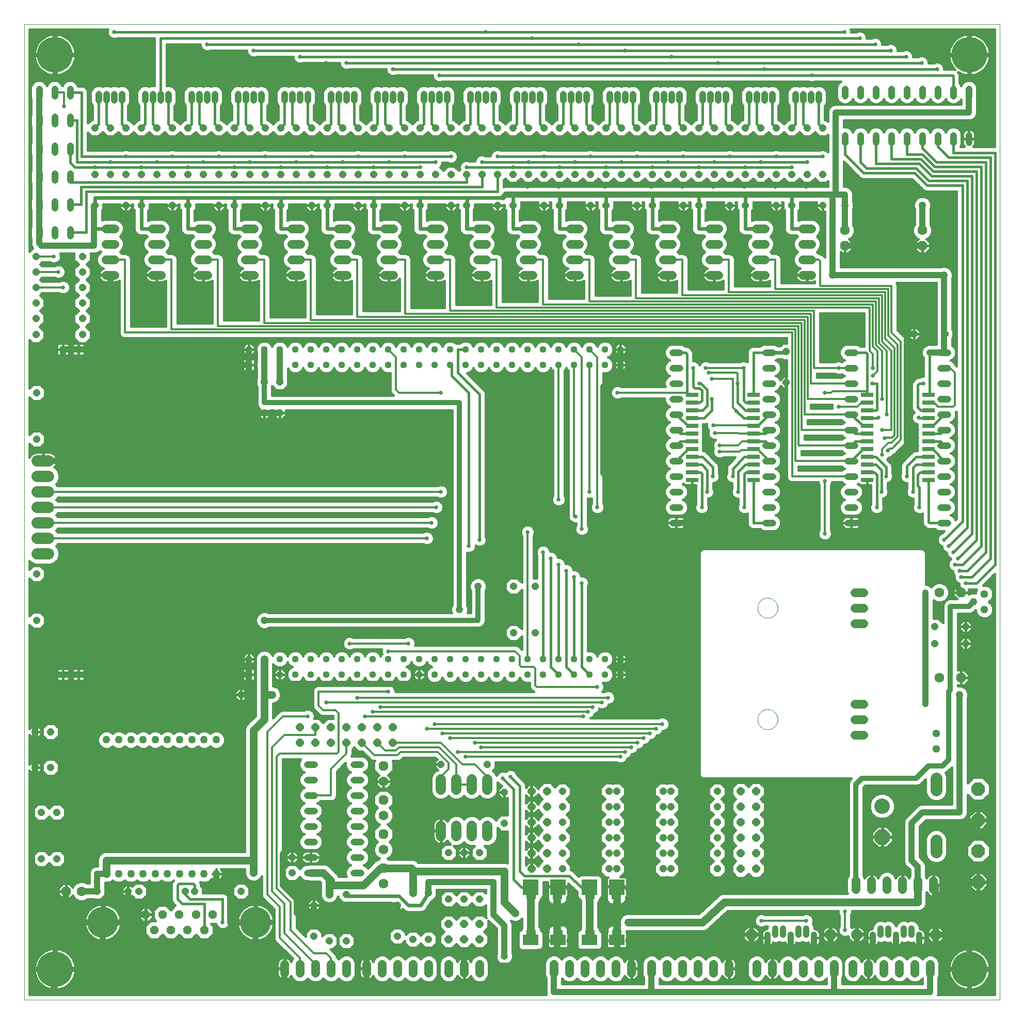
<source format=gbr>
G75*
%MOIN*%
%OFA0B0*%
%FSLAX24Y24*%
%IPPOS*%
%LPD*%
%AMOC8*
5,1,8,0,0,1.08239X$1,22.5*
%
%ADD10C,0.0000*%
%ADD11R,0.0441X0.0441*%
%ADD12C,0.0441*%
%ADD13C,0.0560*%
%ADD14OC8,0.0448*%
%ADD15C,0.0500*%
%ADD16OC8,0.0630*%
%ADD17C,0.0630*%
%ADD18C,0.0504*%
%ADD19OC8,0.0860*%
%ADD20R,0.0800X0.0260*%
%ADD21C,0.0448*%
%ADD22C,0.0420*%
%ADD23C,0.1000*%
%ADD24OC8,0.1000*%
%ADD25C,0.2300*%
%ADD26OC8,0.0504*%
%ADD27C,0.0406*%
%ADD28C,0.0742*%
%ADD29C,0.0660*%
%ADD30OC8,0.0560*%
%ADD31C,0.2000*%
%ADD32C,0.0760*%
%ADD33C,0.0740*%
%ADD34R,0.0606X0.0606*%
%ADD35R,0.0984X0.0709*%
%ADD36R,0.0984X0.0984*%
%ADD37C,0.0400*%
%ADD38C,0.0450*%
%ADD39C,0.0240*%
%ADD40C,0.0360*%
%ADD41C,0.0320*%
%ADD42C,0.0480*%
%ADD43C,0.0160*%
%ADD44C,0.0500*%
%ADD45C,0.0260*%
%ADD46C,0.0120*%
D10*
X002365Y002194D02*
X002365Y065186D01*
X065358Y065186D01*
X065358Y002194D01*
X002365Y002194D01*
X049712Y020290D02*
X049714Y020340D01*
X049720Y020390D01*
X049730Y020440D01*
X049743Y020488D01*
X049760Y020536D01*
X049781Y020582D01*
X049805Y020626D01*
X049833Y020668D01*
X049864Y020708D01*
X049898Y020745D01*
X049935Y020780D01*
X049974Y020811D01*
X050015Y020840D01*
X050059Y020865D01*
X050105Y020887D01*
X050152Y020905D01*
X050200Y020919D01*
X050249Y020930D01*
X050299Y020937D01*
X050349Y020940D01*
X050400Y020939D01*
X050450Y020934D01*
X050500Y020925D01*
X050548Y020913D01*
X050596Y020896D01*
X050642Y020876D01*
X050687Y020853D01*
X050730Y020826D01*
X050770Y020796D01*
X050808Y020763D01*
X050843Y020727D01*
X050876Y020688D01*
X050905Y020647D01*
X050931Y020604D01*
X050954Y020559D01*
X050973Y020512D01*
X050988Y020464D01*
X051000Y020415D01*
X051008Y020365D01*
X051012Y020315D01*
X051012Y020265D01*
X051008Y020215D01*
X051000Y020165D01*
X050988Y020116D01*
X050973Y020068D01*
X050954Y020021D01*
X050931Y019976D01*
X050905Y019933D01*
X050876Y019892D01*
X050843Y019853D01*
X050808Y019817D01*
X050770Y019784D01*
X050730Y019754D01*
X050687Y019727D01*
X050642Y019704D01*
X050596Y019684D01*
X050548Y019667D01*
X050500Y019655D01*
X050450Y019646D01*
X050400Y019641D01*
X050349Y019640D01*
X050299Y019643D01*
X050249Y019650D01*
X050200Y019661D01*
X050152Y019675D01*
X050105Y019693D01*
X050059Y019715D01*
X050015Y019740D01*
X049974Y019769D01*
X049935Y019800D01*
X049898Y019835D01*
X049864Y019872D01*
X049833Y019912D01*
X049805Y019954D01*
X049781Y019998D01*
X049760Y020044D01*
X049743Y020092D01*
X049730Y020140D01*
X049720Y020190D01*
X049714Y020240D01*
X049712Y020290D01*
X049712Y027490D02*
X049714Y027540D01*
X049720Y027590D01*
X049730Y027640D01*
X049743Y027688D01*
X049760Y027736D01*
X049781Y027782D01*
X049805Y027826D01*
X049833Y027868D01*
X049864Y027908D01*
X049898Y027945D01*
X049935Y027980D01*
X049974Y028011D01*
X050015Y028040D01*
X050059Y028065D01*
X050105Y028087D01*
X050152Y028105D01*
X050200Y028119D01*
X050249Y028130D01*
X050299Y028137D01*
X050349Y028140D01*
X050400Y028139D01*
X050450Y028134D01*
X050500Y028125D01*
X050548Y028113D01*
X050596Y028096D01*
X050642Y028076D01*
X050687Y028053D01*
X050730Y028026D01*
X050770Y027996D01*
X050808Y027963D01*
X050843Y027927D01*
X050876Y027888D01*
X050905Y027847D01*
X050931Y027804D01*
X050954Y027759D01*
X050973Y027712D01*
X050988Y027664D01*
X051000Y027615D01*
X051008Y027565D01*
X051012Y027515D01*
X051012Y027465D01*
X051008Y027415D01*
X051000Y027365D01*
X050988Y027316D01*
X050973Y027268D01*
X050954Y027221D01*
X050931Y027176D01*
X050905Y027133D01*
X050876Y027092D01*
X050843Y027053D01*
X050808Y027017D01*
X050770Y026984D01*
X050730Y026954D01*
X050687Y026927D01*
X050642Y026904D01*
X050596Y026884D01*
X050548Y026867D01*
X050500Y026855D01*
X050450Y026846D01*
X050400Y026841D01*
X050349Y026840D01*
X050299Y026843D01*
X050249Y026850D01*
X050200Y026861D01*
X050152Y026875D01*
X050105Y026893D01*
X050059Y026915D01*
X050015Y026940D01*
X049974Y026969D01*
X049935Y027000D01*
X049898Y027035D01*
X049864Y027072D01*
X049833Y027112D01*
X049805Y027154D01*
X049781Y027198D01*
X049760Y027244D01*
X049743Y027292D01*
X049730Y027340D01*
X049720Y027390D01*
X049714Y027440D01*
X049712Y027490D01*
D11*
X016862Y023190D03*
X005862Y023190D03*
X004862Y023190D03*
X016862Y043190D03*
X005862Y044190D03*
X004862Y044190D03*
D12*
X016862Y044190D03*
X017862Y044190D03*
X018862Y044190D03*
X018862Y043190D03*
X017862Y043190D03*
X019862Y043190D03*
X020862Y043190D03*
X020862Y044190D03*
X019862Y044190D03*
X021862Y044190D03*
X022862Y044190D03*
X022862Y043190D03*
X021862Y043190D03*
X023862Y043190D03*
X024862Y043190D03*
X024862Y044190D03*
X023862Y044190D03*
X025862Y044190D03*
X026862Y044190D03*
X026862Y043190D03*
X025862Y043190D03*
X027862Y043190D03*
X028862Y043190D03*
X028862Y044190D03*
X027862Y044190D03*
X029862Y044190D03*
X030862Y044190D03*
X030862Y043190D03*
X029862Y043190D03*
X031862Y043190D03*
X032862Y043190D03*
X032862Y044190D03*
X031862Y044190D03*
X033862Y044190D03*
X034862Y044190D03*
X034862Y043190D03*
X033862Y043190D03*
X035862Y043190D03*
X036862Y043190D03*
X037862Y043190D03*
X037862Y044190D03*
X036862Y044190D03*
X035862Y044190D03*
X038862Y044190D03*
X039862Y044190D03*
X039862Y043190D03*
X038862Y043190D03*
X040862Y043190D03*
X040862Y044190D03*
X040862Y024190D03*
X040862Y023190D03*
X039862Y023190D03*
X038862Y023190D03*
X038862Y024190D03*
X039862Y024190D03*
X037862Y024190D03*
X036862Y024190D03*
X035862Y024190D03*
X035862Y023190D03*
X036862Y023190D03*
X037862Y023190D03*
X034862Y023190D03*
X033862Y023190D03*
X033862Y024190D03*
X034862Y024190D03*
X032862Y024190D03*
X031862Y024190D03*
X031862Y023190D03*
X032862Y023190D03*
X030862Y023190D03*
X029862Y023190D03*
X029862Y024190D03*
X030862Y024190D03*
X028862Y024190D03*
X027862Y024190D03*
X027862Y023190D03*
X028862Y023190D03*
X026862Y023190D03*
X025862Y023190D03*
X025862Y024190D03*
X026862Y024190D03*
X024862Y024190D03*
X023862Y024190D03*
X023862Y023190D03*
X024862Y023190D03*
X022862Y023190D03*
X021862Y023190D03*
X021862Y024190D03*
X022862Y024190D03*
X020862Y024190D03*
X019862Y024190D03*
X019862Y023190D03*
X020862Y023190D03*
X018862Y023190D03*
X017862Y023190D03*
X017862Y024190D03*
X018862Y024190D03*
X016862Y024190D03*
D13*
X019162Y004470D02*
X019162Y003910D01*
X020162Y003910D02*
X020162Y004470D01*
X021162Y004470D02*
X021162Y003910D01*
X022162Y003910D02*
X022162Y004470D01*
X023162Y004470D02*
X023162Y003910D01*
X024462Y003910D02*
X024462Y004470D01*
X025462Y004470D02*
X025462Y003910D01*
X026462Y003910D02*
X026462Y004470D01*
X027462Y004470D02*
X027462Y003910D01*
X028462Y003910D02*
X028462Y004470D01*
X029762Y004470D02*
X029762Y003910D01*
X030762Y003910D02*
X030762Y004470D01*
X031762Y004470D02*
X031762Y003910D01*
X036562Y003910D02*
X036562Y004470D01*
X037562Y004470D02*
X037562Y003910D01*
X038562Y003910D02*
X038562Y004470D01*
X039562Y004470D02*
X039562Y003910D01*
X040562Y003910D02*
X040562Y004470D01*
X041562Y004470D02*
X041562Y003910D01*
X042862Y003910D02*
X042862Y004470D01*
X043862Y004470D02*
X043862Y003910D01*
X044862Y003910D02*
X044862Y004470D01*
X045862Y004470D02*
X045862Y003910D01*
X046862Y003910D02*
X046862Y004470D01*
X047862Y004470D02*
X047862Y003910D01*
X049662Y003910D02*
X049662Y004470D01*
X050662Y004470D02*
X050662Y003910D01*
X051662Y003910D02*
X051662Y004470D01*
X052662Y004470D02*
X052662Y003910D01*
X053662Y003910D02*
X053662Y004470D01*
X054662Y004470D02*
X054662Y003910D01*
X055862Y003910D02*
X055862Y004470D01*
X056862Y004470D02*
X056862Y003910D01*
X057862Y003910D02*
X057862Y004470D01*
X058862Y004470D02*
X058862Y003910D01*
X059862Y003910D02*
X059862Y004470D01*
X060862Y004470D02*
X060862Y003910D01*
X061062Y009310D02*
X061062Y009870D01*
X060062Y009870D02*
X060062Y009310D01*
X059062Y009310D02*
X059062Y009870D01*
X058062Y009870D02*
X058062Y009310D01*
X057062Y009310D02*
X057062Y009870D01*
X056062Y009870D02*
X056062Y009310D01*
X055982Y019290D02*
X056542Y019290D01*
X056542Y020290D02*
X055982Y020290D01*
X055982Y021290D02*
X056542Y021290D01*
X056542Y026490D02*
X055982Y026490D01*
X055982Y027490D02*
X056542Y027490D01*
X056542Y028490D02*
X055982Y028490D01*
X053192Y048990D02*
X052632Y048990D01*
X052632Y049990D02*
X053192Y049990D01*
X053192Y050990D02*
X052632Y050990D01*
X052632Y051990D02*
X053192Y051990D01*
X050192Y051990D02*
X049632Y051990D01*
X049632Y050990D02*
X050192Y050990D01*
X050192Y049990D02*
X049632Y049990D01*
X049632Y048990D02*
X050192Y048990D01*
X047192Y048990D02*
X046632Y048990D01*
X046632Y049990D02*
X047192Y049990D01*
X047192Y050990D02*
X046632Y050990D01*
X046632Y051990D02*
X047192Y051990D01*
X044192Y051990D02*
X043632Y051990D01*
X043632Y050990D02*
X044192Y050990D01*
X044192Y049990D02*
X043632Y049990D01*
X043632Y048990D02*
X044192Y048990D01*
X041192Y048990D02*
X040632Y048990D01*
X040632Y049990D02*
X041192Y049990D01*
X041192Y050990D02*
X040632Y050990D01*
X040632Y051990D02*
X041192Y051990D01*
X038192Y051990D02*
X037632Y051990D01*
X037632Y050990D02*
X038192Y050990D01*
X038192Y049990D02*
X037632Y049990D01*
X037632Y048990D02*
X038192Y048990D01*
X035192Y048990D02*
X034632Y048990D01*
X034632Y049990D02*
X035192Y049990D01*
X035192Y050990D02*
X034632Y050990D01*
X034632Y051990D02*
X035192Y051990D01*
X032192Y051990D02*
X031632Y051990D01*
X031632Y050990D02*
X032192Y050990D01*
X032192Y049990D02*
X031632Y049990D01*
X031632Y048990D02*
X032192Y048990D01*
X029192Y048990D02*
X028632Y048990D01*
X028632Y049990D02*
X029192Y049990D01*
X029192Y050990D02*
X028632Y050990D01*
X028632Y051990D02*
X029192Y051990D01*
X026192Y051990D02*
X025632Y051990D01*
X025632Y050990D02*
X026192Y050990D01*
X026192Y049990D02*
X025632Y049990D01*
X025632Y048990D02*
X026192Y048990D01*
X023192Y048990D02*
X022632Y048990D01*
X022632Y049990D02*
X023192Y049990D01*
X023192Y050990D02*
X022632Y050990D01*
X022632Y051990D02*
X023192Y051990D01*
X020192Y051990D02*
X019632Y051990D01*
X019632Y050990D02*
X020192Y050990D01*
X020192Y049990D02*
X019632Y049990D01*
X019632Y048990D02*
X020192Y048990D01*
X017192Y048990D02*
X016632Y048990D01*
X016632Y049990D02*
X017192Y049990D01*
X017192Y050990D02*
X016632Y050990D01*
X016632Y051990D02*
X017192Y051990D01*
X014192Y051990D02*
X013632Y051990D01*
X013632Y050990D02*
X014192Y050990D01*
X014192Y049990D02*
X013632Y049990D01*
X013632Y048990D02*
X014192Y048990D01*
X011192Y048990D02*
X010632Y048990D01*
X010632Y049990D02*
X011192Y049990D01*
X011192Y050990D02*
X010632Y050990D01*
X010632Y051990D02*
X011192Y051990D01*
X008192Y051990D02*
X007632Y051990D01*
X007632Y050990D02*
X008192Y050990D01*
X008192Y049990D02*
X007632Y049990D01*
X007632Y048990D02*
X008192Y048990D01*
D14*
X006112Y049190D03*
X006112Y048190D03*
X006112Y047190D03*
X006112Y046190D03*
X006112Y045140D03*
X003112Y045140D03*
X003112Y046190D03*
X003112Y047190D03*
X003112Y048190D03*
X003112Y049190D03*
X003112Y050190D03*
X006112Y050190D03*
X006912Y053490D03*
X008912Y053490D03*
X009912Y053490D03*
X011912Y053490D03*
X012912Y053490D03*
X014912Y053490D03*
X015912Y053490D03*
X017912Y053490D03*
X018912Y053490D03*
X020912Y053490D03*
X021912Y053490D03*
X023912Y053490D03*
X024912Y053490D03*
X026912Y053490D03*
X027912Y053490D03*
X029912Y053490D03*
X030912Y053490D03*
X032912Y053490D03*
X033912Y053490D03*
X035912Y053490D03*
X036912Y053490D03*
X038912Y053490D03*
X039912Y053490D03*
X041912Y053490D03*
X042912Y053490D03*
X044912Y053490D03*
X045912Y053490D03*
X047912Y053490D03*
X048912Y053490D03*
X050912Y053490D03*
X051912Y053490D03*
X053912Y053490D03*
X053912Y055490D03*
X052912Y055490D03*
X051912Y055490D03*
X050912Y055490D03*
X049912Y055490D03*
X048912Y055490D03*
X047912Y055490D03*
X046912Y055490D03*
X045912Y055490D03*
X044912Y055490D03*
X043912Y055490D03*
X042912Y055490D03*
X041912Y055490D03*
X040912Y055490D03*
X039912Y055490D03*
X038912Y055490D03*
X037912Y055490D03*
X036912Y055490D03*
X035912Y055490D03*
X034912Y055490D03*
X033912Y055490D03*
X032912Y055490D03*
X031912Y055490D03*
X030912Y055490D03*
X029912Y055490D03*
X028912Y055490D03*
X027912Y055490D03*
X026912Y055490D03*
X025912Y055490D03*
X024912Y055490D03*
X023912Y055490D03*
X022912Y055490D03*
X021912Y055490D03*
X020912Y055490D03*
X019912Y055490D03*
X018912Y055490D03*
X017912Y055490D03*
X016912Y055490D03*
X015912Y055490D03*
X014912Y055490D03*
X013912Y055490D03*
X012912Y055490D03*
X011912Y055490D03*
X010912Y055490D03*
X009912Y055490D03*
X008912Y055490D03*
X007912Y055490D03*
X006912Y055490D03*
X006912Y058490D03*
X007912Y058490D03*
X008912Y058490D03*
X009912Y058490D03*
X010912Y058490D03*
X011912Y058490D03*
X012912Y058490D03*
X013912Y058490D03*
X014912Y058490D03*
X015912Y058490D03*
X016912Y058490D03*
X017912Y058490D03*
X018912Y058490D03*
X019912Y058490D03*
X020912Y058490D03*
X021912Y058490D03*
X022912Y058490D03*
X023912Y058490D03*
X024912Y058490D03*
X025912Y058490D03*
X026912Y058490D03*
X027912Y058490D03*
X028912Y058490D03*
X029912Y058490D03*
X030912Y058490D03*
X031912Y058490D03*
X032912Y058490D03*
X033912Y058490D03*
X034912Y058490D03*
X035912Y058490D03*
X036912Y058490D03*
X037912Y058490D03*
X038912Y058490D03*
X039912Y058490D03*
X040912Y058490D03*
X041912Y058490D03*
X042912Y058490D03*
X043912Y058490D03*
X044912Y058490D03*
X045912Y058490D03*
X046912Y058490D03*
X047912Y058490D03*
X048912Y058490D03*
X049912Y058490D03*
X050912Y058490D03*
X051912Y058490D03*
X052912Y058490D03*
X053912Y058490D03*
X059812Y045190D03*
X061812Y045190D03*
X051562Y044040D03*
X051562Y042040D03*
X061162Y026290D03*
X061162Y025190D03*
X063162Y025190D03*
X063162Y026290D03*
X047112Y015640D03*
X047112Y014640D03*
X047112Y013640D03*
X047112Y012640D03*
X047112Y011640D03*
X047112Y010640D03*
X044112Y010640D03*
X043612Y010640D03*
X043612Y011640D03*
X044112Y011640D03*
X044112Y012640D03*
X043612Y012640D03*
X043612Y013640D03*
X044112Y013640D03*
X044112Y014640D03*
X043612Y014640D03*
X043612Y015640D03*
X044112Y015640D03*
X040612Y015640D03*
X040112Y015640D03*
X040112Y014640D03*
X040612Y014640D03*
X040612Y013640D03*
X040112Y013640D03*
X040112Y012640D03*
X040612Y012640D03*
X040612Y011640D03*
X040112Y011640D03*
X040112Y010640D03*
X040612Y010640D03*
X037112Y010640D03*
X037112Y011640D03*
X037112Y012640D03*
X037112Y013640D03*
X037112Y014640D03*
X037112Y015640D03*
X033362Y015590D03*
X032262Y017390D03*
X029262Y017390D03*
X033362Y013590D03*
X031762Y011690D03*
X030762Y011690D03*
X029762Y011690D03*
X028462Y009090D03*
X027462Y009090D03*
X026462Y008290D03*
X026462Y006290D03*
X027462Y006090D03*
X028462Y006090D03*
X029762Y008690D03*
X030762Y008690D03*
X031762Y008690D03*
X023162Y008990D03*
X022062Y008990D03*
X021062Y008290D03*
X021062Y006290D03*
X022062Y005990D03*
X023162Y005990D03*
X019662Y010390D03*
X019662Y011390D03*
X016362Y009190D03*
X013362Y009190D03*
X012762Y009190D03*
X009762Y009190D03*
X009062Y009190D03*
X007062Y009190D03*
X004462Y011290D03*
X003462Y011290D03*
X003462Y014290D03*
X004462Y014290D03*
X004062Y017190D03*
X003062Y017190D03*
X003062Y019490D03*
X004062Y019490D03*
X003162Y026690D03*
X003162Y029690D03*
X003162Y038390D03*
X003162Y041390D03*
X017862Y042090D03*
X018862Y042090D03*
X018862Y040090D03*
X017862Y040090D03*
X033962Y028890D03*
X035362Y028890D03*
X035362Y025890D03*
X033962Y025890D03*
X018362Y021890D03*
X016362Y021890D03*
D15*
X014755Y018971D03*
X013967Y018971D03*
X013180Y018971D03*
X012393Y018971D03*
X011605Y018971D03*
X010818Y018971D03*
X010030Y018971D03*
X009243Y018971D03*
X008456Y018971D03*
X007668Y018971D03*
X007668Y010309D03*
X008456Y010309D03*
X009243Y010309D03*
X010030Y010309D03*
X010818Y010309D03*
X011605Y010309D03*
X012393Y010309D03*
X013180Y010309D03*
X013967Y010309D03*
X014755Y010309D03*
X055362Y053490D03*
X060362Y053490D03*
D16*
X060362Y050890D03*
X055362Y050890D03*
X062862Y028490D03*
X062862Y022990D03*
X025562Y017290D03*
X025562Y015090D03*
X025562Y012890D03*
X025562Y010690D03*
X005062Y009190D03*
D17*
X006062Y009190D03*
X025562Y009690D03*
X025562Y011890D03*
X025562Y014090D03*
X025562Y016290D03*
X055362Y051890D03*
X060362Y051890D03*
X061462Y028490D03*
X061462Y022990D03*
D18*
X061262Y019390D03*
X061262Y018390D03*
X064362Y027390D03*
X064362Y028390D03*
D19*
X063962Y015790D03*
X063962Y013790D03*
X063962Y011790D03*
X063962Y009790D03*
D20*
X060742Y035740D03*
X060742Y036240D03*
X060742Y036740D03*
X060742Y037240D03*
X060742Y037740D03*
X060742Y038240D03*
X060742Y038740D03*
X060742Y039240D03*
X060742Y039740D03*
X060742Y040240D03*
X060742Y040740D03*
X060742Y041240D03*
X056782Y041240D03*
X056782Y040740D03*
X056782Y040240D03*
X056782Y039740D03*
X056782Y039240D03*
X056782Y038740D03*
X056782Y038240D03*
X056782Y037740D03*
X056782Y037240D03*
X056782Y036740D03*
X056782Y036240D03*
X056782Y035740D03*
X049442Y035740D03*
X049442Y036240D03*
X049442Y036740D03*
X049442Y037240D03*
X049442Y037740D03*
X049442Y038240D03*
X049442Y038740D03*
X049442Y039240D03*
X049442Y039740D03*
X049442Y040240D03*
X049442Y040740D03*
X049442Y041240D03*
X045482Y041240D03*
X045482Y040740D03*
X045482Y040240D03*
X045482Y039740D03*
X045482Y039240D03*
X045482Y038740D03*
X045482Y038240D03*
X045482Y037740D03*
X045482Y037240D03*
X045482Y036740D03*
X045482Y036240D03*
X045482Y035740D03*
D21*
X044686Y035990D02*
X044238Y035990D01*
X044238Y034990D02*
X044686Y034990D01*
X044686Y033990D02*
X044238Y033990D01*
X044238Y032990D02*
X044686Y032990D01*
X044686Y036990D02*
X044238Y036990D01*
X044238Y037990D02*
X044686Y037990D01*
X044686Y038990D02*
X044238Y038990D01*
X044238Y039990D02*
X044686Y039990D01*
X044686Y040990D02*
X044238Y040990D01*
X044238Y041990D02*
X044686Y041990D01*
X044686Y042990D02*
X044238Y042990D01*
X044238Y043990D02*
X044686Y043990D01*
X050238Y043990D02*
X050686Y043990D01*
X050686Y042990D02*
X050238Y042990D01*
X050238Y041990D02*
X050686Y041990D01*
X050686Y040990D02*
X050238Y040990D01*
X050238Y039990D02*
X050686Y039990D01*
X050686Y038990D02*
X050238Y038990D01*
X050238Y037990D02*
X050686Y037990D01*
X050686Y036990D02*
X050238Y036990D01*
X050238Y035990D02*
X050686Y035990D01*
X050686Y034990D02*
X050238Y034990D01*
X050238Y033990D02*
X050686Y033990D01*
X050686Y032990D02*
X050238Y032990D01*
X055538Y032990D02*
X055986Y032990D01*
X055986Y033990D02*
X055538Y033990D01*
X055538Y034990D02*
X055986Y034990D01*
X055986Y035990D02*
X055538Y035990D01*
X055538Y036990D02*
X055986Y036990D01*
X055986Y037990D02*
X055538Y037990D01*
X055538Y038990D02*
X055986Y038990D01*
X055986Y039990D02*
X055538Y039990D01*
X055538Y040990D02*
X055986Y040990D01*
X055986Y041990D02*
X055538Y041990D01*
X055538Y042990D02*
X055986Y042990D01*
X055986Y043990D02*
X055538Y043990D01*
X061538Y043990D02*
X061986Y043990D01*
X061986Y042990D02*
X061538Y042990D01*
X061538Y041990D02*
X061986Y041990D01*
X061986Y040990D02*
X061538Y040990D01*
X061538Y039990D02*
X061986Y039990D01*
X061986Y038990D02*
X061538Y038990D01*
X061538Y037990D02*
X061986Y037990D01*
X061986Y036990D02*
X061538Y036990D01*
X061538Y035990D02*
X061986Y035990D01*
X061986Y034990D02*
X061538Y034990D01*
X061538Y033990D02*
X061986Y033990D01*
X061986Y032990D02*
X061538Y032990D01*
X061362Y057566D02*
X061362Y058014D01*
X060362Y058014D02*
X060362Y057566D01*
X059362Y057566D02*
X059362Y058014D01*
X058362Y058014D02*
X058362Y057566D01*
X057362Y057566D02*
X057362Y058014D01*
X056362Y058014D02*
X056362Y057566D01*
X055362Y057566D02*
X055362Y058014D01*
X055362Y060566D02*
X055362Y061014D01*
X056362Y061014D02*
X056362Y060566D01*
X057362Y060566D02*
X057362Y061014D01*
X058362Y061014D02*
X058362Y060566D01*
X059362Y060566D02*
X059362Y061014D01*
X060362Y061014D02*
X060362Y060566D01*
X061362Y060566D02*
X061362Y061014D01*
X062362Y061014D02*
X062362Y060566D01*
X063362Y060566D02*
X063362Y061014D01*
X063362Y058014D02*
X063362Y057566D01*
X062362Y057566D02*
X062362Y058014D01*
X024086Y017390D02*
X023638Y017390D01*
X023638Y016390D02*
X024086Y016390D01*
X024086Y015390D02*
X023638Y015390D01*
X023638Y014390D02*
X024086Y014390D01*
X024086Y013390D02*
X023638Y013390D01*
X023638Y012390D02*
X024086Y012390D01*
X024086Y011390D02*
X023638Y011390D01*
X023638Y010390D02*
X024086Y010390D01*
X021086Y010390D02*
X020638Y010390D01*
X020638Y011390D02*
X021086Y011390D01*
X021086Y012390D02*
X020638Y012390D01*
X020638Y013390D02*
X021086Y013390D01*
X021086Y014390D02*
X020638Y014390D01*
X020638Y015390D02*
X021086Y015390D01*
X021086Y016390D02*
X020638Y016390D01*
X020638Y017390D02*
X021086Y017390D01*
X005312Y051516D02*
X005312Y051964D01*
X004312Y051964D02*
X004312Y051516D01*
X003312Y051516D02*
X003312Y051964D01*
X003312Y053316D02*
X003312Y053764D01*
X003312Y055116D02*
X003312Y055564D01*
X004312Y055564D02*
X004312Y055116D01*
X005312Y055116D02*
X005312Y055564D01*
X005312Y056916D02*
X005312Y057364D01*
X004312Y057364D02*
X004312Y056916D01*
X003312Y056916D02*
X003312Y057364D01*
X003312Y058766D02*
X003312Y059214D01*
X004312Y059214D02*
X004312Y058766D01*
X005312Y058766D02*
X005312Y059214D01*
X005312Y060566D02*
X005312Y061014D01*
X004312Y061014D02*
X004312Y060566D01*
X003312Y060566D02*
X003312Y061014D01*
X004312Y053764D02*
X004312Y053316D01*
X005312Y053316D02*
X005312Y053764D01*
D22*
X007162Y060280D02*
X007162Y060700D01*
X007662Y060700D02*
X007662Y060280D01*
X008162Y060280D02*
X008162Y060700D01*
X008662Y060700D02*
X008662Y060280D01*
X010162Y060280D02*
X010162Y060700D01*
X010662Y060700D02*
X010662Y060280D01*
X011162Y060280D02*
X011162Y060700D01*
X011662Y060700D02*
X011662Y060280D01*
X013162Y060280D02*
X013162Y060700D01*
X013662Y060700D02*
X013662Y060280D01*
X014162Y060280D02*
X014162Y060700D01*
X014662Y060700D02*
X014662Y060280D01*
X016162Y060280D02*
X016162Y060700D01*
X016662Y060700D02*
X016662Y060280D01*
X017162Y060280D02*
X017162Y060700D01*
X017662Y060700D02*
X017662Y060280D01*
X019162Y060280D02*
X019162Y060700D01*
X019662Y060700D02*
X019662Y060280D01*
X020162Y060280D02*
X020162Y060700D01*
X020662Y060700D02*
X020662Y060280D01*
X022162Y060280D02*
X022162Y060700D01*
X022662Y060700D02*
X022662Y060280D01*
X023162Y060280D02*
X023162Y060700D01*
X023662Y060700D02*
X023662Y060280D01*
X025162Y060280D02*
X025162Y060700D01*
X025662Y060700D02*
X025662Y060280D01*
X026162Y060280D02*
X026162Y060700D01*
X026662Y060700D02*
X026662Y060280D01*
X028162Y060280D02*
X028162Y060700D01*
X028662Y060700D02*
X028662Y060280D01*
X029162Y060280D02*
X029162Y060700D01*
X029662Y060700D02*
X029662Y060280D01*
X031162Y060280D02*
X031162Y060700D01*
X031662Y060700D02*
X031662Y060280D01*
X032162Y060280D02*
X032162Y060700D01*
X032662Y060700D02*
X032662Y060280D01*
X034162Y060280D02*
X034162Y060700D01*
X034662Y060700D02*
X034662Y060280D01*
X035162Y060280D02*
X035162Y060700D01*
X035662Y060700D02*
X035662Y060280D01*
X037162Y060280D02*
X037162Y060700D01*
X037662Y060700D02*
X037662Y060280D01*
X038162Y060280D02*
X038162Y060700D01*
X038662Y060700D02*
X038662Y060280D01*
X040162Y060280D02*
X040162Y060700D01*
X040662Y060700D02*
X040662Y060280D01*
X041162Y060280D02*
X041162Y060700D01*
X041662Y060700D02*
X041662Y060280D01*
X043162Y060280D02*
X043162Y060700D01*
X043662Y060700D02*
X043662Y060280D01*
X044162Y060280D02*
X044162Y060700D01*
X044662Y060700D02*
X044662Y060280D01*
X046162Y060280D02*
X046162Y060700D01*
X046662Y060700D02*
X046662Y060280D01*
X047162Y060280D02*
X047162Y060700D01*
X047662Y060700D02*
X047662Y060280D01*
X049162Y060280D02*
X049162Y060700D01*
X049662Y060700D02*
X049662Y060280D01*
X050162Y060280D02*
X050162Y060700D01*
X050662Y060700D02*
X050662Y060280D01*
X052162Y060280D02*
X052162Y060700D01*
X052662Y060700D02*
X052662Y060280D01*
X053162Y060280D02*
X053162Y060700D01*
X053662Y060700D02*
X053662Y060280D01*
D23*
X057762Y014690D03*
D24*
X057762Y012690D03*
D25*
X063389Y004162D03*
X063389Y063218D03*
X004334Y063218D03*
X004334Y004162D03*
D26*
X020162Y018790D03*
X021162Y018790D03*
X022162Y018790D03*
X023162Y018790D03*
X024162Y018790D03*
X025162Y018790D03*
X026162Y018790D03*
X026162Y019790D03*
X025162Y019790D03*
X024162Y019790D03*
X023162Y019790D03*
X022162Y019790D03*
X021162Y019790D03*
X020162Y019790D03*
X029762Y007090D03*
X030762Y007090D03*
X031762Y007090D03*
X031762Y006090D03*
X030762Y006090D03*
X029762Y006090D03*
X035112Y010640D03*
X036112Y010640D03*
X036112Y011640D03*
X036112Y012640D03*
X036112Y013640D03*
X036112Y014640D03*
X036112Y015640D03*
X035112Y015640D03*
X035112Y014640D03*
X035112Y013640D03*
X035112Y012640D03*
X035112Y011640D03*
X048612Y011640D03*
X048612Y012640D03*
X048612Y013640D03*
X049612Y013640D03*
X049612Y012640D03*
X049612Y011640D03*
X049612Y010640D03*
X048612Y010640D03*
X048612Y014640D03*
X048612Y015640D03*
X049612Y015640D03*
X049612Y014640D03*
D27*
X050862Y006790D02*
X050862Y006384D01*
X051362Y006384D02*
X051362Y006790D01*
X051862Y006396D02*
X051862Y005990D01*
X052362Y006384D02*
X052362Y006790D01*
X052862Y006790D02*
X052862Y006384D01*
X053362Y006396D02*
X053362Y005990D01*
X050362Y005990D02*
X050362Y006396D01*
X057162Y006396D02*
X057162Y005990D01*
X057662Y006384D02*
X057662Y006790D01*
X058162Y006790D02*
X058162Y006384D01*
X058662Y006396D02*
X058662Y005990D01*
X059162Y006384D02*
X059162Y006790D01*
X059662Y006790D02*
X059662Y006384D01*
X060162Y006396D02*
X060162Y005990D01*
D28*
X061217Y006390D03*
X056107Y006390D03*
X054417Y006390D03*
X049307Y006390D03*
D29*
X032262Y012760D02*
X032262Y013420D01*
X031262Y013420D02*
X031262Y012760D01*
X030262Y012760D02*
X030262Y013420D01*
X029262Y013420D02*
X029262Y012760D01*
X029262Y015760D02*
X029262Y016420D01*
X030262Y016420D02*
X030262Y015760D01*
X031262Y015760D02*
X031262Y016420D01*
X032262Y016420D02*
X032262Y015760D01*
D30*
X014522Y007690D03*
X013982Y006690D03*
X012902Y006690D03*
X013442Y007690D03*
X012362Y007690D03*
X011822Y006690D03*
X011282Y007690D03*
X010202Y007690D03*
X010742Y006690D03*
D31*
X007432Y007190D03*
X017292Y007190D03*
D32*
X061262Y011710D02*
X061262Y012470D01*
X061262Y015710D02*
X061262Y016470D01*
D33*
X003932Y030990D02*
X003192Y030990D01*
X003192Y031990D02*
X003932Y031990D01*
X003932Y032990D02*
X003192Y032990D01*
X003192Y033990D02*
X003932Y033990D01*
X003932Y034990D02*
X003192Y034990D01*
X003192Y035990D02*
X003932Y035990D01*
X003932Y036990D02*
X003192Y036990D01*
D34*
X035095Y008989D03*
X036788Y008989D03*
X038895Y008989D03*
X040588Y008989D03*
X040628Y006391D03*
X038895Y006391D03*
X036828Y006391D03*
X035095Y006391D03*
D35*
X035062Y006054D03*
X036822Y006054D03*
X038862Y006054D03*
X040622Y006054D03*
D36*
X040622Y009444D03*
X038862Y009444D03*
X036822Y009444D03*
X035062Y009444D03*
D37*
X032662Y009790D02*
X032662Y007690D01*
X033362Y006990D01*
X033362Y004990D01*
X032562Y005290D02*
X030762Y005290D01*
X024462Y005290D01*
X024462Y007590D01*
X020962Y007590D01*
X021062Y007690D01*
X021062Y008290D01*
X020962Y007590D02*
X020162Y007590D01*
X019962Y007790D01*
X019962Y008690D01*
X019062Y009590D01*
X019062Y011590D01*
X019462Y011990D01*
X019662Y011990D01*
X015662Y009390D02*
X015662Y007190D01*
X017292Y007190D01*
X017292Y002690D01*
X007432Y002690D01*
X007432Y007190D01*
X009062Y007190D01*
X009062Y007690D01*
X010202Y007690D01*
X009062Y007690D02*
X009062Y009190D01*
X007668Y010309D02*
X007662Y010316D01*
X007668Y010309D02*
X007062Y010309D01*
X007062Y009190D01*
X006062Y009190D01*
X005062Y009190D02*
X005062Y007190D01*
X002862Y007190D01*
X002862Y015990D01*
X003062Y016190D01*
X003062Y017190D01*
X003062Y019490D01*
X003062Y023190D01*
X004862Y023190D01*
X005862Y023190D01*
X016862Y023190D01*
X016862Y021890D01*
X016362Y021890D01*
X016862Y023190D02*
X016862Y024190D01*
X018862Y022590D02*
X027862Y022590D01*
X034262Y016890D02*
X044662Y016890D01*
X044662Y021290D01*
X040862Y021290D01*
X040862Y023190D01*
X040862Y024190D01*
X040862Y031690D01*
X045462Y031690D01*
X045462Y032990D01*
X044462Y032990D01*
X045462Y031690D02*
X051562Y031690D01*
X056762Y031690D01*
X056762Y032890D01*
X056862Y032990D01*
X055762Y032990D01*
X056862Y032990D02*
X058762Y032990D01*
X058762Y031690D01*
X061162Y031690D01*
X061162Y029390D01*
X062062Y029390D01*
X062862Y028590D01*
X062862Y028490D01*
X060562Y028490D02*
X060562Y021290D01*
X062762Y021890D02*
X062762Y014290D01*
X060362Y014290D01*
X059662Y013590D01*
X059662Y011190D01*
X060062Y010790D01*
X060062Y009590D01*
X061062Y009590D02*
X061217Y009435D01*
X061217Y006390D01*
X063362Y006390D01*
X063389Y006362D01*
X063389Y004162D01*
X061217Y005345D02*
X061217Y006390D01*
X061217Y005345D02*
X061162Y005290D01*
X060162Y005290D01*
X060162Y006193D01*
X060162Y005290D02*
X058762Y005290D01*
X058662Y005390D01*
X058662Y006193D01*
X058762Y005290D02*
X057162Y005290D01*
X057162Y006193D01*
X057162Y005290D02*
X056062Y005290D01*
X056107Y005335D01*
X056107Y006390D01*
X056062Y005290D02*
X054362Y005290D01*
X054417Y005345D01*
X054417Y006390D01*
X054362Y005290D02*
X053362Y005290D01*
X053362Y006193D01*
X053362Y005290D02*
X051862Y005290D01*
X051862Y006193D01*
X051862Y005290D02*
X050262Y005290D01*
X050362Y005390D01*
X050362Y006193D01*
X050262Y005290D02*
X049262Y005290D01*
X049307Y005335D01*
X049307Y006390D01*
X049262Y005290D02*
X047962Y005290D01*
X047862Y005190D01*
X047862Y004190D01*
X047862Y005290D01*
X041562Y005290D01*
X040662Y005290D01*
X040662Y006054D01*
X040662Y005290D02*
X036762Y005290D01*
X036762Y005990D01*
X036762Y005290D02*
X035562Y005290D01*
X035562Y004390D01*
X032562Y004390D01*
X032562Y005290D01*
X030762Y005290D02*
X030762Y004190D01*
X026462Y007590D02*
X026462Y008290D01*
X024462Y008290D01*
X024462Y007590D01*
X024462Y005290D02*
X024462Y004190D01*
X024462Y002690D01*
X019162Y002690D01*
X019162Y004190D01*
X019162Y002690D02*
X017292Y002690D01*
X015662Y009390D02*
X014755Y009390D01*
X014755Y010309D01*
X007432Y007190D02*
X005062Y007190D01*
X004334Y004162D02*
X004262Y004162D01*
X004262Y002690D01*
X007432Y002690D01*
X028462Y009090D02*
X028462Y009790D01*
X029762Y009790D01*
X032662Y009790D01*
X036562Y004190D02*
X036562Y002690D01*
X042862Y002690D01*
X054662Y002690D01*
X054662Y004190D01*
X054662Y002690D02*
X060862Y002690D01*
X060862Y004190D01*
X042862Y004190D02*
X042862Y002690D01*
X041562Y004190D02*
X041562Y005290D01*
X040862Y031690D02*
X040862Y035090D01*
X039762Y036190D01*
X039762Y041790D01*
X040862Y042890D01*
X040862Y044190D01*
X040862Y043190D01*
X039912Y054190D02*
X036912Y054190D01*
X033912Y054190D01*
X033462Y054190D01*
X039912Y054190D02*
X042912Y054190D01*
X045912Y054190D01*
X048912Y054190D01*
X051912Y054190D01*
X054562Y054190D01*
X054762Y054190D01*
X054762Y059490D01*
X063362Y059490D01*
X063362Y060790D01*
X060362Y053490D02*
X060362Y051890D01*
X060362Y050890D02*
X055362Y050890D01*
X055362Y051890D02*
X055362Y053490D01*
X055362Y054190D01*
X054762Y054190D01*
X054562Y054190D02*
X054562Y048990D01*
X061762Y048990D01*
X061762Y043990D01*
X060812Y043990D01*
X059812Y045190D02*
X059362Y045190D01*
X059362Y037390D01*
X058762Y036790D01*
X058762Y032990D01*
X018862Y040090D02*
X016862Y040090D01*
X016862Y043190D01*
X016862Y044190D01*
X016862Y043190D02*
X007912Y043190D01*
X007912Y044190D01*
X005862Y044190D01*
X004862Y044190D01*
X004862Y039690D01*
X004862Y036990D01*
X003562Y036990D01*
X007912Y044190D02*
X007912Y048990D01*
X006862Y050890D02*
X006862Y053440D01*
X006912Y053490D01*
X006862Y050890D02*
X003462Y050890D01*
X003312Y051040D01*
X003312Y053540D01*
X003312Y055340D01*
X003312Y057140D01*
X003312Y058990D01*
X003312Y060790D01*
X003312Y053540D02*
X003312Y051740D01*
X017862Y044190D02*
X017862Y043190D01*
X017862Y042090D01*
X018862Y042090D02*
X018862Y042690D01*
X018862Y043190D01*
X018862Y044190D01*
X018862Y040090D02*
X017862Y040090D01*
D38*
X034262Y016890D03*
X033362Y004990D03*
D39*
X034998Y006054D02*
X035062Y006054D01*
X038798Y006054D02*
X038862Y006054D01*
X028462Y009090D02*
X027962Y008290D01*
X027162Y008290D01*
X026562Y008890D01*
X023162Y008890D01*
X023162Y008990D01*
X022162Y009890D02*
X022062Y009790D01*
X051562Y031690D02*
X051562Y042040D01*
X051512Y043990D02*
X050462Y043990D01*
X051512Y043990D02*
X051562Y044040D01*
X051912Y051990D02*
X052912Y051990D01*
X051912Y051990D02*
X051912Y053490D01*
X051912Y054190D01*
X049912Y051990D02*
X048912Y051990D01*
X048912Y053490D01*
X048912Y054190D01*
X046912Y051990D02*
X045912Y051990D01*
X045912Y053490D01*
X045912Y054190D01*
X043912Y051990D02*
X043462Y051990D01*
X043912Y051990D02*
X042912Y051990D01*
X042912Y053490D01*
X042912Y054190D01*
X040912Y051990D02*
X039912Y051990D01*
X039912Y053490D01*
X039912Y054190D01*
X037912Y051990D02*
X036912Y051990D01*
X036912Y053490D01*
X036912Y054190D01*
X034912Y051990D02*
X033912Y051990D01*
X033912Y053490D01*
X033912Y054190D01*
X033262Y053990D02*
X030962Y053990D01*
X027912Y053990D01*
X027912Y053490D01*
X027912Y051990D01*
X028912Y051990D01*
X030912Y051990D02*
X030962Y051990D01*
X030962Y053990D01*
X030912Y053490D02*
X030912Y051990D01*
X030962Y051990D02*
X031912Y051990D01*
X027912Y053990D02*
X024912Y053990D01*
X021912Y053990D01*
X018912Y053990D01*
X015912Y053990D01*
X012912Y053990D01*
X009912Y053990D01*
X006912Y053990D01*
X006912Y053490D01*
X006912Y051990D01*
X007912Y051990D01*
X009912Y051990D02*
X010912Y051990D01*
X009912Y051990D02*
X009912Y053490D01*
X009912Y053990D01*
X012912Y053990D02*
X012912Y053490D01*
X012912Y051990D01*
X013912Y051990D01*
X015912Y051990D02*
X016912Y051990D01*
X015912Y051990D02*
X015912Y053490D01*
X015912Y053990D01*
X018912Y053990D02*
X018912Y053490D01*
X018912Y051990D01*
X019912Y051990D01*
X021912Y051990D02*
X022912Y051990D01*
X021912Y051990D02*
X021912Y053490D01*
X021912Y053990D01*
X024912Y053990D02*
X024912Y053490D01*
X024912Y051990D01*
X025912Y051990D01*
D40*
X019862Y046690D03*
X018862Y046690D03*
X016862Y046690D03*
X015862Y046690D03*
X013862Y046690D03*
X012862Y046690D03*
X010862Y046690D03*
X009862Y046690D03*
X007862Y046690D03*
X008862Y036690D03*
X010862Y036690D03*
X012862Y036690D03*
X014862Y036690D03*
X016862Y036690D03*
X018862Y036690D03*
X020862Y036690D03*
X022862Y036690D03*
X024862Y036690D03*
X024862Y041690D03*
X022862Y041690D03*
X020862Y041690D03*
X018862Y042690D03*
X018862Y029690D03*
X020862Y029690D03*
X022862Y029690D03*
X024862Y029690D03*
X027862Y022590D03*
X018862Y022590D03*
X014862Y016690D03*
X013862Y016690D03*
X013862Y015690D03*
X014862Y015690D03*
X014862Y014690D03*
X013862Y014690D03*
X006862Y014690D03*
X006862Y015690D03*
X006862Y016690D03*
X005862Y016690D03*
X005862Y015690D03*
X005862Y014690D03*
X004862Y007690D03*
X004862Y006690D03*
X003862Y006690D03*
X003862Y007690D03*
X008862Y029690D03*
X010862Y029690D03*
X012862Y029690D03*
X014862Y029690D03*
X016862Y029690D03*
X033862Y035690D03*
X034862Y035690D03*
X034862Y036690D03*
X034862Y037690D03*
X033862Y037690D03*
X033862Y036690D03*
X033862Y038690D03*
X034862Y038690D03*
X034862Y039690D03*
X033862Y039690D03*
X043862Y027690D03*
X044862Y027690D03*
X044862Y026690D03*
X044862Y025690D03*
X043862Y025690D03*
X043862Y026690D03*
X042862Y022690D03*
X042862Y021690D03*
X043862Y021690D03*
X044862Y021690D03*
X052862Y014690D03*
X052862Y013690D03*
X052862Y012690D03*
X052862Y011690D03*
X047862Y006690D03*
X034862Y003190D03*
X033362Y003190D03*
X032662Y009790D03*
X029762Y009790D03*
X024362Y007690D03*
X024362Y006690D03*
X060562Y021290D03*
X063862Y019690D03*
X063862Y018690D03*
X063862Y017690D03*
X063862Y007690D03*
X063862Y006690D03*
X060562Y028490D03*
D41*
X062162Y027590D02*
X063362Y027590D01*
X063662Y027890D01*
X062162Y027590D02*
X062162Y022190D01*
X062062Y022090D01*
X062062Y017690D01*
X061662Y017290D01*
X060762Y017290D01*
X059962Y016490D01*
X056462Y016490D01*
X056062Y016090D01*
X056062Y009590D01*
X036822Y006890D02*
X036762Y005990D01*
X036822Y006054D02*
X036822Y006890D01*
X031662Y026690D02*
X017862Y026690D01*
X030462Y027390D02*
X030462Y040740D01*
X017862Y040740D01*
X017862Y042090D01*
X018862Y042690D02*
X018862Y044190D01*
X031662Y028890D02*
X031662Y026690D01*
X033262Y053990D02*
X033462Y054190D01*
D42*
X054562Y048990D03*
X061762Y048990D03*
X063662Y027890D03*
X062762Y021890D03*
X041362Y007190D03*
X034062Y007790D03*
X026462Y007590D03*
X019662Y011990D03*
X017162Y010390D03*
X017862Y026690D03*
X030462Y027390D03*
X031662Y028890D03*
X004862Y039690D03*
D43*
X003706Y038615D02*
X003706Y038165D01*
X003387Y037846D01*
X002936Y037846D01*
X002685Y038097D01*
X002685Y037208D01*
X002721Y037278D01*
X002772Y037348D01*
X002833Y037410D01*
X002903Y037460D01*
X002980Y037500D01*
X003063Y037526D01*
X003148Y037540D01*
X003542Y037540D01*
X003542Y037010D01*
X003582Y037010D01*
X004482Y037010D01*
X004482Y037033D01*
X004468Y037119D01*
X004441Y037201D01*
X004402Y037278D01*
X004351Y037348D01*
X004290Y037410D01*
X004220Y037460D01*
X004143Y037500D01*
X004060Y037526D01*
X003975Y037540D01*
X003582Y037540D01*
X003582Y037010D01*
X003582Y036970D01*
X004482Y036970D01*
X004482Y036947D01*
X004468Y036861D01*
X004441Y036779D01*
X004402Y036702D01*
X004351Y036632D01*
X004303Y036583D01*
X004322Y036575D01*
X004516Y036381D01*
X004622Y036127D01*
X004622Y035853D01*
X004516Y035599D01*
X004407Y035490D01*
X004516Y035381D01*
X004521Y035370D01*
X029005Y035370D01*
X029007Y035371D01*
X029172Y035440D01*
X029351Y035440D01*
X029516Y035371D01*
X029643Y035245D01*
X029712Y035080D01*
X029712Y034900D01*
X029643Y034735D01*
X029516Y034609D01*
X029351Y034540D01*
X029172Y034540D01*
X029007Y034609D01*
X029005Y034610D01*
X004521Y034610D01*
X004516Y034599D01*
X004407Y034490D01*
X004516Y034381D01*
X004521Y034370D01*
X028705Y034370D01*
X028707Y034371D01*
X028872Y034440D01*
X029051Y034440D01*
X029216Y034371D01*
X029343Y034245D01*
X029412Y034080D01*
X029412Y033900D01*
X029343Y033735D01*
X029216Y033609D01*
X029051Y033540D01*
X028872Y033540D01*
X028707Y033609D01*
X028705Y033610D01*
X004521Y033610D01*
X004516Y033599D01*
X004407Y033490D01*
X004516Y033381D01*
X004521Y033370D01*
X028405Y033370D01*
X028407Y033371D01*
X028572Y033440D01*
X028751Y033440D01*
X028916Y033371D01*
X029043Y033245D01*
X029112Y033080D01*
X029112Y032900D01*
X029043Y032735D01*
X028916Y032609D01*
X028751Y032540D01*
X028572Y032540D01*
X028407Y032609D01*
X028405Y032610D01*
X004521Y032610D01*
X004516Y032599D01*
X004407Y032490D01*
X004516Y032381D01*
X004521Y032370D01*
X028105Y032370D01*
X028107Y032371D01*
X028272Y032440D01*
X028451Y032440D01*
X028616Y032371D01*
X028743Y032245D01*
X028812Y032080D01*
X028812Y031900D01*
X028743Y031735D01*
X028616Y031609D01*
X028451Y031540D01*
X028272Y031540D01*
X028107Y031609D01*
X028105Y031610D01*
X004521Y031610D01*
X004516Y031599D01*
X004407Y031490D01*
X004516Y031381D01*
X004622Y031127D01*
X004622Y030853D01*
X004516Y030599D01*
X004322Y030405D01*
X004069Y030300D01*
X003054Y030300D01*
X002801Y030405D01*
X002685Y030520D01*
X002686Y030520D01*
X002685Y030520D02*
X002685Y029983D01*
X002936Y030234D01*
X003387Y030234D01*
X003706Y029915D01*
X003706Y029465D01*
X003387Y029146D01*
X002936Y029146D01*
X002685Y029397D01*
X002685Y026983D01*
X002936Y027234D01*
X003387Y027234D01*
X003706Y026915D01*
X003706Y026465D01*
X003387Y026146D01*
X002936Y026146D01*
X002685Y026397D01*
X002685Y019685D01*
X002894Y019894D01*
X003062Y019894D01*
X003062Y019490D01*
X003466Y019490D01*
X003466Y019657D01*
X003229Y019894D01*
X003062Y019894D01*
X003062Y019490D01*
X003062Y019490D01*
X003466Y019490D01*
X003466Y019323D01*
X003229Y019086D01*
X003062Y019086D01*
X003062Y019490D01*
X003062Y019490D01*
X003062Y019490D01*
X003062Y019086D01*
X002894Y019086D01*
X002685Y019295D01*
X002685Y017385D01*
X002894Y017594D01*
X003062Y017594D01*
X003062Y017190D01*
X003466Y017190D01*
X003466Y017357D01*
X003229Y017594D01*
X003062Y017594D01*
X003062Y017190D01*
X003062Y017190D01*
X003466Y017190D01*
X003466Y017023D01*
X003229Y016786D01*
X003062Y016786D01*
X003062Y017190D01*
X003062Y017190D01*
X003062Y017190D01*
X003062Y016786D01*
X002894Y016786D01*
X002685Y016995D01*
X002685Y002514D01*
X036072Y002514D01*
X036042Y002587D01*
X036042Y003598D01*
X035962Y003791D01*
X035962Y004589D01*
X036053Y004810D01*
X036222Y004979D01*
X036442Y005070D01*
X036681Y005070D01*
X036901Y004979D01*
X037062Y004819D01*
X037222Y004979D01*
X037442Y005070D01*
X037681Y005070D01*
X037901Y004979D01*
X038062Y004819D01*
X038222Y004979D01*
X038442Y005070D01*
X038681Y005070D01*
X038901Y004979D01*
X039062Y004819D01*
X039222Y004979D01*
X039442Y005070D01*
X039681Y005070D01*
X039901Y004979D01*
X040062Y004819D01*
X040222Y004979D01*
X040442Y005070D01*
X040681Y005070D01*
X040901Y004979D01*
X041070Y004810D01*
X041137Y004649D01*
X041168Y004711D01*
X041211Y004770D01*
X041262Y004821D01*
X041320Y004863D01*
X041385Y004896D01*
X041454Y004919D01*
X041525Y004930D01*
X041542Y004930D01*
X041542Y004210D01*
X041582Y004210D01*
X042022Y004210D01*
X042022Y004506D01*
X042010Y004578D01*
X041988Y004647D01*
X041955Y004711D01*
X041912Y004770D01*
X041861Y004821D01*
X041803Y004863D01*
X041738Y004896D01*
X041669Y004919D01*
X041598Y004930D01*
X041582Y004930D01*
X041582Y004210D01*
X041582Y004170D01*
X042022Y004170D01*
X042022Y003874D01*
X042010Y003802D01*
X041988Y003733D01*
X041955Y003669D01*
X041912Y003610D01*
X041861Y003559D01*
X041803Y003517D01*
X041738Y003484D01*
X041669Y003461D01*
X041598Y003450D01*
X041582Y003450D01*
X041582Y004170D01*
X041542Y004170D01*
X041542Y003450D01*
X041525Y003450D01*
X041454Y003461D01*
X041385Y003484D01*
X041320Y003517D01*
X041262Y003559D01*
X041211Y003610D01*
X041168Y003669D01*
X041137Y003731D01*
X041070Y003570D01*
X040901Y003401D01*
X040681Y003310D01*
X040442Y003310D01*
X040222Y003401D01*
X040062Y003561D01*
X039901Y003401D01*
X039681Y003310D01*
X039442Y003310D01*
X039222Y003401D01*
X039062Y003561D01*
X038901Y003401D01*
X038681Y003310D01*
X038442Y003310D01*
X038222Y003401D01*
X038062Y003561D01*
X037901Y003401D01*
X037681Y003310D01*
X037442Y003310D01*
X037222Y003401D01*
X037082Y003541D01*
X037082Y003210D01*
X042342Y003210D01*
X042342Y003598D01*
X042262Y003791D01*
X042262Y004589D01*
X042353Y004810D01*
X042522Y004979D01*
X042742Y005070D01*
X042981Y005070D01*
X043201Y004979D01*
X043362Y004819D01*
X043522Y004979D01*
X043742Y005070D01*
X043981Y005070D01*
X044201Y004979D01*
X044362Y004819D01*
X044522Y004979D01*
X044742Y005070D01*
X044981Y005070D01*
X045201Y004979D01*
X045362Y004819D01*
X045522Y004979D01*
X045742Y005070D01*
X045981Y005070D01*
X046201Y004979D01*
X046362Y004819D01*
X046522Y004979D01*
X046742Y005070D01*
X046981Y005070D01*
X047201Y004979D01*
X047370Y004810D01*
X047437Y004649D01*
X047468Y004711D01*
X047511Y004770D01*
X047562Y004821D01*
X047620Y004863D01*
X047685Y004896D01*
X047754Y004919D01*
X047825Y004930D01*
X047842Y004930D01*
X047842Y004210D01*
X047882Y004210D01*
X048322Y004210D01*
X048322Y004506D01*
X048310Y004578D01*
X048288Y004647D01*
X048255Y004711D01*
X048212Y004770D01*
X048161Y004821D01*
X048103Y004863D01*
X048038Y004896D01*
X047969Y004919D01*
X047898Y004930D01*
X047882Y004930D01*
X047882Y004210D01*
X047882Y004170D01*
X048322Y004170D01*
X048322Y003874D01*
X048310Y003802D01*
X048288Y003733D01*
X048255Y003669D01*
X048212Y003610D01*
X048161Y003559D01*
X048103Y003517D01*
X048038Y003484D01*
X047969Y003461D01*
X047898Y003450D01*
X047882Y003450D01*
X047882Y004170D01*
X047842Y004170D01*
X047842Y003450D01*
X047825Y003450D01*
X047754Y003461D01*
X047685Y003484D01*
X047620Y003517D01*
X047562Y003559D01*
X047511Y003610D01*
X047468Y003669D01*
X047437Y003731D01*
X047370Y003570D01*
X047201Y003401D01*
X046981Y003310D01*
X046742Y003310D01*
X046522Y003401D01*
X046362Y003561D01*
X046201Y003401D01*
X045981Y003310D01*
X045742Y003310D01*
X045522Y003401D01*
X045362Y003561D01*
X045201Y003401D01*
X044981Y003310D01*
X044742Y003310D01*
X044522Y003401D01*
X044362Y003561D01*
X044201Y003401D01*
X043981Y003310D01*
X043742Y003310D01*
X043522Y003401D01*
X043382Y003541D01*
X043382Y003210D01*
X054142Y003210D01*
X054142Y003541D01*
X054001Y003401D01*
X053781Y003310D01*
X053542Y003310D01*
X053322Y003401D01*
X053162Y003561D01*
X053001Y003401D01*
X052781Y003310D01*
X052542Y003310D01*
X052322Y003401D01*
X052162Y003561D01*
X052001Y003401D01*
X051781Y003310D01*
X051542Y003310D01*
X051322Y003401D01*
X051153Y003570D01*
X051086Y003731D01*
X051055Y003669D01*
X051012Y003610D01*
X050961Y003559D01*
X050903Y003517D01*
X050838Y003484D01*
X050769Y003461D01*
X050698Y003450D01*
X050682Y003450D01*
X050682Y004170D01*
X050642Y004170D01*
X050642Y003450D01*
X050625Y003450D01*
X050554Y003461D01*
X050485Y003484D01*
X050420Y003517D01*
X050362Y003559D01*
X050311Y003610D01*
X050268Y003669D01*
X050237Y003731D01*
X050170Y003570D01*
X050001Y003401D01*
X049781Y003310D01*
X049542Y003310D01*
X049322Y003401D01*
X049153Y003570D01*
X049062Y003791D01*
X049062Y004589D01*
X049153Y004810D01*
X049322Y004979D01*
X049542Y005070D01*
X049781Y005070D01*
X050001Y004979D01*
X050170Y004810D01*
X050237Y004649D01*
X050268Y004711D01*
X050311Y004770D01*
X050362Y004821D01*
X050420Y004863D01*
X050485Y004896D01*
X050554Y004919D01*
X050625Y004930D01*
X050642Y004930D01*
X050642Y004210D01*
X050682Y004210D01*
X050682Y004930D01*
X050698Y004930D01*
X050769Y004919D01*
X050838Y004896D01*
X050903Y004863D01*
X050961Y004821D01*
X051012Y004770D01*
X051055Y004711D01*
X051086Y004649D01*
X051153Y004810D01*
X051322Y004979D01*
X051542Y005070D01*
X051781Y005070D01*
X052001Y004979D01*
X052162Y004819D01*
X052322Y004979D01*
X052542Y005070D01*
X052781Y005070D01*
X053001Y004979D01*
X053162Y004819D01*
X053322Y004979D01*
X053542Y005070D01*
X053781Y005070D01*
X054001Y004979D01*
X054162Y004819D01*
X054322Y004979D01*
X054542Y005070D01*
X054781Y005070D01*
X055001Y004979D01*
X055170Y004810D01*
X055262Y004589D01*
X055262Y003791D01*
X055353Y003570D01*
X055522Y003401D01*
X055742Y003310D01*
X055981Y003310D01*
X056201Y003401D01*
X056370Y003570D01*
X056437Y003731D01*
X056468Y003669D01*
X056511Y003610D01*
X056562Y003559D01*
X056620Y003517D01*
X056685Y003484D01*
X056754Y003461D01*
X056825Y003450D01*
X056842Y003450D01*
X056842Y004170D01*
X056882Y004170D01*
X056882Y003450D01*
X056898Y003450D01*
X056969Y003461D01*
X057038Y003484D01*
X057103Y003517D01*
X057161Y003559D01*
X057212Y003610D01*
X057255Y003669D01*
X057286Y003731D01*
X057353Y003570D01*
X057522Y003401D01*
X057742Y003310D01*
X057981Y003310D01*
X058201Y003401D01*
X058362Y003561D01*
X058522Y003401D01*
X058742Y003310D01*
X058981Y003310D01*
X059201Y003401D01*
X059362Y003561D01*
X059522Y003401D01*
X059742Y003310D01*
X059981Y003310D01*
X060201Y003401D01*
X060342Y003541D01*
X060342Y003210D01*
X055182Y003210D01*
X055182Y003598D01*
X055262Y003791D01*
X055262Y004589D01*
X055353Y004810D01*
X055522Y004979D01*
X055742Y005070D01*
X055981Y005070D01*
X056201Y004979D01*
X056370Y004810D01*
X056437Y004649D01*
X056468Y004711D01*
X056511Y004770D01*
X056562Y004821D01*
X056620Y004863D01*
X056685Y004896D01*
X056754Y004919D01*
X056825Y004930D01*
X056842Y004930D01*
X056842Y004210D01*
X056882Y004210D01*
X056882Y004930D01*
X056898Y004930D01*
X056969Y004919D01*
X057038Y004896D01*
X057103Y004863D01*
X057161Y004821D01*
X057212Y004770D01*
X057255Y004711D01*
X057286Y004649D01*
X057353Y004810D01*
X057522Y004979D01*
X057742Y005070D01*
X057981Y005070D01*
X058201Y004979D01*
X058362Y004819D01*
X058522Y004979D01*
X058742Y005070D01*
X058981Y005070D01*
X059201Y004979D01*
X059362Y004819D01*
X059522Y004979D01*
X059742Y005070D01*
X059981Y005070D01*
X060201Y004979D01*
X060362Y004819D01*
X060522Y004979D01*
X060742Y005070D01*
X060981Y005070D01*
X061201Y004979D01*
X061370Y004810D01*
X061462Y004589D01*
X061462Y003791D01*
X061382Y003598D01*
X061382Y002587D01*
X061351Y002514D01*
X065038Y002514D01*
X065038Y029700D01*
X064299Y028962D01*
X064475Y028962D01*
X064686Y028875D01*
X064846Y028714D01*
X064934Y028504D01*
X064934Y028276D01*
X064846Y028066D01*
X064686Y027905D01*
X064649Y027890D01*
X064686Y027875D01*
X064846Y027714D01*
X064934Y027504D01*
X064934Y027276D01*
X064846Y027066D01*
X064686Y026905D01*
X064475Y026818D01*
X064248Y026818D01*
X064038Y026905D01*
X063877Y027066D01*
X063790Y027276D01*
X063790Y027337D01*
X063786Y027335D01*
X063633Y027183D01*
X063457Y027110D01*
X062642Y027110D01*
X062642Y023470D01*
X062656Y023485D01*
X062862Y023485D01*
X062862Y022990D01*
X063357Y022990D01*
X063357Y023195D01*
X063067Y023485D01*
X062862Y023485D01*
X062862Y022990D01*
X062862Y022990D01*
X063357Y022990D01*
X063357Y022785D01*
X063067Y022495D01*
X062862Y022495D01*
X062862Y022990D01*
X062862Y022990D01*
X062862Y022990D01*
X062862Y022495D01*
X062656Y022495D01*
X062642Y022510D01*
X062642Y022446D01*
X062650Y022450D01*
X062873Y022450D01*
X063079Y022365D01*
X063236Y022207D01*
X063322Y022001D01*
X063322Y021779D01*
X063282Y021682D01*
X063282Y016171D01*
X063651Y016540D01*
X064272Y016540D01*
X064712Y016101D01*
X064712Y015479D01*
X064272Y015040D01*
X063651Y015040D01*
X063282Y015409D01*
X063282Y014187D01*
X063202Y013995D01*
X063056Y013849D01*
X062865Y013770D01*
X060577Y013770D01*
X060182Y013375D01*
X060182Y011405D01*
X060356Y011231D01*
X060502Y011085D01*
X060582Y010893D01*
X060582Y010182D01*
X060637Y010049D01*
X060668Y010111D01*
X060711Y010170D01*
X060762Y010221D01*
X060820Y010263D01*
X060885Y010296D01*
X060954Y010319D01*
X061025Y010330D01*
X061042Y010330D01*
X061042Y009610D01*
X061082Y009610D01*
X061522Y009610D01*
X061522Y009906D01*
X061510Y009978D01*
X061488Y010047D01*
X061455Y010111D01*
X061412Y010170D01*
X061361Y010221D01*
X061303Y010263D01*
X061238Y010296D01*
X061169Y010319D01*
X061098Y010330D01*
X061082Y010330D01*
X061082Y009610D01*
X061082Y009570D01*
X061522Y009570D01*
X061522Y009274D01*
X061510Y009202D01*
X061488Y009133D01*
X061455Y009069D01*
X061412Y009010D01*
X061361Y008959D01*
X061303Y008917D01*
X061238Y008884D01*
X061169Y008861D01*
X061098Y008850D01*
X061082Y008850D01*
X061082Y009570D01*
X061042Y009570D01*
X061042Y008850D01*
X061025Y008850D01*
X060954Y008861D01*
X060885Y008884D01*
X060820Y008917D01*
X060762Y008959D01*
X060711Y009010D01*
X060668Y009069D01*
X060637Y009131D01*
X060632Y009118D01*
X060632Y008377D01*
X060545Y008167D01*
X060384Y008007D01*
X060175Y007920D01*
X055812Y007920D01*
X055812Y007800D01*
X055743Y007635D01*
X055742Y007634D01*
X055742Y006946D01*
X055743Y006945D01*
X055787Y006839D01*
X055818Y006861D01*
X055895Y006901D01*
X055978Y006927D01*
X056054Y006940D01*
X056054Y006443D01*
X056159Y006443D01*
X056159Y006940D01*
X056236Y006927D01*
X056318Y006901D01*
X056395Y006861D01*
X056465Y006810D01*
X056527Y006749D01*
X056578Y006679D01*
X056617Y006602D01*
X056644Y006519D01*
X056656Y006443D01*
X056159Y006443D01*
X056159Y006337D01*
X056159Y005840D01*
X056236Y005853D01*
X056318Y005879D01*
X056395Y005919D01*
X056465Y005970D01*
X056527Y006031D01*
X056578Y006101D01*
X056617Y006178D01*
X056644Y006261D01*
X056656Y006337D01*
X056159Y006337D01*
X056054Y006337D01*
X056054Y005840D01*
X055978Y005853D01*
X055895Y005879D01*
X055818Y005919D01*
X055748Y005970D01*
X055686Y006031D01*
X055635Y006101D01*
X055596Y006178D01*
X055569Y006261D01*
X055565Y006287D01*
X055451Y006240D01*
X055272Y006240D01*
X055107Y006309D01*
X054980Y006435D01*
X054959Y006485D01*
X054966Y006443D01*
X054469Y006443D01*
X054364Y006443D01*
X054364Y006940D01*
X054288Y006927D01*
X054205Y006901D01*
X054128Y006861D01*
X054058Y006810D01*
X053996Y006749D01*
X053945Y006679D01*
X053906Y006602D01*
X053879Y006519D01*
X053867Y006443D01*
X054364Y006443D01*
X054364Y006337D01*
X054469Y006337D01*
X054469Y005840D01*
X054546Y005853D01*
X054628Y005879D01*
X054705Y005919D01*
X054775Y005970D01*
X054837Y006031D01*
X054888Y006101D01*
X054927Y006178D01*
X054954Y006261D01*
X054966Y006337D01*
X054469Y006337D01*
X054469Y006443D01*
X054469Y006940D01*
X054546Y006927D01*
X054628Y006901D01*
X054705Y006861D01*
X054775Y006810D01*
X054837Y006749D01*
X054888Y006679D01*
X054912Y006632D01*
X054912Y006780D01*
X054980Y006945D01*
X054982Y006946D01*
X054982Y007634D01*
X054980Y007635D01*
X054912Y007800D01*
X054912Y007920D01*
X047785Y007920D01*
X046557Y006779D01*
X046484Y006707D01*
X046474Y006703D01*
X046466Y006695D01*
X046370Y006659D01*
X046275Y006620D01*
X046264Y006620D01*
X046254Y006616D01*
X046151Y006620D01*
X041251Y006620D01*
X041251Y006526D01*
X041258Y006519D01*
X041282Y006478D01*
X041294Y006432D01*
X041294Y006134D01*
X041251Y006134D01*
X041251Y006024D01*
X041230Y005974D01*
X041294Y005974D01*
X041294Y005676D01*
X041282Y005630D01*
X041258Y005589D01*
X041225Y005555D01*
X041184Y005532D01*
X041138Y005519D01*
X040702Y005519D01*
X040702Y005768D01*
X040542Y005768D01*
X040542Y005519D01*
X040106Y005519D01*
X040061Y005532D01*
X040020Y005555D01*
X039986Y005589D01*
X039962Y005630D01*
X039950Y005676D01*
X039950Y005974D01*
X040025Y005974D01*
X040005Y006024D01*
X040005Y006134D01*
X039950Y006134D01*
X039950Y006432D01*
X039962Y006478D01*
X039986Y006519D01*
X040005Y006537D01*
X040005Y006758D01*
X040053Y006875D01*
X040143Y006965D01*
X040261Y007014D01*
X040818Y007014D01*
X040792Y007077D01*
X040792Y007303D01*
X040878Y007513D01*
X041039Y007673D01*
X041248Y007760D01*
X045938Y007760D01*
X047166Y008901D01*
X047239Y008973D01*
X047249Y008977D01*
X047257Y008985D01*
X047353Y009021D01*
X047448Y009060D01*
X047459Y009060D01*
X047469Y009064D01*
X047572Y009060D01*
X055516Y009060D01*
X055462Y009191D01*
X055462Y009989D01*
X055553Y010210D01*
X055582Y010239D01*
X055582Y016185D01*
X055655Y016362D01*
X055763Y016470D01*
X046198Y016470D01*
X046080Y016519D01*
X045990Y016609D01*
X045942Y016726D01*
X045942Y023854D01*
X045957Y023890D01*
X045942Y023926D01*
X045942Y031054D01*
X045990Y031171D01*
X046080Y031261D01*
X046198Y031310D01*
X060325Y031310D01*
X060443Y031261D01*
X060533Y031171D01*
X060582Y031054D01*
X060582Y029010D01*
X060665Y029010D01*
X060856Y028931D01*
X060930Y028857D01*
X061102Y029028D01*
X061335Y029125D01*
X061588Y029125D01*
X061821Y029028D01*
X062000Y028850D01*
X062097Y028616D01*
X062097Y028364D01*
X062000Y028130D01*
X061821Y027952D01*
X061588Y027855D01*
X061335Y027855D01*
X061102Y027952D01*
X061082Y027972D01*
X061082Y026834D01*
X061387Y026834D01*
X061682Y026539D01*
X061682Y027685D01*
X061755Y027862D01*
X061890Y027997D01*
X062066Y028070D01*
X062582Y028070D01*
X062367Y028285D01*
X062367Y028490D01*
X062862Y028490D01*
X063357Y028490D01*
X063357Y028684D01*
X063372Y028690D01*
X063867Y028690D01*
X063790Y028504D01*
X063790Y028443D01*
X063773Y028450D01*
X063550Y028450D01*
X063357Y028370D01*
X063357Y028490D01*
X062862Y028490D01*
X062862Y028490D01*
X062862Y028754D01*
X062862Y028754D01*
X062862Y028490D01*
X062862Y028490D01*
X062862Y028490D01*
X062367Y028490D01*
X062367Y028695D01*
X062656Y028985D01*
X062718Y028985D01*
X062712Y029000D01*
X062712Y029065D01*
X062607Y029109D01*
X062480Y029235D01*
X062412Y029400D01*
X062412Y029580D01*
X062419Y029597D01*
X062380Y029635D01*
X062312Y029800D01*
X062312Y029865D01*
X062207Y029909D01*
X062080Y030035D01*
X062012Y030200D01*
X062012Y030380D01*
X062080Y030545D01*
X062204Y030668D01*
X062107Y030709D01*
X061980Y030835D01*
X061912Y031000D01*
X061912Y031065D01*
X061807Y031109D01*
X061680Y031235D01*
X061612Y031400D01*
X061612Y031465D01*
X061507Y031509D01*
X061380Y031635D01*
X061312Y031800D01*
X061312Y031980D01*
X061380Y032145D01*
X061507Y032271D01*
X061627Y032321D01*
X061752Y032446D01*
X061429Y032446D01*
X061229Y032529D01*
X061168Y032590D01*
X060732Y032590D01*
X060585Y032651D01*
X060472Y032763D01*
X060402Y032833D01*
X060342Y032980D01*
X060342Y033577D01*
X060251Y033540D01*
X060072Y033540D01*
X059907Y033609D01*
X059780Y033735D01*
X059712Y033900D01*
X059712Y034080D01*
X059762Y034200D01*
X059762Y034540D01*
X059672Y034540D01*
X059507Y034609D01*
X059380Y034735D01*
X059312Y034900D01*
X059312Y035080D01*
X059362Y035200D01*
X059362Y035540D01*
X059272Y035540D01*
X059107Y035609D01*
X058980Y035735D01*
X058912Y035900D01*
X058912Y036080D01*
X058962Y036200D01*
X058962Y036720D01*
X059022Y036867D01*
X059135Y036979D01*
X059735Y037579D01*
X059882Y037640D01*
X060022Y037640D01*
X060022Y037934D01*
X060045Y037990D01*
X060022Y038046D01*
X060022Y038434D01*
X060045Y038490D01*
X060022Y038546D01*
X060022Y038934D01*
X060045Y038990D01*
X060022Y039046D01*
X060022Y039340D01*
X059857Y039409D01*
X059730Y039535D01*
X059662Y039700D01*
X059662Y039880D01*
X059730Y040045D01*
X059810Y040125D01*
X059722Y040213D01*
X059662Y040360D01*
X059662Y041970D01*
X059722Y042117D01*
X059822Y042217D01*
X059935Y042329D01*
X060082Y042390D01*
X060201Y042390D01*
X060322Y042440D01*
X060412Y042440D01*
X060412Y043655D01*
X060371Y043695D01*
X060292Y043887D01*
X060292Y044093D01*
X060371Y044285D01*
X060517Y044431D01*
X060708Y044510D01*
X061242Y044510D01*
X061242Y048470D01*
X058698Y048470D01*
X058742Y048366D01*
X058742Y045447D01*
X059177Y045012D01*
X059284Y044905D01*
X059342Y044766D01*
X059342Y038264D01*
X059284Y038125D01*
X058734Y037575D01*
X058627Y037468D01*
X058507Y037418D01*
X058493Y037385D01*
X058366Y037259D01*
X058201Y037190D01*
X058166Y037190D01*
X058143Y037135D01*
X058088Y037080D01*
X058238Y036929D01*
X058351Y036817D01*
X058412Y036670D01*
X058412Y036200D01*
X058462Y036080D01*
X058462Y035900D01*
X058393Y035735D01*
X058266Y035609D01*
X058112Y035544D01*
X058112Y035200D01*
X058162Y035080D01*
X058162Y034900D01*
X058093Y034735D01*
X057966Y034609D01*
X057812Y034544D01*
X057812Y034200D01*
X057862Y034080D01*
X057862Y033900D01*
X057793Y033735D01*
X057666Y033609D01*
X057501Y033540D01*
X057322Y033540D01*
X057157Y033609D01*
X057030Y033735D01*
X056962Y033900D01*
X056962Y034080D01*
X057012Y034200D01*
X057012Y035430D01*
X056782Y035430D01*
X056782Y035740D01*
X056782Y035740D01*
X056782Y033060D01*
X056712Y032990D01*
X055762Y032990D01*
X056390Y032990D01*
X056390Y033030D01*
X056374Y033108D01*
X056344Y033181D01*
X056299Y033248D01*
X056243Y033304D01*
X056177Y033348D01*
X056103Y033378D01*
X056025Y033394D01*
X055762Y033394D01*
X055762Y032990D01*
X055762Y032990D01*
X056390Y032990D01*
X056390Y032950D01*
X056374Y032872D01*
X056344Y032799D01*
X056299Y032732D01*
X056243Y032676D01*
X056177Y032632D01*
X056103Y032602D01*
X056025Y032586D01*
X055762Y032586D01*
X055762Y032990D01*
X055762Y032990D01*
X055762Y032990D01*
X055762Y032586D01*
X055498Y032586D01*
X055420Y032602D01*
X055346Y032632D01*
X055280Y032676D01*
X055224Y032732D01*
X055180Y032799D01*
X055149Y032872D01*
X055134Y032950D01*
X055134Y032990D01*
X055762Y032990D01*
X055762Y033394D01*
X055498Y033394D01*
X055420Y033378D01*
X055346Y033348D01*
X055280Y033304D01*
X055224Y033248D01*
X055180Y033181D01*
X055149Y033108D01*
X055134Y033030D01*
X055134Y032990D01*
X055762Y032990D01*
X055762Y032990D01*
X055762Y033056D02*
X055762Y033056D01*
X055762Y033214D02*
X055762Y033214D01*
X055762Y033373D02*
X055762Y033373D01*
X056094Y033446D02*
X056294Y033529D01*
X056447Y033682D01*
X056530Y033882D01*
X056530Y034098D01*
X056447Y034298D01*
X056294Y034451D01*
X056200Y034490D01*
X056294Y034529D01*
X056447Y034682D01*
X056530Y034882D01*
X056530Y035098D01*
X056447Y035298D01*
X056294Y035451D01*
X056200Y035490D01*
X056235Y035504D01*
X056237Y035499D01*
X056271Y035466D01*
X056312Y035442D01*
X056358Y035430D01*
X056782Y035430D01*
X056782Y035740D01*
X056782Y035592D02*
X056782Y035592D01*
X056782Y035434D02*
X056782Y035434D01*
X057012Y035275D02*
X056456Y035275D01*
X056522Y035117D02*
X057012Y035117D01*
X057012Y034958D02*
X056530Y034958D01*
X056495Y034800D02*
X057012Y034800D01*
X057012Y034641D02*
X056406Y034641D01*
X056218Y034483D02*
X057012Y034483D01*
X057012Y034324D02*
X056421Y034324D01*
X056502Y034166D02*
X056997Y034166D01*
X056962Y034007D02*
X056530Y034007D01*
X056516Y033849D02*
X056983Y033849D01*
X057075Y033690D02*
X056450Y033690D01*
X056296Y033531D02*
X060342Y033531D01*
X060342Y033373D02*
X056117Y033373D01*
X056094Y033446D02*
X055429Y033446D01*
X055229Y033529D01*
X055076Y033682D01*
X054994Y033882D01*
X054994Y034098D01*
X055076Y034298D01*
X055229Y034451D01*
X055323Y034490D01*
X055229Y034529D01*
X055076Y034682D01*
X054994Y034882D01*
X054994Y035098D01*
X055076Y035298D01*
X055229Y035451D01*
X055323Y035490D01*
X055229Y035529D01*
X055148Y035610D01*
X054512Y035610D01*
X054512Y035600D01*
X054443Y035435D01*
X054442Y035434D01*
X054442Y032546D01*
X054443Y032545D01*
X054512Y032380D01*
X054512Y032200D01*
X054443Y032035D01*
X054316Y031909D01*
X054151Y031840D01*
X053972Y031840D01*
X053807Y031909D01*
X053680Y032035D01*
X053612Y032200D01*
X053612Y032380D01*
X053680Y032545D01*
X053682Y032546D01*
X053682Y035434D01*
X053680Y035435D01*
X053612Y035600D01*
X053612Y035610D01*
X051886Y035610D01*
X051746Y035668D01*
X051639Y035775D01*
X051582Y035914D01*
X051582Y041636D01*
X051562Y041636D01*
X051562Y042040D01*
X051562Y042040D01*
X051562Y042444D01*
X051582Y042444D01*
X051582Y043496D01*
X051336Y043496D01*
X051282Y043550D01*
X051015Y043550D01*
X050994Y043529D01*
X050900Y043490D01*
X050994Y043451D01*
X051147Y043298D01*
X051230Y043098D01*
X051230Y042882D01*
X051147Y042682D01*
X050994Y042529D01*
X050900Y042490D01*
X050994Y042451D01*
X051147Y042298D01*
X051176Y042226D01*
X051394Y042444D01*
X051562Y042444D01*
X051562Y042040D01*
X051562Y042040D01*
X051562Y041636D01*
X051394Y041636D01*
X051206Y041824D01*
X051147Y041682D01*
X050994Y041529D01*
X050900Y041490D01*
X050994Y041451D01*
X051147Y041298D01*
X051582Y041298D01*
X051582Y041140D02*
X051212Y041140D01*
X051230Y041098D02*
X051147Y041298D01*
X051230Y041098D02*
X051230Y040882D01*
X051147Y040682D01*
X050994Y040529D01*
X050900Y040490D01*
X050994Y040451D01*
X051147Y040298D01*
X051230Y040098D01*
X051230Y039882D01*
X051147Y039682D01*
X050994Y039529D01*
X050900Y039490D01*
X050994Y039451D01*
X051147Y039298D01*
X051230Y039098D01*
X051230Y038882D01*
X051147Y038682D01*
X050994Y038529D01*
X050900Y038490D01*
X050994Y038451D01*
X051147Y038298D01*
X051230Y038098D01*
X051230Y037882D01*
X051147Y037682D01*
X050994Y037529D01*
X050900Y037490D01*
X050994Y037451D01*
X051147Y037298D01*
X051230Y037098D01*
X051230Y036882D01*
X051147Y036682D01*
X050994Y036529D01*
X050900Y036490D01*
X050994Y036451D01*
X051147Y036298D01*
X051230Y036098D01*
X051230Y035882D01*
X051147Y035682D01*
X050994Y035529D01*
X050900Y035490D01*
X050994Y035451D01*
X051147Y035298D01*
X051230Y035098D01*
X051230Y034882D01*
X051147Y034682D01*
X050994Y034529D01*
X050900Y034490D01*
X050994Y034451D01*
X051147Y034298D01*
X051230Y034098D01*
X051230Y033882D01*
X051147Y033682D01*
X050994Y033529D01*
X050900Y033490D01*
X050994Y033451D01*
X051147Y033298D01*
X051230Y033098D01*
X051230Y032882D01*
X051147Y032682D01*
X050994Y032529D01*
X050794Y032446D01*
X050129Y032446D01*
X049929Y032529D01*
X049868Y032590D01*
X049362Y032590D01*
X049215Y032651D01*
X049102Y032763D01*
X049042Y032910D01*
X049042Y033577D01*
X048951Y033540D01*
X048772Y033540D01*
X048607Y033609D01*
X048480Y033735D01*
X048412Y033900D01*
X048412Y034080D01*
X048462Y034200D01*
X048462Y034540D01*
X048372Y034540D01*
X048207Y034609D01*
X048080Y034735D01*
X048012Y034900D01*
X048012Y035080D01*
X048062Y035200D01*
X048062Y035540D01*
X048022Y035540D01*
X047857Y035609D01*
X047730Y035735D01*
X047662Y035900D01*
X047662Y036080D01*
X047712Y036200D01*
X047712Y036570D01*
X047772Y036717D01*
X047885Y036829D01*
X048266Y037210D01*
X047518Y037210D01*
X047516Y037209D01*
X047351Y037140D01*
X047172Y037140D01*
X047007Y037209D01*
X046880Y037335D01*
X046812Y037500D01*
X046812Y037680D01*
X046857Y037790D01*
X046812Y037900D01*
X046812Y038080D01*
X046880Y038245D01*
X046975Y038340D01*
X046872Y038340D01*
X046707Y038409D01*
X046580Y038535D01*
X046512Y038700D01*
X046512Y038880D01*
X046548Y038967D01*
X046480Y039035D01*
X046412Y039200D01*
X046412Y039369D01*
X046341Y039340D01*
X046202Y039340D01*
X046202Y039046D01*
X046178Y038990D01*
X046202Y038934D01*
X046202Y038546D01*
X046178Y038490D01*
X046202Y038434D01*
X046202Y038046D01*
X046178Y037990D01*
X046202Y037934D01*
X046202Y037640D01*
X046241Y037640D01*
X046388Y037579D01*
X047038Y036929D01*
X047151Y036817D01*
X047212Y036670D01*
X047212Y036200D01*
X047262Y036080D01*
X047262Y035900D01*
X047193Y035735D01*
X047066Y035609D01*
X046901Y035540D01*
X046862Y035540D01*
X046862Y035200D01*
X046912Y035080D01*
X046912Y034900D01*
X046843Y034735D01*
X046716Y034609D01*
X046551Y034540D01*
X046512Y034540D01*
X046512Y034200D01*
X046562Y034080D01*
X046562Y033900D01*
X046493Y033735D01*
X046366Y033609D01*
X046201Y033540D01*
X046022Y033540D01*
X045857Y033609D01*
X045730Y033735D01*
X045662Y033900D01*
X045662Y034080D01*
X045712Y034200D01*
X045712Y035430D01*
X045482Y035430D01*
X045482Y035740D01*
X045482Y035740D01*
X045482Y032990D01*
X044462Y032990D01*
X045090Y032990D01*
X045090Y033030D01*
X045074Y033108D01*
X045044Y033181D01*
X044999Y033248D01*
X044943Y033304D01*
X044877Y033348D01*
X044803Y033378D01*
X044725Y033394D01*
X044462Y033394D01*
X044462Y032990D01*
X044462Y032990D01*
X045090Y032990D01*
X045090Y032950D01*
X045074Y032872D01*
X045044Y032799D01*
X044999Y032732D01*
X044943Y032676D01*
X044877Y032632D01*
X044803Y032602D01*
X044725Y032586D01*
X044462Y032586D01*
X044462Y032990D01*
X044462Y032990D01*
X044462Y032990D01*
X044462Y032586D01*
X044198Y032586D01*
X044120Y032602D01*
X044046Y032632D01*
X043980Y032676D01*
X043924Y032732D01*
X043880Y032799D01*
X043849Y032872D01*
X043834Y032950D01*
X043834Y032990D01*
X044462Y032990D01*
X044462Y033394D01*
X044198Y033394D01*
X044120Y033378D01*
X044046Y033348D01*
X043980Y033304D01*
X043924Y033248D01*
X043880Y033181D01*
X043849Y033108D01*
X043834Y033030D01*
X043834Y032990D01*
X044462Y032990D01*
X044462Y032990D01*
X044462Y033056D02*
X044462Y033056D01*
X044462Y033214D02*
X044462Y033214D01*
X044462Y033373D02*
X044462Y033373D01*
X044794Y033446D02*
X044129Y033446D01*
X043929Y033529D01*
X043776Y033682D01*
X043694Y033882D01*
X043694Y034098D01*
X043776Y034298D01*
X043929Y034451D01*
X044023Y034490D01*
X043929Y034529D01*
X043776Y034682D01*
X043694Y034882D01*
X043694Y035098D01*
X043776Y035298D01*
X043929Y035451D01*
X044023Y035490D01*
X043929Y035529D01*
X043776Y035682D01*
X043694Y035882D01*
X043694Y036098D01*
X043776Y036298D01*
X043929Y036451D01*
X044023Y036490D01*
X043929Y036529D01*
X043776Y036682D01*
X043694Y036882D01*
X043694Y037098D01*
X043776Y037298D01*
X043929Y037451D01*
X044023Y037490D01*
X043929Y037529D01*
X043776Y037682D01*
X043694Y037882D01*
X043694Y038098D01*
X043776Y038298D01*
X043929Y038451D01*
X044023Y038490D01*
X043929Y038529D01*
X043776Y038682D01*
X043694Y038882D01*
X043694Y039098D01*
X043776Y039298D01*
X043929Y039451D01*
X044023Y039490D01*
X043929Y039529D01*
X043776Y039682D01*
X043694Y039882D01*
X043694Y040098D01*
X043776Y040298D01*
X043929Y040451D01*
X044023Y040490D01*
X043929Y040529D01*
X043776Y040682D01*
X043694Y040882D01*
X043694Y041010D01*
X040918Y041010D01*
X040916Y041009D01*
X040751Y040940D01*
X040572Y040940D01*
X040407Y041009D01*
X040280Y041135D01*
X040212Y041300D01*
X040212Y041480D01*
X040280Y041645D01*
X040407Y041771D01*
X040572Y041840D01*
X040751Y041840D01*
X040916Y041771D01*
X040918Y041770D01*
X043740Y041770D01*
X043694Y041882D01*
X043694Y042098D01*
X043776Y042298D01*
X043929Y042451D01*
X044023Y042490D01*
X043929Y042529D01*
X043776Y042682D01*
X043694Y042882D01*
X043694Y043098D01*
X043776Y043298D01*
X043929Y043451D01*
X044023Y043490D01*
X043929Y043529D01*
X043776Y043682D01*
X043694Y043882D01*
X043694Y044098D01*
X043776Y044298D01*
X043929Y044451D01*
X044129Y044534D01*
X044794Y044534D01*
X044994Y044451D01*
X045055Y044390D01*
X045161Y044390D01*
X045308Y044329D01*
X045421Y044217D01*
X045435Y044182D01*
X045501Y044117D01*
X045562Y043970D01*
X045562Y043440D01*
X045651Y043440D01*
X045816Y043371D01*
X045943Y043245D01*
X045962Y043200D01*
X045980Y043245D01*
X046107Y043371D01*
X046272Y043440D01*
X046451Y043440D01*
X046616Y043371D01*
X046618Y043370D01*
X048555Y043370D01*
X048557Y043371D01*
X048722Y043440D01*
X048901Y043440D01*
X049042Y043382D01*
X049042Y044070D01*
X049102Y044217D01*
X049215Y044329D01*
X049362Y044390D01*
X049868Y044390D01*
X049929Y044451D01*
X050129Y044534D01*
X050794Y044534D01*
X050994Y044451D01*
X051015Y044430D01*
X051182Y044430D01*
X051336Y044584D01*
X051582Y044584D01*
X051582Y044910D01*
X008786Y044910D01*
X008646Y044968D01*
X008539Y045075D01*
X008482Y045214D01*
X008482Y048632D01*
X008433Y048597D01*
X008368Y048564D01*
X008299Y048541D01*
X008228Y048530D01*
X007932Y048530D01*
X007932Y048970D01*
X007892Y048970D01*
X007892Y048530D01*
X007595Y048530D01*
X007524Y048541D01*
X007455Y048564D01*
X007390Y048597D01*
X007332Y048639D01*
X007281Y048690D01*
X007238Y048749D01*
X007205Y048813D01*
X007183Y048882D01*
X007172Y048954D01*
X007172Y048970D01*
X007892Y048970D01*
X007892Y049010D01*
X007172Y049010D01*
X007172Y049026D01*
X007183Y049098D01*
X007205Y049167D01*
X007238Y049231D01*
X007281Y049290D01*
X007332Y049341D01*
X007390Y049383D01*
X007452Y049415D01*
X007292Y049481D01*
X007123Y049650D01*
X007032Y049871D01*
X007032Y050109D01*
X007123Y050330D01*
X007283Y050490D01*
X007240Y050533D01*
X007156Y050449D01*
X006965Y050370D01*
X006656Y050370D01*
X006656Y049965D01*
X006381Y049690D01*
X006656Y049415D01*
X006656Y048965D01*
X006381Y048690D01*
X006656Y048415D01*
X006656Y047965D01*
X006381Y047690D01*
X006656Y047415D01*
X006656Y046965D01*
X006381Y046690D01*
X006656Y046415D01*
X006656Y045965D01*
X006356Y045665D01*
X006656Y045365D01*
X006656Y044915D01*
X006337Y044596D01*
X005886Y044596D01*
X005568Y044915D01*
X005568Y045365D01*
X005867Y045665D01*
X005568Y045965D01*
X005568Y046415D01*
X005842Y046690D01*
X005568Y046965D01*
X005568Y047415D01*
X005842Y047690D01*
X005568Y047965D01*
X005568Y048415D01*
X005842Y048690D01*
X005568Y048965D01*
X005568Y049415D01*
X005842Y049690D01*
X005568Y049965D01*
X005568Y050370D01*
X004674Y050370D01*
X004712Y050280D01*
X004712Y050100D01*
X004643Y049935D01*
X004516Y049809D01*
X004351Y049740D01*
X004172Y049740D01*
X004007Y049809D01*
X004005Y049810D01*
X003501Y049810D01*
X003381Y049690D01*
X003501Y049570D01*
X004305Y049570D01*
X004307Y049571D01*
X004472Y049640D01*
X004651Y049640D01*
X004816Y049571D01*
X004943Y049445D01*
X005012Y049280D01*
X005012Y049100D01*
X004943Y048935D01*
X004816Y048809D01*
X004651Y048740D01*
X004472Y048740D01*
X004307Y048809D01*
X004305Y048810D01*
X003501Y048810D01*
X003381Y048690D01*
X003501Y048570D01*
X004605Y048570D01*
X004607Y048571D01*
X004772Y048640D01*
X004951Y048640D01*
X005116Y048571D01*
X005243Y048445D01*
X005312Y048280D01*
X005312Y048100D01*
X005243Y047935D01*
X005116Y047809D01*
X004951Y047740D01*
X004772Y047740D01*
X004607Y047809D01*
X004605Y047810D01*
X003501Y047810D01*
X003381Y047690D01*
X003656Y047415D01*
X003656Y046965D01*
X003381Y046690D01*
X003656Y046415D01*
X003656Y045965D01*
X003356Y045665D01*
X003656Y045365D01*
X003656Y044915D01*
X003337Y044596D01*
X002886Y044596D01*
X002685Y044797D01*
X002685Y041683D01*
X002936Y041934D01*
X003387Y041934D01*
X003706Y041615D01*
X017382Y041615D01*
X017382Y041457D02*
X003706Y041457D01*
X003706Y041615D02*
X003706Y041165D01*
X003387Y040846D01*
X002936Y040846D01*
X002685Y041097D01*
X002685Y038683D01*
X002936Y038934D01*
X003387Y038934D01*
X003706Y038615D01*
X003706Y038604D02*
X029982Y038604D01*
X029982Y038762D02*
X003559Y038762D01*
X003400Y038921D02*
X029982Y038921D01*
X029982Y039079D02*
X002685Y039079D01*
X002685Y038921D02*
X002923Y038921D01*
X002764Y038762D02*
X002685Y038762D01*
X002685Y039238D02*
X029982Y039238D01*
X029982Y039396D02*
X002685Y039396D01*
X002685Y039555D02*
X029982Y039555D01*
X029982Y039713D02*
X019056Y039713D01*
X019029Y039686D02*
X019266Y039923D01*
X019266Y040090D01*
X019266Y040257D01*
X019263Y040260D01*
X029982Y040260D01*
X029982Y027695D01*
X029902Y027501D01*
X029902Y027279D01*
X029947Y027170D01*
X018166Y027170D01*
X017973Y027250D01*
X017750Y027250D01*
X017544Y027165D01*
X017387Y027007D01*
X017302Y026801D01*
X017302Y026579D01*
X017387Y026373D01*
X017544Y026215D01*
X017750Y026130D01*
X017973Y026130D01*
X018166Y026210D01*
X031757Y026210D01*
X031933Y026283D01*
X032068Y026418D01*
X032142Y026595D01*
X032142Y028585D01*
X032222Y028779D01*
X032222Y029001D01*
X032136Y029207D01*
X031979Y029365D01*
X031773Y029450D01*
X031550Y029450D01*
X031344Y029365D01*
X031187Y029207D01*
X031102Y029001D01*
X031102Y028779D01*
X031182Y028585D01*
X031182Y027170D01*
X030977Y027170D01*
X031022Y027279D01*
X031022Y027501D01*
X030942Y027695D01*
X030942Y031053D01*
X030972Y031040D01*
X031151Y031040D01*
X031316Y031109D01*
X031443Y031235D01*
X031512Y031400D01*
X031512Y031506D01*
X031672Y031440D01*
X031851Y031440D01*
X032016Y031509D01*
X032143Y031635D01*
X032212Y031800D01*
X032212Y031980D01*
X032162Y032100D01*
X032162Y041210D01*
X032162Y041370D01*
X032101Y041517D01*
X030968Y042650D01*
X030969Y042650D01*
X031168Y042732D01*
X031320Y042884D01*
X031362Y042985D01*
X031403Y042884D01*
X031555Y042732D01*
X031754Y042650D01*
X031969Y042650D01*
X032168Y042732D01*
X032320Y042884D01*
X032362Y042985D01*
X032403Y042884D01*
X032555Y042732D01*
X032754Y042650D01*
X032969Y042650D01*
X033168Y042732D01*
X033320Y042884D01*
X033362Y042985D01*
X033403Y042884D01*
X033555Y042732D01*
X033754Y042650D01*
X033969Y042650D01*
X034168Y042732D01*
X034320Y042884D01*
X034362Y042985D01*
X034403Y042884D01*
X034555Y042732D01*
X034754Y042650D01*
X034969Y042650D01*
X035168Y042732D01*
X035320Y042884D01*
X035362Y042985D01*
X035403Y042884D01*
X035555Y042732D01*
X035754Y042650D01*
X035969Y042650D01*
X036168Y042732D01*
X036320Y042884D01*
X036362Y042985D01*
X036403Y042884D01*
X036482Y042806D01*
X036482Y034746D01*
X036480Y034745D01*
X036412Y034580D01*
X036412Y034400D01*
X036480Y034235D01*
X036607Y034109D01*
X036772Y034040D01*
X036951Y034040D01*
X037116Y034109D01*
X037243Y034235D01*
X037312Y034400D01*
X037312Y034580D01*
X037243Y034745D01*
X037242Y034746D01*
X037242Y042806D01*
X037320Y042884D01*
X037362Y042985D01*
X037403Y042884D01*
X037482Y042806D01*
X037482Y033315D01*
X037539Y033176D01*
X037646Y033069D01*
X037651Y033067D01*
X037708Y033009D01*
X037874Y032941D01*
X037982Y032941D01*
X037982Y032846D01*
X037980Y032845D01*
X037912Y032680D01*
X037912Y032500D01*
X037980Y032335D01*
X038107Y032209D01*
X038272Y032140D01*
X038451Y032140D01*
X038616Y032209D01*
X038743Y032335D01*
X038812Y032500D01*
X038812Y032680D01*
X038743Y032845D01*
X038742Y032846D01*
X038742Y034553D01*
X038772Y034540D01*
X038951Y034540D01*
X038982Y034553D01*
X038982Y034246D01*
X038980Y034245D01*
X038912Y034080D01*
X038912Y033900D01*
X038980Y033735D01*
X039107Y033609D01*
X039272Y033540D01*
X039451Y033540D01*
X039616Y033609D01*
X039743Y033735D01*
X039812Y033900D01*
X039812Y034080D01*
X039743Y034245D01*
X039742Y034246D01*
X039742Y042655D01*
X039754Y042650D01*
X039969Y042650D01*
X040168Y042732D01*
X040320Y042884D01*
X040402Y043082D01*
X040402Y043298D01*
X040320Y043496D01*
X040168Y043648D01*
X040067Y043690D01*
X040168Y043732D01*
X040320Y043884D01*
X040402Y044082D01*
X040402Y044298D01*
X040320Y044496D01*
X040168Y044648D01*
X039969Y044730D01*
X039754Y044730D01*
X039555Y044648D01*
X039403Y044496D01*
X039362Y044395D01*
X039320Y044496D01*
X039168Y044648D01*
X038969Y044730D01*
X038754Y044730D01*
X038555Y044648D01*
X038403Y044496D01*
X038362Y044395D01*
X038320Y044496D01*
X038168Y044648D01*
X037969Y044730D01*
X037754Y044730D01*
X037555Y044648D01*
X037403Y044496D01*
X037362Y044395D01*
X037320Y044496D01*
X037168Y044648D01*
X036969Y044730D01*
X036754Y044730D01*
X036555Y044648D01*
X036403Y044496D01*
X036362Y044395D01*
X036320Y044496D01*
X036168Y044648D01*
X035969Y044730D01*
X035754Y044730D01*
X035555Y044648D01*
X035403Y044496D01*
X035362Y044395D01*
X035320Y044496D01*
X035168Y044648D01*
X034969Y044730D01*
X034754Y044730D01*
X034555Y044648D01*
X034403Y044496D01*
X034362Y044395D01*
X034320Y044496D01*
X034168Y044648D01*
X033969Y044730D01*
X033754Y044730D01*
X033555Y044648D01*
X033403Y044496D01*
X033362Y044395D01*
X033320Y044496D01*
X033168Y044648D01*
X032969Y044730D01*
X032754Y044730D01*
X032555Y044648D01*
X032403Y044496D01*
X032362Y044395D01*
X032320Y044496D01*
X032168Y044648D01*
X031969Y044730D01*
X031754Y044730D01*
X031555Y044648D01*
X031403Y044496D01*
X031362Y044395D01*
X031320Y044496D01*
X031168Y044648D01*
X030969Y044730D01*
X030754Y044730D01*
X030555Y044648D01*
X030497Y044590D01*
X030282Y044590D01*
X030242Y044574D01*
X030168Y044648D01*
X029969Y044730D01*
X029754Y044730D01*
X029555Y044648D01*
X029403Y044496D01*
X029362Y044395D01*
X029320Y044496D01*
X029168Y044648D01*
X028969Y044730D01*
X028754Y044730D01*
X028555Y044648D01*
X028403Y044496D01*
X028362Y044395D01*
X028320Y044496D01*
X028168Y044648D01*
X027969Y044730D01*
X027754Y044730D01*
X027555Y044648D01*
X027403Y044496D01*
X027362Y044395D01*
X027320Y044496D01*
X027168Y044648D01*
X026969Y044730D01*
X026754Y044730D01*
X026555Y044648D01*
X026403Y044496D01*
X026362Y044395D01*
X026320Y044496D01*
X026168Y044648D01*
X025969Y044730D01*
X025754Y044730D01*
X025555Y044648D01*
X025403Y044496D01*
X025362Y044395D01*
X025320Y044496D01*
X025168Y044648D01*
X024969Y044730D01*
X024754Y044730D01*
X024555Y044648D01*
X024403Y044496D01*
X024362Y044395D01*
X024320Y044496D01*
X024168Y044648D01*
X023969Y044730D01*
X023754Y044730D01*
X023555Y044648D01*
X023403Y044496D01*
X023362Y044395D01*
X023320Y044496D01*
X023168Y044648D01*
X022969Y044730D01*
X022754Y044730D01*
X022555Y044648D01*
X022403Y044496D01*
X022362Y044395D01*
X022320Y044496D01*
X022168Y044648D01*
X021969Y044730D01*
X021754Y044730D01*
X021555Y044648D01*
X021403Y044496D01*
X021362Y044395D01*
X021320Y044496D01*
X021168Y044648D01*
X020969Y044730D01*
X020754Y044730D01*
X020555Y044648D01*
X020403Y044496D01*
X020362Y044395D01*
X020320Y044496D01*
X020168Y044648D01*
X019969Y044730D01*
X019754Y044730D01*
X019555Y044648D01*
X019403Y044496D01*
X019362Y044395D01*
X019320Y044496D01*
X019168Y044648D01*
X018969Y044730D01*
X018754Y044730D01*
X018555Y044648D01*
X018403Y044496D01*
X018362Y044395D01*
X018320Y044496D01*
X018168Y044648D01*
X017969Y044730D01*
X017754Y044730D01*
X017555Y044648D01*
X017403Y044496D01*
X017321Y044298D01*
X017321Y044082D01*
X017342Y044033D01*
X017342Y043347D01*
X017321Y043298D01*
X017321Y043082D01*
X017342Y043033D01*
X017342Y042339D01*
X017318Y042315D01*
X017318Y041865D01*
X017382Y041801D01*
X017382Y040645D01*
X017455Y040468D01*
X017561Y040361D01*
X017458Y040257D01*
X017458Y040090D01*
X017862Y040090D01*
X018266Y040090D01*
X018266Y040257D01*
X018263Y040260D01*
X018460Y040260D01*
X018458Y040257D01*
X018458Y040090D01*
X018862Y040090D01*
X019266Y040090D01*
X018862Y040090D01*
X018862Y040090D01*
X018862Y039686D01*
X019029Y039686D01*
X018862Y039686D02*
X018862Y040090D01*
X018862Y040090D01*
X018458Y040090D01*
X018458Y039923D01*
X018694Y039686D01*
X018862Y039686D01*
X018862Y039713D02*
X018862Y039713D01*
X018862Y039872D02*
X018862Y039872D01*
X018862Y040030D02*
X018862Y040030D01*
X018862Y040090D02*
X018862Y040090D01*
X019266Y040030D02*
X029982Y040030D01*
X029982Y039872D02*
X019214Y039872D01*
X019266Y040189D02*
X029982Y040189D01*
X031062Y041390D02*
X029962Y042490D01*
X029962Y043090D01*
X029862Y043190D01*
X030362Y042690D02*
X030362Y044190D01*
X030862Y044190D01*
X031331Y044468D02*
X031392Y044468D01*
X031534Y044627D02*
X031189Y044627D01*
X030534Y044627D02*
X030189Y044627D01*
X029534Y044627D02*
X029189Y044627D01*
X029331Y044468D02*
X029392Y044468D01*
X028534Y044627D02*
X028189Y044627D01*
X028331Y044468D02*
X028392Y044468D01*
X027534Y044627D02*
X027189Y044627D01*
X027331Y044468D02*
X027392Y044468D01*
X026534Y044627D02*
X026189Y044627D01*
X026331Y044468D02*
X026392Y044468D01*
X025534Y044627D02*
X025189Y044627D01*
X025331Y044468D02*
X025392Y044468D01*
X024534Y044627D02*
X024189Y044627D01*
X024331Y044468D02*
X024392Y044468D01*
X023534Y044627D02*
X023189Y044627D01*
X023331Y044468D02*
X023392Y044468D01*
X022534Y044627D02*
X022189Y044627D01*
X022331Y044468D02*
X022392Y044468D01*
X021534Y044627D02*
X021189Y044627D01*
X021331Y044468D02*
X021392Y044468D01*
X020534Y044627D02*
X020189Y044627D01*
X020331Y044468D02*
X020392Y044468D01*
X019534Y044627D02*
X019189Y044627D01*
X019331Y044468D02*
X019392Y044468D01*
X018534Y044627D02*
X018189Y044627D01*
X018331Y044468D02*
X018392Y044468D01*
X017534Y044627D02*
X006367Y044627D01*
X006226Y044521D02*
X006193Y044555D01*
X006151Y044578D01*
X006106Y044590D01*
X005862Y044590D01*
X005862Y044190D01*
X006262Y044190D01*
X006262Y044434D01*
X006250Y044480D01*
X006226Y044521D01*
X006253Y044468D02*
X016573Y044468D01*
X016550Y044445D02*
X016507Y044380D01*
X016476Y044307D01*
X016461Y044229D01*
X016461Y044190D01*
X016461Y044151D01*
X006262Y044151D01*
X006262Y044190D02*
X005862Y044190D01*
X005862Y044190D01*
X005862Y044190D01*
X005862Y043790D01*
X006106Y043790D01*
X006151Y043802D01*
X006193Y043825D01*
X006226Y043859D01*
X006250Y043900D01*
X006262Y043946D01*
X006262Y044190D01*
X006262Y044310D02*
X016478Y044310D01*
X016461Y044190D02*
X016862Y044190D01*
X017262Y044190D01*
X017262Y044229D01*
X017247Y044307D01*
X017216Y044380D01*
X017173Y044445D01*
X017117Y044501D01*
X017051Y044545D01*
X016978Y044575D01*
X016901Y044590D01*
X016862Y044590D01*
X016862Y044190D01*
X016862Y044190D01*
X017262Y044190D01*
X017262Y044151D01*
X017321Y044151D01*
X017262Y044151D02*
X017247Y044073D01*
X017216Y044000D01*
X017173Y043935D01*
X017117Y043879D01*
X017051Y043835D01*
X016978Y043805D01*
X016901Y043790D01*
X016862Y043790D01*
X016862Y044190D01*
X016862Y044190D01*
X016862Y044190D01*
X016862Y044590D01*
X016822Y044590D01*
X016745Y044575D01*
X016672Y044545D01*
X016606Y044501D01*
X016550Y044445D01*
X016461Y044190D02*
X016862Y044190D01*
X016862Y043790D01*
X016822Y043790D01*
X016745Y043805D01*
X016672Y043835D01*
X016606Y043879D01*
X016550Y043935D01*
X016507Y044000D01*
X016476Y044073D01*
X016461Y044151D01*
X016512Y043993D02*
X006262Y043993D01*
X006201Y043834D02*
X016674Y043834D01*
X016862Y043834D02*
X016862Y043834D01*
X016862Y043993D02*
X016862Y043993D01*
X016862Y044151D02*
X016862Y044151D01*
X016862Y044190D02*
X016862Y044190D01*
X016862Y044310D02*
X016862Y044310D01*
X016862Y044468D02*
X016862Y044468D01*
X017150Y044468D02*
X017392Y044468D01*
X017326Y044310D02*
X017245Y044310D01*
X017211Y043993D02*
X017342Y043993D01*
X017342Y043834D02*
X017049Y043834D01*
X017106Y043590D02*
X016862Y043590D01*
X016862Y043190D01*
X017262Y043190D01*
X017262Y043434D01*
X017250Y043480D01*
X017226Y043521D01*
X017193Y043555D01*
X017151Y043578D01*
X017106Y043590D01*
X017228Y043517D02*
X017342Y043517D01*
X017342Y043359D02*
X017262Y043359D01*
X017262Y043200D02*
X017321Y043200D01*
X017262Y043190D02*
X016862Y043190D01*
X016862Y043190D01*
X016862Y043190D01*
X016862Y042790D01*
X017106Y042790D01*
X017151Y042802D01*
X017193Y042825D01*
X017226Y042859D01*
X017250Y042900D01*
X017262Y042946D01*
X017262Y043190D01*
X017262Y043042D02*
X017338Y043042D01*
X017342Y042883D02*
X017240Y042883D01*
X017342Y042725D02*
X002685Y042725D01*
X002685Y042883D02*
X016483Y042883D01*
X016473Y042900D02*
X016497Y042859D01*
X016531Y042825D01*
X016572Y042802D01*
X016617Y042790D01*
X016862Y042790D01*
X016862Y043190D01*
X016862Y043190D01*
X016862Y043590D01*
X016617Y043590D01*
X016572Y043578D01*
X016531Y043555D01*
X016497Y043521D01*
X016473Y043480D01*
X016461Y043434D01*
X016461Y043190D01*
X016461Y042946D01*
X016473Y042900D01*
X016461Y043042D02*
X002685Y043042D01*
X002685Y043200D02*
X016461Y043200D01*
X016461Y043190D02*
X016862Y043190D01*
X016461Y043190D01*
X016461Y043359D02*
X002685Y043359D01*
X002685Y043517D02*
X016495Y043517D01*
X016862Y043517D02*
X016862Y043517D01*
X016862Y043359D02*
X016862Y043359D01*
X016862Y043200D02*
X016862Y043200D01*
X016862Y043190D02*
X016862Y043190D01*
X016862Y043042D02*
X016862Y043042D01*
X016862Y042883D02*
X016862Y042883D01*
X017342Y042566D02*
X002685Y042566D01*
X002685Y042408D02*
X017342Y042408D01*
X017318Y042249D02*
X002685Y042249D01*
X002685Y042091D02*
X017318Y042091D01*
X017318Y041932D02*
X003389Y041932D01*
X003547Y041774D02*
X017382Y041774D01*
X017382Y041298D02*
X003706Y041298D01*
X003680Y041140D02*
X017382Y041140D01*
X017382Y040981D02*
X003522Y040981D01*
X002801Y040981D02*
X002685Y040981D01*
X002685Y040823D02*
X017382Y040823D01*
X017382Y040664D02*
X002685Y040664D01*
X002685Y040506D02*
X017439Y040506D01*
X017547Y040347D02*
X002685Y040347D01*
X002685Y040189D02*
X017458Y040189D01*
X017458Y040090D02*
X017458Y039923D01*
X017694Y039686D01*
X017862Y039686D01*
X018029Y039686D01*
X018266Y039923D01*
X018266Y040090D01*
X017862Y040090D01*
X017862Y040090D01*
X017862Y039686D01*
X017862Y040090D01*
X017862Y040090D01*
X017458Y040090D01*
X017458Y040030D02*
X002685Y040030D01*
X002685Y039872D02*
X017509Y039872D01*
X017667Y039713D02*
X002685Y039713D01*
X003706Y038445D02*
X029982Y038445D01*
X029982Y038287D02*
X003706Y038287D01*
X003669Y038128D02*
X029982Y038128D01*
X029982Y037970D02*
X003510Y037970D01*
X003542Y037494D02*
X003582Y037494D01*
X003582Y037336D02*
X003542Y037336D01*
X003542Y037177D02*
X003582Y037177D01*
X003582Y037019D02*
X003542Y037019D01*
X002969Y037494D02*
X002685Y037494D01*
X002685Y037336D02*
X002763Y037336D01*
X002685Y037653D02*
X029982Y037653D01*
X029982Y037811D02*
X002685Y037811D01*
X002685Y037970D02*
X002813Y037970D01*
X004154Y037494D02*
X029982Y037494D01*
X029982Y037336D02*
X004360Y037336D01*
X004449Y037177D02*
X029982Y037177D01*
X029982Y037019D02*
X004482Y037019D01*
X004468Y036860D02*
X029982Y036860D01*
X029982Y036702D02*
X004402Y036702D01*
X004354Y036543D02*
X029982Y036543D01*
X029982Y036385D02*
X004513Y036385D01*
X004581Y036226D02*
X029982Y036226D01*
X029982Y036068D02*
X004622Y036068D01*
X004622Y035909D02*
X029982Y035909D01*
X029982Y035751D02*
X004579Y035751D01*
X004509Y035592D02*
X029982Y035592D01*
X029982Y035434D02*
X029367Y035434D01*
X029156Y035434D02*
X004464Y035434D01*
X004415Y034483D02*
X029982Y034483D01*
X029982Y034641D02*
X029549Y034641D01*
X029670Y034800D02*
X029982Y034800D01*
X029982Y034958D02*
X029712Y034958D01*
X029696Y035117D02*
X029982Y035117D01*
X029982Y035275D02*
X029613Y035275D01*
X029264Y034324D02*
X029982Y034324D01*
X029982Y034166D02*
X029376Y034166D01*
X029412Y034007D02*
X029982Y034007D01*
X029982Y033849D02*
X029390Y033849D01*
X029298Y033690D02*
X029982Y033690D01*
X029982Y033531D02*
X004449Y033531D01*
X004520Y033373D02*
X028410Y033373D01*
X028913Y033373D02*
X029982Y033373D01*
X029982Y033214D02*
X029056Y033214D01*
X029112Y033056D02*
X029982Y033056D01*
X029982Y032897D02*
X029110Y032897D01*
X029045Y032739D02*
X029982Y032739D01*
X029982Y032580D02*
X028849Y032580D01*
X028724Y032263D02*
X029982Y032263D01*
X029982Y032105D02*
X028801Y032105D01*
X028812Y031946D02*
X029982Y031946D01*
X029982Y031788D02*
X028765Y031788D01*
X028637Y031629D02*
X029982Y031629D01*
X029982Y031471D02*
X004426Y031471D01*
X004545Y031312D02*
X029982Y031312D01*
X029982Y031154D02*
X004610Y031154D01*
X004622Y030995D02*
X029982Y030995D01*
X029982Y030837D02*
X004615Y030837D01*
X004549Y030678D02*
X029982Y030678D01*
X029982Y030520D02*
X004437Y030520D01*
X004217Y030361D02*
X029982Y030361D01*
X029982Y030203D02*
X003418Y030203D01*
X003576Y030044D02*
X029982Y030044D01*
X029982Y029886D02*
X003706Y029886D01*
X003706Y029727D02*
X029982Y029727D01*
X029982Y029569D02*
X003706Y029569D01*
X003651Y029410D02*
X029982Y029410D01*
X029982Y029252D02*
X003493Y029252D01*
X002830Y029252D02*
X002685Y029252D01*
X002685Y029093D02*
X029982Y029093D01*
X029982Y028935D02*
X002685Y028935D01*
X002685Y028776D02*
X029982Y028776D01*
X029982Y028618D02*
X002685Y028618D01*
X002685Y028459D02*
X029982Y028459D01*
X029982Y028301D02*
X002685Y028301D01*
X002685Y028142D02*
X029982Y028142D01*
X029982Y027984D02*
X002685Y027984D01*
X002685Y027825D02*
X029982Y027825D01*
X029970Y027667D02*
X002685Y027667D01*
X002685Y027508D02*
X029904Y027508D01*
X029902Y027350D02*
X002685Y027350D01*
X002685Y027191D02*
X002894Y027191D01*
X002735Y027033D02*
X002685Y027033D01*
X002685Y026240D02*
X002842Y026240D01*
X002685Y026082D02*
X033418Y026082D01*
X033418Y026115D02*
X033418Y025665D01*
X033736Y025346D01*
X034187Y025346D01*
X034482Y025641D01*
X034482Y024807D01*
X034384Y024905D01*
X034277Y025012D01*
X034137Y025070D01*
X027599Y025070D01*
X027612Y025100D01*
X027612Y025280D01*
X027543Y025445D01*
X027416Y025571D01*
X027251Y025640D01*
X027072Y025640D01*
X026907Y025571D01*
X026905Y025570D01*
X023618Y025570D01*
X023616Y025571D01*
X023451Y025640D01*
X023272Y025640D01*
X023107Y025571D01*
X022980Y025445D01*
X022912Y025280D01*
X022912Y025100D01*
X022980Y024935D01*
X023107Y024809D01*
X023272Y024740D01*
X023451Y024740D01*
X023616Y024809D01*
X023618Y024810D01*
X025424Y024810D01*
X025412Y024780D01*
X025412Y024600D01*
X025440Y024533D01*
X025403Y024496D01*
X025362Y024395D01*
X025320Y024496D01*
X025168Y024648D01*
X024969Y024730D01*
X024754Y024730D01*
X024555Y024648D01*
X024403Y024496D01*
X024362Y024395D01*
X024320Y024496D01*
X024168Y024648D01*
X023969Y024730D01*
X023754Y024730D01*
X023555Y024648D01*
X023403Y024496D01*
X023362Y024395D01*
X023320Y024496D01*
X023168Y024648D01*
X022969Y024730D01*
X022754Y024730D01*
X022555Y024648D01*
X022403Y024496D01*
X022362Y024395D01*
X022320Y024496D01*
X022168Y024648D01*
X021969Y024730D01*
X021754Y024730D01*
X021555Y024648D01*
X021403Y024496D01*
X021362Y024395D01*
X021320Y024496D01*
X021168Y024648D01*
X020969Y024730D01*
X020754Y024730D01*
X020555Y024648D01*
X020403Y024496D01*
X020362Y024395D01*
X020320Y024496D01*
X020168Y024648D01*
X019969Y024730D01*
X019754Y024730D01*
X019555Y024648D01*
X019403Y024496D01*
X019362Y024395D01*
X019320Y024496D01*
X019168Y024648D01*
X018969Y024730D01*
X018754Y024730D01*
X018555Y024648D01*
X018403Y024496D01*
X018378Y024434D01*
X018345Y024513D01*
X018184Y024673D01*
X017975Y024760D01*
X017748Y024760D01*
X017539Y024673D01*
X017378Y024513D01*
X017292Y024303D01*
X017292Y020526D01*
X016839Y020073D01*
X016678Y019913D01*
X016592Y019703D01*
X016592Y011760D01*
X007548Y011760D01*
X007339Y011673D01*
X007178Y011513D01*
X007092Y011303D01*
X007092Y010829D01*
X006958Y010829D01*
X006767Y010750D01*
X006621Y010604D01*
X006542Y010413D01*
X006542Y009710D01*
X006440Y009710D01*
X006421Y009728D01*
X006188Y009825D01*
X005935Y009825D01*
X005702Y009728D01*
X005523Y009550D01*
X005488Y009464D01*
X005267Y009685D01*
X005062Y009685D01*
X005062Y009190D01*
X005062Y008695D01*
X005267Y008695D01*
X005488Y008916D01*
X005523Y008830D01*
X005702Y008652D01*
X005935Y008555D01*
X006188Y008555D01*
X006421Y008652D01*
X006440Y008670D01*
X006812Y008670D01*
X006836Y008646D01*
X007287Y008646D01*
X007606Y008965D01*
X007606Y009415D01*
X007582Y009439D01*
X007582Y009739D01*
X007782Y009739D01*
X007991Y009826D01*
X008062Y009897D01*
X008133Y009826D01*
X008342Y009739D01*
X008569Y009739D01*
X008779Y009826D01*
X008849Y009897D01*
X008920Y009826D01*
X009130Y009739D01*
X009356Y009739D01*
X009566Y009826D01*
X009637Y009897D01*
X009708Y009826D01*
X009917Y009739D01*
X010144Y009739D01*
X010353Y009826D01*
X010424Y009897D01*
X010495Y009826D01*
X010704Y009739D01*
X010931Y009739D01*
X011141Y009826D01*
X011212Y009897D01*
X011282Y009826D01*
X011492Y009739D01*
X011719Y009739D01*
X011928Y009826D01*
X011999Y009897D01*
X012001Y009895D01*
X011922Y009817D01*
X011862Y009670D01*
X011862Y008610D01*
X011922Y008463D01*
X012035Y008351D01*
X012104Y008281D01*
X011822Y007999D01*
X011530Y008290D01*
X011033Y008290D01*
X010682Y007939D01*
X010682Y007441D01*
X010833Y007290D01*
X010493Y007290D01*
X010142Y006939D01*
X010142Y006441D01*
X010493Y006090D01*
X010990Y006090D01*
X011282Y006381D01*
X011573Y006090D01*
X012070Y006090D01*
X012362Y006381D01*
X012653Y006090D01*
X013150Y006090D01*
X013442Y006381D01*
X013733Y006090D01*
X014230Y006090D01*
X014582Y006441D01*
X014582Y006939D01*
X014430Y007090D01*
X014716Y007090D01*
X014780Y006935D01*
X014907Y006809D01*
X015072Y006740D01*
X015251Y006740D01*
X015416Y006809D01*
X015543Y006935D01*
X015612Y007100D01*
X015612Y007280D01*
X015562Y007400D01*
X015562Y008770D01*
X015501Y008917D01*
X015388Y009029D01*
X015241Y009090D01*
X013906Y009090D01*
X013906Y009415D01*
X013762Y009559D01*
X013762Y009670D01*
X013708Y009800D01*
X013854Y009739D01*
X014081Y009739D01*
X014290Y009826D01*
X014451Y009986D01*
X014456Y010000D01*
X014475Y009981D01*
X014529Y009942D01*
X014590Y009911D01*
X014654Y009890D01*
X014721Y009879D01*
X014755Y009879D01*
X014789Y009879D01*
X014856Y009890D01*
X014920Y009911D01*
X014980Y009942D01*
X015035Y009981D01*
X015083Y010029D01*
X015123Y010084D01*
X015153Y010144D01*
X015174Y010209D01*
X015185Y010275D01*
X015185Y010309D01*
X014755Y010309D01*
X014755Y009879D01*
X014755Y010309D01*
X014755Y010309D01*
X014755Y010309D01*
X015185Y010309D01*
X015185Y010343D01*
X015174Y010410D01*
X015153Y010474D01*
X015123Y010535D01*
X015083Y010589D01*
X015052Y010620D01*
X016592Y010620D01*
X016592Y010277D01*
X016678Y010067D01*
X016839Y009907D01*
X017048Y009820D01*
X017275Y009820D01*
X017484Y009907D01*
X017645Y010067D01*
X017682Y010156D01*
X017682Y008914D01*
X017739Y008775D01*
X017846Y008668D01*
X018482Y008033D01*
X018482Y006114D01*
X018539Y005975D01*
X018646Y005868D01*
X019679Y004836D01*
X019653Y004810D01*
X019586Y004649D01*
X019555Y004711D01*
X019512Y004770D01*
X019461Y004821D01*
X019403Y004863D01*
X019338Y004896D01*
X019269Y004919D01*
X019198Y004930D01*
X019182Y004930D01*
X019182Y004210D01*
X019142Y004210D01*
X019142Y004930D01*
X019125Y004930D01*
X019054Y004919D01*
X018985Y004896D01*
X018920Y004863D01*
X018862Y004821D01*
X018811Y004770D01*
X018768Y004711D01*
X018735Y004647D01*
X018713Y004578D01*
X018702Y004506D01*
X018702Y004210D01*
X019142Y004210D01*
X019142Y004170D01*
X019182Y004170D01*
X019182Y003450D01*
X019198Y003450D01*
X019269Y003461D01*
X019338Y003484D01*
X019403Y003517D01*
X019461Y003559D01*
X019512Y003610D01*
X019555Y003669D01*
X019586Y003731D01*
X019653Y003570D01*
X019822Y003401D01*
X020042Y003310D01*
X020281Y003310D01*
X020501Y003401D01*
X020662Y003561D01*
X020822Y003401D01*
X021042Y003310D01*
X021281Y003310D01*
X021501Y003401D01*
X021662Y003561D01*
X021822Y003401D01*
X022042Y003310D01*
X022281Y003310D01*
X022501Y003401D01*
X022662Y003561D01*
X022822Y003401D01*
X023042Y003310D01*
X023281Y003310D01*
X023501Y003401D01*
X023670Y003570D01*
X023762Y003791D01*
X023762Y004589D01*
X023670Y004810D01*
X023501Y004979D01*
X023281Y005070D01*
X023042Y005070D01*
X022822Y004979D01*
X022662Y004819D01*
X022542Y004939D01*
X022542Y004966D01*
X022484Y005105D01*
X022184Y005405D01*
X022143Y005446D01*
X022287Y005446D01*
X022606Y005765D01*
X022606Y006215D01*
X022287Y006534D01*
X021836Y006534D01*
X021606Y006303D01*
X021606Y006515D01*
X021287Y006834D01*
X020836Y006834D01*
X020518Y006515D01*
X020518Y006271D01*
X019942Y006847D01*
X019942Y008566D01*
X019884Y008705D01*
X019042Y009547D01*
X019042Y017710D01*
X020188Y017710D01*
X020176Y017698D01*
X020094Y017498D01*
X020094Y017282D01*
X020176Y017082D01*
X020329Y016929D01*
X020423Y016890D01*
X020329Y016851D01*
X020176Y016698D01*
X020094Y016498D01*
X020094Y016282D01*
X020176Y016082D01*
X020329Y015929D01*
X020423Y015890D01*
X020329Y015851D01*
X020176Y015698D01*
X020094Y015498D01*
X020094Y015282D01*
X020176Y015082D01*
X020329Y014929D01*
X020423Y014890D01*
X020329Y014851D01*
X020176Y014698D01*
X020094Y014498D01*
X020094Y014282D01*
X020176Y014082D01*
X020329Y013929D01*
X020423Y013890D01*
X020329Y013851D01*
X020176Y013698D01*
X020094Y013498D01*
X020094Y013282D01*
X020176Y013082D01*
X020329Y012929D01*
X020423Y012890D01*
X020329Y012851D01*
X020176Y012698D01*
X020094Y012498D01*
X020094Y012282D01*
X020176Y012082D01*
X020329Y011929D01*
X020529Y011846D01*
X021194Y011846D01*
X021394Y011929D01*
X021547Y012082D01*
X021630Y012282D01*
X021630Y012498D01*
X021547Y012698D01*
X021394Y012851D01*
X021300Y012890D01*
X021394Y012929D01*
X021547Y013082D01*
X021630Y013282D01*
X021630Y013498D01*
X021547Y013698D01*
X021394Y013851D01*
X021300Y013890D01*
X021394Y013929D01*
X021547Y014082D01*
X021630Y014282D01*
X021630Y014498D01*
X021547Y014698D01*
X021394Y014851D01*
X021300Y014890D01*
X021394Y014929D01*
X021475Y015010D01*
X022237Y015010D01*
X022377Y015068D01*
X022484Y015175D01*
X022542Y015314D01*
X022542Y016933D01*
X023094Y017485D01*
X023094Y017282D01*
X023176Y017082D01*
X023329Y016929D01*
X023423Y016890D01*
X023329Y016851D01*
X023176Y016698D01*
X023094Y016498D01*
X023094Y016282D01*
X023176Y016082D01*
X023329Y015929D01*
X023423Y015890D01*
X023329Y015851D01*
X023176Y015698D01*
X023094Y015498D01*
X023094Y015282D01*
X023176Y015082D01*
X023329Y014929D01*
X023423Y014890D01*
X023329Y014851D01*
X023176Y014698D01*
X023094Y014498D01*
X023094Y014282D01*
X023176Y014082D01*
X023329Y013929D01*
X023423Y013890D01*
X023329Y013851D01*
X023176Y013698D01*
X023094Y013498D01*
X023094Y013282D01*
X023176Y013082D01*
X023329Y012929D01*
X023423Y012890D01*
X023329Y012851D01*
X023176Y012698D01*
X023094Y012498D01*
X023094Y012282D01*
X023176Y012082D01*
X023329Y011929D01*
X023423Y011890D01*
X023329Y011851D01*
X023176Y011698D01*
X023094Y011498D01*
X023094Y011282D01*
X023176Y011082D01*
X023329Y010929D01*
X023423Y010890D01*
X023329Y010851D01*
X023176Y010698D01*
X023094Y010498D01*
X023094Y010282D01*
X023144Y010160D01*
X022667Y010160D01*
X022645Y010213D01*
X022145Y010713D01*
X021984Y010873D01*
X021775Y010960D01*
X020748Y010960D01*
X020685Y010934D01*
X020529Y010934D01*
X020329Y010851D01*
X020176Y010698D01*
X020161Y010660D01*
X019887Y010934D01*
X019436Y010934D01*
X019118Y010615D01*
X019118Y010165D01*
X019436Y009846D01*
X019887Y009846D01*
X020161Y010120D01*
X020176Y010082D01*
X020329Y009929D01*
X020529Y009846D01*
X020685Y009846D01*
X020748Y009820D01*
X021425Y009820D01*
X021492Y009754D01*
X021492Y008877D01*
X021518Y008814D01*
X021518Y008765D01*
X021552Y008730D01*
X021578Y008667D01*
X021739Y008507D01*
X021801Y008481D01*
X021836Y008446D01*
X021885Y008446D01*
X021948Y008420D01*
X022175Y008420D01*
X022238Y008446D01*
X022287Y008446D01*
X022322Y008481D01*
X022384Y008507D01*
X022545Y008667D01*
X022571Y008730D01*
X022606Y008765D01*
X022606Y008814D01*
X022618Y008843D01*
X022618Y008765D01*
X022936Y008446D01*
X023387Y008446D01*
X023391Y008450D01*
X026058Y008450D01*
X026058Y008290D01*
X026058Y008123D01*
X026294Y007886D01*
X026462Y007886D01*
X026629Y007886D01*
X026786Y008043D01*
X026789Y008041D01*
X026912Y007917D01*
X027074Y007850D01*
X027925Y007850D01*
X027975Y007842D01*
X028012Y007850D01*
X028049Y007850D01*
X028096Y007869D01*
X028146Y007881D01*
X028176Y007903D01*
X028211Y007917D01*
X028247Y007953D01*
X028288Y007983D01*
X028308Y008014D01*
X028335Y008041D01*
X028354Y008088D01*
X028640Y008546D01*
X028687Y008546D01*
X029006Y008865D01*
X029006Y009270D01*
X032142Y009270D01*
X032142Y009079D01*
X031987Y009234D01*
X031536Y009234D01*
X031262Y008959D01*
X030987Y009234D01*
X030536Y009234D01*
X030262Y008959D01*
X029987Y009234D01*
X029536Y009234D01*
X029218Y008915D01*
X029218Y008465D01*
X029536Y008146D01*
X029987Y008146D01*
X030262Y008421D01*
X030536Y008146D01*
X030987Y008146D01*
X031262Y008421D01*
X031536Y008146D01*
X031987Y008146D01*
X032142Y008301D01*
X032142Y007587D01*
X032189Y007471D01*
X031998Y007662D01*
X031525Y007662D01*
X031262Y007399D01*
X030998Y007662D01*
X030525Y007662D01*
X030262Y007399D01*
X029998Y007662D01*
X029525Y007662D01*
X029190Y007327D01*
X029190Y006853D01*
X029453Y006590D01*
X029190Y006327D01*
X029190Y005853D01*
X029525Y005518D01*
X029998Y005518D01*
X030262Y005781D01*
X030525Y005518D01*
X030998Y005518D01*
X031262Y005781D01*
X031525Y005518D01*
X031998Y005518D01*
X032334Y005853D01*
X032334Y006327D01*
X032070Y006590D01*
X032334Y006853D01*
X032334Y007283D01*
X032367Y007249D01*
X032842Y006775D01*
X032842Y005159D01*
X032817Y005098D01*
X032817Y004882D01*
X032900Y004681D01*
X033053Y004528D01*
X033253Y004445D01*
X033470Y004445D01*
X033670Y004528D01*
X033824Y004681D01*
X033907Y004882D01*
X033907Y005098D01*
X033882Y005159D01*
X033882Y007093D01*
X033804Y007280D01*
X033948Y007220D01*
X034175Y007220D01*
X034384Y007307D01*
X034492Y007414D01*
X034492Y006804D01*
X034472Y006758D01*
X034472Y006714D01*
X034388Y006679D01*
X034298Y006589D01*
X034249Y006472D01*
X034249Y005636D01*
X034298Y005518D01*
X034388Y005428D01*
X034506Y005379D01*
X035617Y005379D01*
X035735Y005428D01*
X035825Y005518D01*
X035874Y005636D01*
X035874Y006472D01*
X035825Y006589D01*
X035735Y006679D01*
X035719Y006686D01*
X035719Y006758D01*
X035670Y006875D01*
X035632Y006913D01*
X035632Y008467D01*
X035670Y008505D01*
X035719Y008622D01*
X035719Y008674D01*
X035735Y008681D01*
X035825Y008771D01*
X035874Y008889D01*
X035874Y009790D01*
X036150Y009790D01*
X036150Y009524D01*
X036265Y009524D01*
X036214Y009474D01*
X036169Y009364D01*
X036150Y009364D01*
X036150Y008929D01*
X036162Y008883D01*
X036165Y008878D01*
X036165Y008622D01*
X036214Y008505D01*
X036304Y008415D01*
X036422Y008366D01*
X037155Y008366D01*
X037273Y008415D01*
X037363Y008505D01*
X037411Y008622D01*
X037411Y008800D01*
X037425Y008808D01*
X037458Y008842D01*
X037482Y008883D01*
X037494Y008929D01*
X037494Y009364D01*
X037408Y009364D01*
X037363Y009474D01*
X037312Y009524D01*
X037494Y009524D01*
X037494Y009692D01*
X038049Y009136D01*
X038049Y008889D01*
X038098Y008771D01*
X038188Y008681D01*
X038272Y008646D01*
X038272Y008622D01*
X038292Y008576D01*
X038292Y006804D01*
X038272Y006758D01*
X038272Y006714D01*
X038188Y006679D01*
X038098Y006589D01*
X038049Y006472D01*
X038049Y005636D01*
X038098Y005518D01*
X038188Y005428D01*
X038306Y005379D01*
X039417Y005379D01*
X039535Y005428D01*
X039625Y005518D01*
X039674Y005636D01*
X039674Y006472D01*
X039625Y006589D01*
X039535Y006679D01*
X039519Y006686D01*
X039519Y006758D01*
X039470Y006875D01*
X039432Y006913D01*
X039432Y008467D01*
X039470Y008505D01*
X039519Y008622D01*
X039519Y008674D01*
X039535Y008681D01*
X039625Y008771D01*
X039674Y008889D01*
X039674Y010000D01*
X039625Y010118D01*
X039535Y010208D01*
X039417Y010256D01*
X038306Y010256D01*
X038188Y010208D01*
X038149Y010168D01*
X037788Y010529D01*
X037656Y010584D01*
X037656Y010865D01*
X037381Y011140D01*
X037656Y011415D01*
X037656Y011865D01*
X037381Y012140D01*
X037656Y012415D01*
X037656Y012865D01*
X037381Y013140D01*
X037656Y013415D01*
X037656Y013865D01*
X037381Y014140D01*
X037656Y014415D01*
X037656Y014865D01*
X037381Y015140D01*
X037656Y015415D01*
X037656Y015865D01*
X037337Y016184D01*
X036886Y016184D01*
X036631Y015929D01*
X036348Y016212D01*
X035875Y016212D01*
X035540Y015877D01*
X035540Y015823D01*
X035290Y016072D01*
X035122Y016072D01*
X035122Y015650D01*
X035102Y015650D01*
X035102Y016072D01*
X034933Y016072D01*
X034762Y015901D01*
X034762Y016070D01*
X034701Y016217D01*
X034193Y016724D01*
X034143Y016845D01*
X034016Y016971D01*
X033851Y017040D01*
X033672Y017040D01*
X033507Y016971D01*
X033439Y016904D01*
X033351Y016940D01*
X033172Y016940D01*
X033007Y016871D01*
X032880Y016745D01*
X032855Y016685D01*
X032813Y016788D01*
X032630Y016971D01*
X032617Y016976D01*
X032806Y017165D01*
X032806Y017510D01*
X040605Y017510D01*
X040607Y017509D01*
X040772Y017440D01*
X040951Y017440D01*
X041116Y017509D01*
X041243Y017635D01*
X041294Y017758D01*
X041416Y017809D01*
X041543Y017935D01*
X041586Y018040D01*
X041651Y018040D01*
X041816Y018109D01*
X041943Y018235D01*
X041986Y018340D01*
X042051Y018340D01*
X042216Y018409D01*
X042343Y018535D01*
X042386Y018640D01*
X042451Y018640D01*
X042616Y018709D01*
X042743Y018835D01*
X042786Y018940D01*
X042851Y018940D01*
X043016Y019009D01*
X043143Y019135D01*
X043186Y019240D01*
X043251Y019240D01*
X043416Y019309D01*
X043543Y019435D01*
X043586Y019540D01*
X043651Y019540D01*
X043816Y019609D01*
X043943Y019735D01*
X044012Y019900D01*
X045942Y019900D01*
X045942Y019742D02*
X043946Y019742D01*
X044012Y019900D02*
X044012Y020080D01*
X043943Y020245D01*
X043816Y020371D01*
X043651Y020440D01*
X043472Y020440D01*
X043307Y020371D01*
X043305Y020370D01*
X038923Y020370D01*
X039016Y020409D01*
X039143Y020535D01*
X039194Y020658D01*
X039316Y020709D01*
X039443Y020835D01*
X039499Y020970D01*
X039572Y020940D01*
X039751Y020940D01*
X039916Y021009D01*
X040043Y021135D01*
X040086Y021240D01*
X040151Y021240D01*
X040316Y021309D01*
X040443Y021435D01*
X040512Y021600D01*
X040512Y021780D01*
X040443Y021945D01*
X040316Y022071D01*
X040151Y022140D01*
X039972Y022140D01*
X039807Y022071D01*
X039805Y022070D01*
X039678Y022070D01*
X039743Y022135D01*
X039812Y022300D01*
X039812Y022480D01*
X039743Y022645D01*
X039727Y022661D01*
X039754Y022650D01*
X039969Y022650D01*
X040168Y022732D01*
X040320Y022884D01*
X040402Y023082D01*
X040402Y023298D01*
X040320Y023496D01*
X040168Y023648D01*
X040067Y023690D01*
X040168Y023732D01*
X040320Y023884D01*
X040402Y024082D01*
X040402Y024298D01*
X040320Y024496D01*
X040168Y024648D01*
X039969Y024730D01*
X039754Y024730D01*
X039555Y024648D01*
X039403Y024496D01*
X039362Y024395D01*
X039320Y024496D01*
X039168Y024648D01*
X038969Y024730D01*
X038762Y024730D01*
X038762Y028880D01*
X038812Y029000D01*
X038812Y029180D01*
X038743Y029345D01*
X038616Y029471D01*
X038451Y029540D01*
X038312Y029540D01*
X038312Y029580D01*
X038243Y029745D01*
X038116Y029871D01*
X037951Y029940D01*
X037812Y029940D01*
X037812Y029980D01*
X037743Y030145D01*
X037616Y030271D01*
X037451Y030340D01*
X037312Y030340D01*
X037312Y030380D01*
X037243Y030545D01*
X037116Y030671D01*
X036951Y030740D01*
X036812Y030740D01*
X036812Y030780D01*
X036743Y030945D01*
X036616Y031071D01*
X036451Y031140D01*
X036312Y031140D01*
X036312Y031180D01*
X036243Y031345D01*
X036116Y031471D01*
X035951Y031540D01*
X035772Y031540D01*
X035607Y031471D01*
X035480Y031345D01*
X035412Y031180D01*
X035412Y031000D01*
X035462Y030880D01*
X035462Y029434D01*
X035242Y029434D01*
X035242Y032134D01*
X035243Y032135D01*
X035312Y032300D01*
X035312Y032480D01*
X035243Y032645D01*
X035116Y032771D01*
X034951Y032840D01*
X034772Y032840D01*
X034607Y032771D01*
X034480Y032645D01*
X034412Y032480D01*
X034412Y032300D01*
X034480Y032135D01*
X034482Y032134D01*
X034482Y029139D01*
X034187Y029434D01*
X033736Y029434D01*
X033418Y029115D01*
X033418Y028665D01*
X033736Y028346D01*
X034187Y028346D01*
X034482Y028641D01*
X034482Y026139D01*
X034187Y026434D01*
X033736Y026434D01*
X033418Y026115D01*
X033543Y026240D02*
X031831Y026240D01*
X032049Y026399D02*
X033701Y026399D01*
X034222Y026399D02*
X034482Y026399D01*
X034482Y026557D02*
X032126Y026557D01*
X032142Y026716D02*
X034482Y026716D01*
X034482Y026874D02*
X032142Y026874D01*
X032142Y027033D02*
X034482Y027033D01*
X034482Y027191D02*
X032142Y027191D01*
X032142Y027350D02*
X034482Y027350D01*
X034482Y027508D02*
X032142Y027508D01*
X032142Y027667D02*
X034482Y027667D01*
X034482Y027825D02*
X032142Y027825D01*
X032142Y027984D02*
X034482Y027984D01*
X034482Y028142D02*
X032142Y028142D01*
X032142Y028301D02*
X034482Y028301D01*
X034482Y028459D02*
X034300Y028459D01*
X034459Y028618D02*
X034482Y028618D01*
X034482Y029252D02*
X034369Y029252D01*
X034482Y029410D02*
X034210Y029410D01*
X034482Y029569D02*
X030942Y029569D01*
X030942Y029727D02*
X034482Y029727D01*
X034482Y029886D02*
X030942Y029886D01*
X030942Y030044D02*
X034482Y030044D01*
X034482Y030203D02*
X030942Y030203D01*
X030942Y030361D02*
X034482Y030361D01*
X034482Y030520D02*
X030942Y030520D01*
X030942Y030678D02*
X034482Y030678D01*
X034482Y030837D02*
X030942Y030837D01*
X030942Y030995D02*
X034482Y030995D01*
X034482Y031154D02*
X031362Y031154D01*
X031475Y031312D02*
X034482Y031312D01*
X034482Y031471D02*
X031926Y031471D01*
X032137Y031629D02*
X034482Y031629D01*
X034482Y031788D02*
X032206Y031788D01*
X032212Y031946D02*
X034482Y031946D01*
X034482Y032105D02*
X032162Y032105D01*
X032162Y032263D02*
X034427Y032263D01*
X034412Y032422D02*
X032162Y032422D01*
X032162Y032580D02*
X034453Y032580D01*
X034574Y032739D02*
X032162Y032739D01*
X032162Y032897D02*
X037982Y032897D01*
X037936Y032739D02*
X035149Y032739D01*
X035270Y032580D02*
X037912Y032580D01*
X037944Y032422D02*
X035312Y032422D01*
X035296Y032263D02*
X038052Y032263D01*
X038671Y032263D02*
X053612Y032263D01*
X053629Y032422D02*
X038779Y032422D01*
X038812Y032580D02*
X049878Y032580D01*
X049442Y032990D02*
X050462Y032990D01*
X051045Y032580D02*
X053682Y032580D01*
X053682Y032739D02*
X051170Y032739D01*
X051230Y032897D02*
X053682Y032897D01*
X053682Y033056D02*
X051230Y033056D01*
X051181Y033214D02*
X053682Y033214D01*
X053682Y033373D02*
X051072Y033373D01*
X050996Y033531D02*
X053682Y033531D01*
X053682Y033690D02*
X051150Y033690D01*
X051216Y033849D02*
X053682Y033849D01*
X053682Y034007D02*
X051230Y034007D01*
X051202Y034166D02*
X053682Y034166D01*
X053682Y034324D02*
X051121Y034324D01*
X050918Y034483D02*
X053682Y034483D01*
X053682Y034641D02*
X051106Y034641D01*
X051195Y034800D02*
X053682Y034800D01*
X053682Y034958D02*
X051230Y034958D01*
X051222Y035117D02*
X053682Y035117D01*
X053682Y035275D02*
X051156Y035275D01*
X051011Y035434D02*
X053682Y035434D01*
X053615Y035592D02*
X051057Y035592D01*
X051175Y035751D02*
X051664Y035751D01*
X051584Y035909D02*
X051230Y035909D01*
X051230Y036068D02*
X051582Y036068D01*
X051582Y036226D02*
X051177Y036226D01*
X051060Y036385D02*
X051582Y036385D01*
X051582Y036543D02*
X051008Y036543D01*
X051155Y036702D02*
X051582Y036702D01*
X051582Y036860D02*
X051221Y036860D01*
X051230Y037019D02*
X051582Y037019D01*
X051582Y037177D02*
X051197Y037177D01*
X051109Y037336D02*
X051582Y037336D01*
X051582Y037494D02*
X050910Y037494D01*
X051117Y037653D02*
X051582Y037653D01*
X051582Y037811D02*
X051200Y037811D01*
X051230Y037970D02*
X051582Y037970D01*
X051582Y038128D02*
X051217Y038128D01*
X051152Y038287D02*
X051582Y038287D01*
X051582Y038445D02*
X051000Y038445D01*
X051068Y038604D02*
X051582Y038604D01*
X051582Y038762D02*
X051180Y038762D01*
X051230Y038921D02*
X051582Y038921D01*
X051582Y039079D02*
X051230Y039079D01*
X051172Y039238D02*
X051582Y039238D01*
X051582Y039396D02*
X051049Y039396D01*
X051019Y039555D02*
X051582Y039555D01*
X051582Y039713D02*
X051160Y039713D01*
X051225Y039872D02*
X051582Y039872D01*
X051582Y040030D02*
X051230Y040030D01*
X051192Y040189D02*
X051582Y040189D01*
X051582Y040347D02*
X051098Y040347D01*
X050937Y040506D02*
X051582Y040506D01*
X051582Y040664D02*
X051129Y040664D01*
X051205Y040823D02*
X051582Y040823D01*
X051582Y040981D02*
X051230Y040981D01*
X050981Y041457D02*
X051582Y041457D01*
X051582Y041615D02*
X051080Y041615D01*
X051185Y041774D02*
X051257Y041774D01*
X051562Y041774D02*
X051562Y041774D01*
X051562Y041932D02*
X051562Y041932D01*
X051562Y042091D02*
X051562Y042091D01*
X051562Y042249D02*
X051562Y042249D01*
X051562Y042408D02*
X051562Y042408D01*
X051582Y042566D02*
X051031Y042566D01*
X051037Y042408D02*
X051358Y042408D01*
X051199Y042249D02*
X051167Y042249D01*
X051164Y042725D02*
X051582Y042725D01*
X051582Y042883D02*
X051230Y042883D01*
X051230Y043042D02*
X051582Y043042D01*
X051582Y043200D02*
X051187Y043200D01*
X051086Y043359D02*
X051582Y043359D01*
X051315Y043517D02*
X050965Y043517D01*
X050462Y043990D02*
X049442Y043990D01*
X049442Y041240D01*
X049442Y040740D02*
X048962Y040740D01*
X048812Y040890D01*
X048812Y042990D01*
X049042Y043517D02*
X045562Y043517D01*
X045562Y043676D02*
X049042Y043676D01*
X049042Y043834D02*
X045562Y043834D01*
X045552Y043993D02*
X049042Y043993D01*
X049075Y044151D02*
X045466Y044151D01*
X045328Y044310D02*
X049195Y044310D01*
X049970Y044468D02*
X044953Y044468D01*
X045062Y043990D02*
X044462Y043990D01*
X045062Y043990D02*
X045082Y043990D01*
X045062Y043990D02*
X045162Y043890D01*
X045162Y041290D01*
X045432Y041290D01*
X045482Y041240D01*
X045662Y041690D02*
X045562Y041790D01*
X045562Y042990D01*
X045829Y043359D02*
X046094Y043359D01*
X046062Y041990D02*
X045962Y041990D01*
X046062Y041990D02*
X046462Y041590D01*
X046462Y040540D01*
X046162Y040240D01*
X045482Y040240D01*
X045482Y039740D02*
X046262Y039740D01*
X046762Y040240D01*
X046762Y040990D01*
X046112Y040890D02*
X046112Y041540D01*
X045962Y041690D01*
X045662Y041690D01*
X046112Y040890D02*
X045962Y040740D01*
X045482Y040740D01*
X044462Y039990D02*
X045212Y039240D01*
X045482Y039240D01*
X045482Y038740D02*
X044712Y038740D01*
X044462Y038990D01*
X043874Y039396D02*
X039742Y039396D01*
X039742Y039238D02*
X043751Y039238D01*
X043694Y039079D02*
X039742Y039079D01*
X039742Y038921D02*
X043694Y038921D01*
X043743Y038762D02*
X039742Y038762D01*
X039742Y038604D02*
X043855Y038604D01*
X043923Y038445D02*
X039742Y038445D01*
X039742Y038287D02*
X043772Y038287D01*
X043706Y038128D02*
X039742Y038128D01*
X039742Y037970D02*
X043694Y037970D01*
X043723Y037811D02*
X039742Y037811D01*
X039742Y037653D02*
X043806Y037653D01*
X044013Y037494D02*
X039742Y037494D01*
X039742Y037336D02*
X043814Y037336D01*
X043726Y037177D02*
X039742Y037177D01*
X039742Y037019D02*
X043694Y037019D01*
X043703Y036860D02*
X039742Y036860D01*
X039742Y036702D02*
X043768Y036702D01*
X043915Y036543D02*
X039742Y036543D01*
X039742Y036385D02*
X043863Y036385D01*
X043746Y036226D02*
X039742Y036226D01*
X039742Y036068D02*
X043694Y036068D01*
X043694Y035909D02*
X039742Y035909D01*
X039742Y035751D02*
X043748Y035751D01*
X043866Y035592D02*
X039742Y035592D01*
X039742Y035434D02*
X043912Y035434D01*
X043767Y035275D02*
X039742Y035275D01*
X039742Y035117D02*
X043701Y035117D01*
X043694Y034958D02*
X039742Y034958D01*
X039742Y034800D02*
X043728Y034800D01*
X043817Y034641D02*
X039742Y034641D01*
X039742Y034483D02*
X044005Y034483D01*
X043802Y034324D02*
X039742Y034324D01*
X039776Y034166D02*
X043721Y034166D01*
X043694Y034007D02*
X039812Y034007D01*
X039790Y033849D02*
X043707Y033849D01*
X043773Y033690D02*
X039698Y033690D01*
X039025Y033690D02*
X038742Y033690D01*
X038742Y033849D02*
X038933Y033849D01*
X038912Y034007D02*
X038742Y034007D01*
X038742Y034166D02*
X038947Y034166D01*
X038982Y034324D02*
X038742Y034324D01*
X038742Y034483D02*
X038982Y034483D01*
X038742Y033531D02*
X043927Y033531D01*
X044106Y033373D02*
X038742Y033373D01*
X038742Y033214D02*
X043902Y033214D01*
X043839Y033056D02*
X038742Y033056D01*
X038742Y032897D02*
X043844Y032897D01*
X043919Y032739D02*
X038787Y032739D01*
X037662Y033056D02*
X032162Y033056D01*
X032162Y033214D02*
X037523Y033214D01*
X037482Y033373D02*
X032162Y033373D01*
X032162Y033531D02*
X037482Y033531D01*
X037482Y033690D02*
X032162Y033690D01*
X032162Y033849D02*
X037482Y033849D01*
X037482Y034007D02*
X032162Y034007D01*
X032162Y034166D02*
X036550Y034166D01*
X036443Y034324D02*
X032162Y034324D01*
X032162Y034483D02*
X036412Y034483D01*
X036437Y034641D02*
X032162Y034641D01*
X032162Y034800D02*
X036482Y034800D01*
X036482Y034958D02*
X032162Y034958D01*
X032162Y035117D02*
X036482Y035117D01*
X036482Y035275D02*
X032162Y035275D01*
X032162Y035434D02*
X036482Y035434D01*
X036482Y035592D02*
X032162Y035592D01*
X032162Y035751D02*
X036482Y035751D01*
X036482Y035909D02*
X032162Y035909D01*
X032162Y036068D02*
X036482Y036068D01*
X036482Y036226D02*
X032162Y036226D01*
X032162Y036385D02*
X036482Y036385D01*
X036482Y036543D02*
X032162Y036543D01*
X032162Y036702D02*
X036482Y036702D01*
X036482Y036860D02*
X032162Y036860D01*
X032162Y037019D02*
X036482Y037019D01*
X036482Y037177D02*
X032162Y037177D01*
X032162Y037336D02*
X036482Y037336D01*
X036482Y037494D02*
X032162Y037494D01*
X032162Y037653D02*
X036482Y037653D01*
X036482Y037811D02*
X032162Y037811D01*
X032162Y037970D02*
X036482Y037970D01*
X036482Y038128D02*
X032162Y038128D01*
X032162Y038287D02*
X036482Y038287D01*
X036482Y038445D02*
X032162Y038445D01*
X032162Y038604D02*
X036482Y038604D01*
X036482Y038762D02*
X032162Y038762D01*
X032162Y038921D02*
X036482Y038921D01*
X036482Y039079D02*
X032162Y039079D01*
X032162Y039238D02*
X036482Y039238D01*
X036482Y039396D02*
X032162Y039396D01*
X032162Y039555D02*
X036482Y039555D01*
X036482Y039713D02*
X032162Y039713D01*
X032162Y039872D02*
X036482Y039872D01*
X036482Y040030D02*
X032162Y040030D01*
X032162Y040189D02*
X036482Y040189D01*
X036482Y040347D02*
X032162Y040347D01*
X032162Y040506D02*
X036482Y040506D01*
X036482Y040664D02*
X032162Y040664D01*
X032162Y040823D02*
X036482Y040823D01*
X036482Y040981D02*
X032162Y040981D01*
X032162Y041140D02*
X036482Y041140D01*
X036482Y041298D02*
X032162Y041298D01*
X032126Y041457D02*
X036482Y041457D01*
X036482Y041615D02*
X032002Y041615D01*
X031844Y041774D02*
X036482Y041774D01*
X036482Y041932D02*
X031685Y041932D01*
X031527Y042091D02*
X036482Y042091D01*
X036482Y042249D02*
X031368Y042249D01*
X031210Y042408D02*
X036482Y042408D01*
X036482Y042566D02*
X031051Y042566D01*
X031150Y042725D02*
X031573Y042725D01*
X031404Y042883D02*
X031319Y042883D01*
X032150Y042725D02*
X032573Y042725D01*
X032404Y042883D02*
X032319Y042883D01*
X033150Y042725D02*
X033573Y042725D01*
X033404Y042883D02*
X033319Y042883D01*
X034150Y042725D02*
X034573Y042725D01*
X034404Y042883D02*
X034319Y042883D01*
X035150Y042725D02*
X035573Y042725D01*
X035404Y042883D02*
X035319Y042883D01*
X036150Y042725D02*
X036482Y042725D01*
X036404Y042883D02*
X036319Y042883D01*
X037242Y042725D02*
X037482Y042725D01*
X037482Y042566D02*
X037242Y042566D01*
X037242Y042408D02*
X037482Y042408D01*
X037482Y042249D02*
X037242Y042249D01*
X037242Y042091D02*
X037482Y042091D01*
X037482Y041932D02*
X037242Y041932D01*
X037242Y041774D02*
X037482Y041774D01*
X037482Y041615D02*
X037242Y041615D01*
X037242Y041457D02*
X037482Y041457D01*
X037482Y041298D02*
X037242Y041298D01*
X037242Y041140D02*
X037482Y041140D01*
X037482Y040981D02*
X037242Y040981D01*
X037242Y040823D02*
X037482Y040823D01*
X037482Y040664D02*
X037242Y040664D01*
X037242Y040506D02*
X037482Y040506D01*
X037482Y040347D02*
X037242Y040347D01*
X037242Y040189D02*
X037482Y040189D01*
X037482Y040030D02*
X037242Y040030D01*
X037242Y039872D02*
X037482Y039872D01*
X037482Y039713D02*
X037242Y039713D01*
X037242Y039555D02*
X037482Y039555D01*
X037482Y039396D02*
X037242Y039396D01*
X037242Y039238D02*
X037482Y039238D01*
X037482Y039079D02*
X037242Y039079D01*
X037242Y038921D02*
X037482Y038921D01*
X037482Y038762D02*
X037242Y038762D01*
X037242Y038604D02*
X037482Y038604D01*
X037482Y038445D02*
X037242Y038445D01*
X037242Y038287D02*
X037482Y038287D01*
X037482Y038128D02*
X037242Y038128D01*
X037242Y037970D02*
X037482Y037970D01*
X037482Y037811D02*
X037242Y037811D01*
X037242Y037653D02*
X037482Y037653D01*
X037482Y037494D02*
X037242Y037494D01*
X037242Y037336D02*
X037482Y037336D01*
X037482Y037177D02*
X037242Y037177D01*
X037242Y037019D02*
X037482Y037019D01*
X037482Y036860D02*
X037242Y036860D01*
X037242Y036702D02*
X037482Y036702D01*
X037482Y036543D02*
X037242Y036543D01*
X037242Y036385D02*
X037482Y036385D01*
X037482Y036226D02*
X037242Y036226D01*
X037242Y036068D02*
X037482Y036068D01*
X037482Y035909D02*
X037242Y035909D01*
X037242Y035751D02*
X037482Y035751D01*
X037482Y035592D02*
X037242Y035592D01*
X037242Y035434D02*
X037482Y035434D01*
X037482Y035275D02*
X037242Y035275D01*
X037242Y035117D02*
X037482Y035117D01*
X037482Y034958D02*
X037242Y034958D01*
X037242Y034800D02*
X037482Y034800D01*
X037482Y034641D02*
X037286Y034641D01*
X037312Y034483D02*
X037482Y034483D01*
X037482Y034324D02*
X037280Y034324D01*
X037173Y034166D02*
X037482Y034166D01*
X035242Y032105D02*
X053651Y032105D01*
X053769Y031946D02*
X035242Y031946D01*
X035242Y031788D02*
X061317Y031788D01*
X061312Y031946D02*
X054354Y031946D01*
X054472Y032105D02*
X061364Y032105D01*
X061499Y032263D02*
X054512Y032263D01*
X054494Y032422D02*
X061728Y032422D01*
X061762Y031890D02*
X062962Y033090D01*
X062962Y054790D01*
X060662Y054790D01*
X059862Y055590D01*
X056562Y055590D01*
X055362Y056790D01*
X055362Y057790D01*
X055862Y058228D02*
X055823Y058322D01*
X055670Y058475D01*
X055470Y058558D01*
X055282Y058558D01*
X055282Y058970D01*
X063465Y058970D01*
X063656Y059049D01*
X063802Y059195D01*
X063882Y059387D01*
X063882Y060400D01*
X063906Y060458D01*
X063906Y061122D01*
X063823Y061322D01*
X063670Y061475D01*
X063470Y061558D01*
X063253Y061558D01*
X063053Y061475D01*
X062900Y061322D01*
X062862Y061228D01*
X062823Y061322D01*
X062762Y061383D01*
X062762Y061920D01*
X062701Y062067D01*
X062666Y062101D01*
X062705Y062075D01*
X062820Y062014D01*
X062940Y061964D01*
X063066Y061926D01*
X063194Y061900D01*
X063309Y061889D01*
X063309Y063138D01*
X062061Y063138D01*
X062072Y063022D01*
X062097Y062894D01*
X062135Y062769D01*
X062185Y062648D01*
X062247Y062533D01*
X062320Y062424D01*
X062402Y062323D01*
X062467Y062258D01*
X062391Y062290D01*
X061762Y062290D01*
X061762Y062380D01*
X061693Y062545D01*
X061566Y062671D01*
X061401Y062740D01*
X061222Y062740D01*
X061101Y062690D01*
X060762Y062690D01*
X060762Y062780D01*
X060693Y062945D01*
X060566Y063071D01*
X060401Y063140D01*
X060222Y063140D01*
X060101Y063090D01*
X059762Y063090D01*
X059762Y063180D01*
X059693Y063345D01*
X059566Y063471D01*
X059401Y063540D01*
X059222Y063540D01*
X059101Y063490D01*
X058762Y063490D01*
X058762Y063580D01*
X058693Y063745D01*
X058566Y063871D01*
X058401Y063940D01*
X058222Y063940D01*
X058101Y063890D01*
X057762Y063890D01*
X057762Y063980D01*
X057693Y064145D01*
X057566Y064271D01*
X057401Y064340D01*
X057222Y064340D01*
X057101Y064290D01*
X056762Y064290D01*
X056762Y064380D01*
X056693Y064545D01*
X056566Y064671D01*
X056401Y064740D01*
X056222Y064740D01*
X056101Y064690D01*
X055762Y064690D01*
X055762Y064780D01*
X055726Y064866D01*
X065038Y064866D01*
X065038Y057290D01*
X063657Y057290D01*
X063675Y057308D01*
X063720Y057375D01*
X063750Y057448D01*
X063766Y057526D01*
X063766Y057790D01*
X063766Y058054D01*
X063750Y058132D01*
X063720Y058205D01*
X063675Y058272D01*
X063619Y058328D01*
X063553Y058372D01*
X063479Y058402D01*
X063401Y058418D01*
X063362Y058418D01*
X063362Y057790D01*
X063766Y057790D01*
X063362Y057790D01*
X063362Y057790D01*
X063362Y057790D01*
X063362Y058418D01*
X063322Y058418D01*
X063244Y058402D01*
X063170Y058372D01*
X063104Y058328D01*
X063048Y058272D01*
X063004Y058205D01*
X062973Y058132D01*
X062958Y058054D01*
X062958Y057790D01*
X062958Y057526D01*
X062973Y057448D01*
X063004Y057375D01*
X063048Y057308D01*
X063066Y057290D01*
X062836Y057290D01*
X062906Y057458D01*
X062906Y058122D01*
X062823Y058322D01*
X062670Y058475D01*
X062470Y058558D01*
X062253Y058558D01*
X062053Y058475D01*
X061900Y058322D01*
X061862Y058228D01*
X061823Y058322D01*
X061670Y058475D01*
X061470Y058558D01*
X061253Y058558D01*
X061053Y058475D01*
X060900Y058322D01*
X060862Y058228D01*
X060823Y058322D01*
X060670Y058475D01*
X060470Y058558D01*
X060253Y058558D01*
X060053Y058475D01*
X059900Y058322D01*
X059862Y058228D01*
X059823Y058322D01*
X059670Y058475D01*
X059470Y058558D01*
X059253Y058558D01*
X059053Y058475D01*
X058900Y058322D01*
X058862Y058228D01*
X058823Y058322D01*
X058670Y058475D01*
X058470Y058558D01*
X058253Y058558D01*
X058053Y058475D01*
X057900Y058322D01*
X057862Y058228D01*
X057823Y058322D01*
X057670Y058475D01*
X057470Y058558D01*
X057253Y058558D01*
X057053Y058475D01*
X056900Y058322D01*
X056862Y058228D01*
X056823Y058322D01*
X056670Y058475D01*
X056470Y058558D01*
X056253Y058558D01*
X056053Y058475D01*
X055900Y058322D01*
X055862Y058228D01*
X055849Y058258D02*
X055874Y058258D01*
X055994Y058416D02*
X055729Y058416D01*
X055282Y058575D02*
X065038Y058575D01*
X065038Y058733D02*
X055282Y058733D01*
X055282Y058892D02*
X065038Y058892D01*
X065038Y059050D02*
X063657Y059050D01*
X063808Y059209D02*
X065038Y059209D01*
X065038Y059367D02*
X063873Y059367D01*
X063882Y059526D02*
X065038Y059526D01*
X065038Y059684D02*
X063882Y059684D01*
X063882Y059843D02*
X065038Y059843D01*
X065038Y060001D02*
X063882Y060001D01*
X063882Y060160D02*
X065038Y060160D01*
X065038Y060318D02*
X063882Y060318D01*
X063906Y060477D02*
X065038Y060477D01*
X065038Y060635D02*
X063906Y060635D01*
X063906Y060794D02*
X065038Y060794D01*
X065038Y060952D02*
X063906Y060952D01*
X063906Y061111D02*
X065038Y061111D01*
X065038Y061269D02*
X063845Y061269D01*
X063717Y061428D02*
X065038Y061428D01*
X065038Y061586D02*
X062762Y061586D01*
X062762Y061428D02*
X063006Y061428D01*
X062878Y061269D02*
X062845Y061269D01*
X062762Y061745D02*
X065038Y061745D01*
X065038Y061903D02*
X063598Y061903D01*
X063584Y061900D02*
X063713Y061926D01*
X063838Y061964D01*
X063958Y062014D01*
X064074Y062075D01*
X064182Y062148D01*
X064283Y062231D01*
X064376Y062323D01*
X064459Y062424D01*
X064531Y062533D01*
X064593Y062648D01*
X064643Y062769D01*
X064681Y062894D01*
X064706Y063022D01*
X064718Y063138D01*
X063469Y063138D01*
X063469Y063298D01*
X063309Y063298D01*
X063309Y064546D01*
X063194Y064535D01*
X063066Y064509D01*
X062940Y064471D01*
X062820Y064421D01*
X062705Y064360D01*
X062596Y064287D01*
X062495Y064204D01*
X062402Y064112D01*
X062320Y064011D01*
X062247Y063902D01*
X062185Y063787D01*
X062135Y063666D01*
X062097Y063541D01*
X062072Y063413D01*
X062061Y063298D01*
X063309Y063298D01*
X063309Y063138D01*
X063469Y063138D01*
X063469Y061889D01*
X063584Y061900D01*
X063469Y061903D02*
X063309Y061903D01*
X063180Y061903D02*
X062762Y061903D01*
X062730Y062062D02*
X062703Y062062D01*
X062362Y061840D02*
X062312Y061890D01*
X053212Y061890D01*
X029162Y061890D01*
X028712Y061890D02*
X028712Y061800D01*
X028780Y061635D01*
X028907Y061509D01*
X029072Y061440D01*
X029251Y061440D01*
X029372Y061490D01*
X053001Y061490D01*
X053122Y061440D01*
X053301Y061440D01*
X053422Y061490D01*
X055089Y061490D01*
X055053Y061475D01*
X054900Y061322D01*
X054818Y061122D01*
X054818Y060458D01*
X054900Y060258D01*
X055053Y060105D01*
X055253Y060022D01*
X055470Y060022D01*
X055670Y060105D01*
X055823Y060258D01*
X055862Y060352D01*
X055900Y060258D01*
X056053Y060105D01*
X056253Y060022D01*
X056470Y060022D01*
X056670Y060105D01*
X056823Y060258D01*
X056862Y060352D01*
X056900Y060258D01*
X057053Y060105D01*
X057253Y060022D01*
X057470Y060022D01*
X057670Y060105D01*
X057823Y060258D01*
X057862Y060352D01*
X057900Y060258D01*
X058053Y060105D01*
X058253Y060022D01*
X058470Y060022D01*
X058670Y060105D01*
X058823Y060258D01*
X058862Y060352D01*
X058900Y060258D01*
X059053Y060105D01*
X059253Y060022D01*
X059470Y060022D01*
X059670Y060105D01*
X059823Y060258D01*
X059862Y060352D01*
X059900Y060258D01*
X060053Y060105D01*
X060253Y060022D01*
X060470Y060022D01*
X060670Y060105D01*
X060823Y060258D01*
X060862Y060352D01*
X060900Y060258D01*
X061053Y060105D01*
X061253Y060022D01*
X061470Y060022D01*
X061670Y060105D01*
X061823Y060258D01*
X061862Y060352D01*
X061900Y060258D01*
X062053Y060105D01*
X062253Y060022D01*
X062470Y060022D01*
X062670Y060105D01*
X062823Y060258D01*
X062842Y060303D01*
X062842Y060010D01*
X054658Y060010D01*
X054467Y059931D01*
X054321Y059785D01*
X054242Y059593D01*
X054242Y058929D01*
X054137Y059034D01*
X054062Y059034D01*
X054062Y059930D01*
X054111Y059980D01*
X054192Y060175D01*
X054192Y060805D01*
X054111Y061000D01*
X053962Y061149D01*
X053767Y061230D01*
X053556Y061230D01*
X053412Y061170D01*
X053267Y061230D01*
X053056Y061230D01*
X052912Y061170D01*
X052767Y061230D01*
X052556Y061230D01*
X052412Y061170D01*
X052267Y061230D01*
X052056Y061230D01*
X051861Y061149D01*
X051712Y061000D01*
X051632Y060805D01*
X051632Y060175D01*
X051712Y059980D01*
X051762Y059930D01*
X051762Y059034D01*
X051686Y059034D01*
X051412Y058759D01*
X051137Y059034D01*
X051062Y059034D01*
X051062Y059930D01*
X051111Y059980D01*
X051192Y060175D01*
X051192Y060805D01*
X051111Y061000D01*
X050962Y061149D01*
X050767Y061230D01*
X050556Y061230D01*
X050412Y061170D01*
X050267Y061230D01*
X050056Y061230D01*
X049912Y061170D01*
X049767Y061230D01*
X049556Y061230D01*
X049412Y061170D01*
X049267Y061230D01*
X049056Y061230D01*
X048861Y061149D01*
X048712Y061000D01*
X048632Y060805D01*
X048632Y060175D01*
X048712Y059980D01*
X048762Y059930D01*
X048762Y059034D01*
X048686Y059034D01*
X048412Y058759D01*
X048137Y059034D01*
X048062Y059034D01*
X048062Y059930D01*
X048111Y059980D01*
X048192Y060175D01*
X048192Y060805D01*
X048111Y061000D01*
X047962Y061149D01*
X047767Y061230D01*
X047556Y061230D01*
X047412Y061170D01*
X047267Y061230D01*
X047056Y061230D01*
X046912Y061170D01*
X046767Y061230D01*
X046556Y061230D01*
X046412Y061170D01*
X046267Y061230D01*
X046056Y061230D01*
X045861Y061149D01*
X045712Y061000D01*
X045632Y060805D01*
X045632Y060175D01*
X045712Y059980D01*
X045762Y059930D01*
X045762Y059034D01*
X045686Y059034D01*
X045412Y058759D01*
X045137Y059034D01*
X045062Y059034D01*
X045062Y059930D01*
X045111Y059980D01*
X045192Y060175D01*
X045192Y060805D01*
X045111Y061000D01*
X044962Y061149D01*
X044767Y061230D01*
X044556Y061230D01*
X044412Y061170D01*
X044267Y061230D01*
X044056Y061230D01*
X043912Y061170D01*
X043767Y061230D01*
X043556Y061230D01*
X043412Y061170D01*
X043267Y061230D01*
X043056Y061230D01*
X042861Y061149D01*
X042712Y061000D01*
X042632Y060805D01*
X042632Y060175D01*
X042712Y059980D01*
X042762Y059930D01*
X042762Y059034D01*
X042686Y059034D01*
X042412Y058759D01*
X042137Y059034D01*
X042062Y059034D01*
X042062Y059930D01*
X042111Y059980D01*
X042192Y060175D01*
X042192Y060805D01*
X042111Y061000D01*
X041962Y061149D01*
X041767Y061230D01*
X041556Y061230D01*
X041412Y061170D01*
X041267Y061230D01*
X041056Y061230D01*
X040912Y061170D01*
X040767Y061230D01*
X040556Y061230D01*
X040412Y061170D01*
X040267Y061230D01*
X040056Y061230D01*
X039861Y061149D01*
X039712Y061000D01*
X039632Y060805D01*
X039632Y060175D01*
X039712Y059980D01*
X039762Y059930D01*
X039762Y059034D01*
X039686Y059034D01*
X039412Y058759D01*
X039137Y059034D01*
X039062Y059034D01*
X039062Y059930D01*
X039111Y059980D01*
X039192Y060175D01*
X039192Y060805D01*
X039111Y061000D01*
X038962Y061149D01*
X038767Y061230D01*
X038556Y061230D01*
X038412Y061170D01*
X038267Y061230D01*
X038056Y061230D01*
X037912Y061170D01*
X037767Y061230D01*
X037556Y061230D01*
X037412Y061170D01*
X037267Y061230D01*
X037056Y061230D01*
X036861Y061149D01*
X036712Y061000D01*
X036632Y060805D01*
X036632Y060175D01*
X036712Y059980D01*
X036762Y059930D01*
X036762Y059034D01*
X036686Y059034D01*
X036412Y058759D01*
X036137Y059034D01*
X036062Y059034D01*
X036062Y059930D01*
X036111Y059980D01*
X036192Y060175D01*
X036192Y060805D01*
X036111Y061000D01*
X035962Y061149D01*
X035767Y061230D01*
X035556Y061230D01*
X035412Y061170D01*
X035267Y061230D01*
X035056Y061230D01*
X034912Y061170D01*
X034767Y061230D01*
X034556Y061230D01*
X034412Y061170D01*
X034267Y061230D01*
X034056Y061230D01*
X033861Y061149D01*
X033712Y061000D01*
X033632Y060805D01*
X033632Y060175D01*
X033712Y059980D01*
X033762Y059930D01*
X033762Y059034D01*
X033686Y059034D01*
X033412Y058759D01*
X033137Y059034D01*
X033062Y059034D01*
X033062Y059930D01*
X033111Y059980D01*
X033192Y060175D01*
X033192Y060805D01*
X033111Y061000D01*
X032962Y061149D01*
X032767Y061230D01*
X032556Y061230D01*
X032412Y061170D01*
X032267Y061230D01*
X032056Y061230D01*
X031912Y061170D01*
X031767Y061230D01*
X031556Y061230D01*
X031412Y061170D01*
X031267Y061230D01*
X031056Y061230D01*
X030861Y061149D01*
X030712Y061000D01*
X030632Y060805D01*
X030632Y060175D01*
X030712Y059980D01*
X030762Y059930D01*
X030762Y059034D01*
X030686Y059034D01*
X030412Y058759D01*
X030137Y059034D01*
X030062Y059034D01*
X030062Y059930D01*
X030111Y059980D01*
X030192Y060175D01*
X030192Y060805D01*
X030111Y061000D01*
X029962Y061149D01*
X029767Y061230D01*
X029556Y061230D01*
X029412Y061170D01*
X029267Y061230D01*
X029056Y061230D01*
X028912Y061170D01*
X028767Y061230D01*
X028556Y061230D01*
X028412Y061170D01*
X028267Y061230D01*
X028056Y061230D01*
X027861Y061149D01*
X027712Y061000D01*
X027632Y060805D01*
X027632Y060175D01*
X027712Y059980D01*
X027762Y059930D01*
X027762Y059034D01*
X027686Y059034D01*
X027412Y058759D01*
X027137Y059034D01*
X027062Y059034D01*
X027062Y059930D01*
X027111Y059980D01*
X027192Y060175D01*
X027192Y060805D01*
X027111Y061000D01*
X026962Y061149D01*
X026767Y061230D01*
X026556Y061230D01*
X026412Y061170D01*
X026267Y061230D01*
X026056Y061230D01*
X025912Y061170D01*
X025767Y061230D01*
X025556Y061230D01*
X025412Y061170D01*
X025267Y061230D01*
X025056Y061230D01*
X024861Y061149D01*
X024712Y061000D01*
X024632Y060805D01*
X024632Y060175D01*
X024712Y059980D01*
X024762Y059930D01*
X024762Y059034D01*
X024686Y059034D01*
X024412Y058759D01*
X024137Y059034D01*
X024062Y059034D01*
X024062Y059930D01*
X024111Y059980D01*
X024192Y060175D01*
X024192Y060805D01*
X024111Y061000D01*
X023962Y061149D01*
X023767Y061230D01*
X023556Y061230D01*
X023412Y061170D01*
X023267Y061230D01*
X023056Y061230D01*
X022912Y061170D01*
X022767Y061230D01*
X022556Y061230D01*
X022412Y061170D01*
X022267Y061230D01*
X022056Y061230D01*
X021861Y061149D01*
X021712Y061000D01*
X021632Y060805D01*
X021632Y060175D01*
X021712Y059980D01*
X021762Y059930D01*
X021762Y059034D01*
X021686Y059034D01*
X021412Y058759D01*
X021137Y059034D01*
X021062Y059034D01*
X021062Y059930D01*
X021111Y059980D01*
X021192Y060175D01*
X021192Y060805D01*
X021111Y061000D01*
X020962Y061149D01*
X020767Y061230D01*
X020556Y061230D01*
X020412Y061170D01*
X020267Y061230D01*
X020056Y061230D01*
X019912Y061170D01*
X019767Y061230D01*
X019556Y061230D01*
X019412Y061170D01*
X019267Y061230D01*
X019056Y061230D01*
X018861Y061149D01*
X018712Y061000D01*
X018632Y060805D01*
X018632Y060175D01*
X018712Y059980D01*
X018762Y059930D01*
X018762Y059034D01*
X018686Y059034D01*
X018412Y058759D01*
X018137Y059034D01*
X018062Y059034D01*
X018062Y059930D01*
X018111Y059980D01*
X018192Y060175D01*
X018192Y060805D01*
X018111Y061000D01*
X017962Y061149D01*
X017767Y061230D01*
X017556Y061230D01*
X017412Y061170D01*
X017267Y061230D01*
X017056Y061230D01*
X016912Y061170D01*
X016767Y061230D01*
X016556Y061230D01*
X016412Y061170D01*
X016267Y061230D01*
X016056Y061230D01*
X015861Y061149D01*
X015712Y061000D01*
X015632Y060805D01*
X015632Y060175D01*
X015712Y059980D01*
X015762Y059930D01*
X015762Y059034D01*
X015686Y059034D01*
X015412Y058759D01*
X015137Y059034D01*
X015062Y059034D01*
X015062Y059930D01*
X015111Y059980D01*
X015192Y060175D01*
X015192Y060805D01*
X015111Y061000D01*
X014962Y061149D01*
X014767Y061230D01*
X014556Y061230D01*
X014412Y061170D01*
X014267Y061230D01*
X014056Y061230D01*
X013912Y061170D01*
X013767Y061230D01*
X013556Y061230D01*
X013412Y061170D01*
X013267Y061230D01*
X013056Y061230D01*
X012861Y061149D01*
X012712Y061000D01*
X012632Y060805D01*
X012632Y060175D01*
X012712Y059980D01*
X012762Y059930D01*
X012762Y059034D01*
X012686Y059034D01*
X012412Y058759D01*
X012137Y059034D01*
X012062Y059034D01*
X012062Y059930D01*
X012111Y059980D01*
X012192Y060175D01*
X012192Y060805D01*
X012111Y061000D01*
X011962Y061149D01*
X011767Y061230D01*
X011562Y061230D01*
X011562Y063890D01*
X013712Y063890D01*
X013712Y063800D01*
X013780Y063635D01*
X013907Y063509D01*
X014072Y063440D01*
X014251Y063440D01*
X014372Y063490D01*
X016712Y063490D01*
X016712Y063400D01*
X016780Y063235D01*
X016907Y063109D01*
X017072Y063040D01*
X017251Y063040D01*
X017372Y063090D01*
X019712Y063090D01*
X019712Y063000D01*
X019780Y062835D01*
X019907Y062709D01*
X020072Y062640D01*
X020251Y062640D01*
X020372Y062690D01*
X022712Y062690D01*
X022712Y062600D01*
X022780Y062435D01*
X022907Y062309D01*
X023072Y062240D01*
X023251Y062240D01*
X023372Y062290D01*
X025712Y062290D01*
X025712Y062200D01*
X025780Y062035D01*
X025907Y061909D01*
X026072Y061840D01*
X026251Y061840D01*
X026372Y061890D01*
X028712Y061890D01*
X028735Y061745D02*
X011562Y061745D01*
X011562Y061903D02*
X025920Y061903D01*
X025769Y062062D02*
X011562Y062062D01*
X011562Y062220D02*
X025712Y062220D01*
X026162Y062290D02*
X050162Y062290D01*
X061312Y062290D01*
X061508Y062696D02*
X062166Y062696D01*
X062110Y062854D02*
X060731Y062854D01*
X060762Y062696D02*
X061115Y062696D01*
X060625Y063013D02*
X062074Y063013D01*
X062064Y063330D02*
X059699Y063330D01*
X059762Y063171D02*
X063309Y063171D01*
X063309Y063013D02*
X063469Y063013D01*
X063469Y063171D02*
X065038Y063171D01*
X065038Y063013D02*
X064704Y063013D01*
X064669Y062854D02*
X065038Y062854D01*
X065038Y062696D02*
X064612Y062696D01*
X064533Y062537D02*
X065038Y062537D01*
X065038Y062379D02*
X064421Y062379D01*
X064270Y062220D02*
X065038Y062220D01*
X065038Y062062D02*
X064048Y062062D01*
X063469Y062062D02*
X063309Y062062D01*
X063309Y062220D02*
X063469Y062220D01*
X063469Y062379D02*
X063309Y062379D01*
X063309Y062537D02*
X063469Y062537D01*
X063469Y062696D02*
X063309Y062696D01*
X063309Y062854D02*
X063469Y062854D01*
X063469Y063298D02*
X064718Y063298D01*
X064706Y063413D01*
X064681Y063541D01*
X064643Y063666D01*
X064593Y063787D01*
X064531Y063902D01*
X064459Y064011D01*
X064376Y064112D01*
X064283Y064204D01*
X064182Y064287D01*
X064074Y064360D01*
X063958Y064421D01*
X063838Y064471D01*
X063713Y064509D01*
X063584Y064535D01*
X063469Y064546D01*
X063469Y063298D01*
X063469Y063330D02*
X063309Y063330D01*
X063309Y063488D02*
X063469Y063488D01*
X063469Y063647D02*
X063309Y063647D01*
X063309Y063805D02*
X063469Y063805D01*
X063469Y063964D02*
X063309Y063964D01*
X063309Y064122D02*
X063469Y064122D01*
X063469Y064281D02*
X063309Y064281D01*
X063309Y064439D02*
X063469Y064439D01*
X063916Y064439D02*
X065038Y064439D01*
X065038Y064281D02*
X064190Y064281D01*
X064366Y064122D02*
X065038Y064122D01*
X065038Y063964D02*
X064490Y063964D01*
X064583Y063805D02*
X065038Y063805D01*
X065038Y063647D02*
X064649Y063647D01*
X064691Y063488D02*
X065038Y063488D01*
X065038Y063330D02*
X064714Y063330D01*
X065038Y064598D02*
X056640Y064598D01*
X056737Y064439D02*
X062863Y064439D01*
X062588Y064281D02*
X057545Y064281D01*
X057702Y064122D02*
X062413Y064122D01*
X062288Y063964D02*
X057762Y063964D01*
X057312Y063890D02*
X038162Y063890D01*
X014162Y063890D01*
X014367Y063488D02*
X016712Y063488D01*
X016741Y063330D02*
X011562Y063330D01*
X011562Y063488D02*
X013956Y063488D01*
X013775Y063647D02*
X011562Y063647D01*
X011562Y063805D02*
X013712Y063805D01*
X011562Y063171D02*
X016844Y063171D01*
X017162Y063490D02*
X041162Y063490D01*
X058312Y063490D01*
X058633Y063805D02*
X062195Y063805D01*
X062129Y063647D02*
X058734Y063647D01*
X059312Y063090D02*
X044162Y063090D01*
X020162Y063090D01*
X019938Y062696D02*
X011562Y062696D01*
X011562Y062854D02*
X019772Y062854D01*
X019712Y063013D02*
X011562Y063013D01*
X011562Y062537D02*
X022738Y062537D01*
X022837Y062379D02*
X011562Y062379D01*
X011562Y061586D02*
X028829Y061586D01*
X028662Y060490D02*
X028662Y058740D01*
X028912Y058490D01*
X029290Y058099D02*
X029533Y058099D01*
X029412Y058221D02*
X029686Y057946D01*
X030137Y057946D01*
X030412Y058221D01*
X030686Y057946D01*
X031137Y057946D01*
X031412Y058221D01*
X031686Y057946D01*
X032137Y057946D01*
X032412Y058221D01*
X032686Y057946D01*
X033137Y057946D01*
X033412Y058221D01*
X033686Y057946D01*
X034137Y057946D01*
X034412Y058221D01*
X034686Y057946D01*
X035137Y057946D01*
X035412Y058221D01*
X035686Y057946D01*
X036137Y057946D01*
X036412Y058221D01*
X036686Y057946D01*
X037137Y057946D01*
X037412Y058221D01*
X037686Y057946D01*
X038137Y057946D01*
X038412Y058221D01*
X038686Y057946D01*
X039137Y057946D01*
X039412Y058221D01*
X039686Y057946D01*
X040137Y057946D01*
X040412Y058221D01*
X040686Y057946D01*
X041137Y057946D01*
X041412Y058221D01*
X041686Y057946D01*
X042137Y057946D01*
X042412Y058221D01*
X042686Y057946D01*
X043137Y057946D01*
X043412Y058221D01*
X043686Y057946D01*
X044137Y057946D01*
X044412Y058221D01*
X044686Y057946D01*
X045137Y057946D01*
X045412Y058221D01*
X045686Y057946D01*
X046137Y057946D01*
X046412Y058221D01*
X046686Y057946D01*
X047137Y057946D01*
X047412Y058221D01*
X047686Y057946D01*
X048137Y057946D01*
X048412Y058221D01*
X048686Y057946D01*
X049137Y057946D01*
X049412Y058221D01*
X049686Y057946D01*
X050137Y057946D01*
X050412Y058221D01*
X050686Y057946D01*
X051137Y057946D01*
X051412Y058221D01*
X051686Y057946D01*
X052137Y057946D01*
X052412Y058221D01*
X052686Y057946D01*
X053137Y057946D01*
X053412Y058221D01*
X053686Y057946D01*
X054137Y057946D01*
X054242Y058051D01*
X054242Y056946D01*
X054166Y057021D01*
X054001Y057090D01*
X053822Y057090D01*
X053701Y057040D01*
X051122Y057040D01*
X051001Y057090D01*
X050822Y057090D01*
X050701Y057040D01*
X048122Y057040D01*
X048001Y057090D01*
X047822Y057090D01*
X047701Y057040D01*
X045122Y057040D01*
X045001Y057090D01*
X044822Y057090D01*
X044701Y057040D01*
X042122Y057040D01*
X042001Y057090D01*
X041822Y057090D01*
X041701Y057040D01*
X039122Y057040D01*
X039001Y057090D01*
X038822Y057090D01*
X038701Y057040D01*
X036122Y057040D01*
X036001Y057090D01*
X035822Y057090D01*
X035701Y057040D01*
X033122Y057040D01*
X033001Y057090D01*
X032822Y057090D01*
X032657Y057021D01*
X032530Y056895D01*
X032462Y056730D01*
X032462Y056690D01*
X032122Y056690D01*
X032001Y056740D01*
X031822Y056740D01*
X031657Y056671D01*
X031530Y056545D01*
X031462Y056380D01*
X031462Y056340D01*
X031122Y056340D01*
X031001Y056390D01*
X030822Y056390D01*
X030657Y056321D01*
X030530Y056195D01*
X030462Y056030D01*
X030462Y055850D01*
X030474Y055821D01*
X030412Y055759D01*
X030137Y056034D01*
X029686Y056034D01*
X029412Y055759D01*
X029214Y055956D01*
X029293Y056035D01*
X029362Y056200D01*
X029362Y056240D01*
X029701Y056240D01*
X029822Y056190D01*
X030001Y056190D01*
X030166Y056259D01*
X030293Y056385D01*
X030362Y056550D01*
X030362Y056730D01*
X030293Y056895D01*
X030166Y057021D01*
X030001Y057090D01*
X029822Y057090D01*
X029701Y057040D01*
X027122Y057040D01*
X027001Y057090D01*
X026822Y057090D01*
X026701Y057040D01*
X024122Y057040D01*
X024001Y057090D01*
X023822Y057090D01*
X023701Y057040D01*
X021122Y057040D01*
X021001Y057090D01*
X020822Y057090D01*
X020701Y057040D01*
X018122Y057040D01*
X018001Y057090D01*
X017822Y057090D01*
X017701Y057040D01*
X015122Y057040D01*
X015001Y057090D01*
X014822Y057090D01*
X014701Y057040D01*
X012122Y057040D01*
X012001Y057090D01*
X011822Y057090D01*
X011701Y057040D01*
X009122Y057040D01*
X009001Y057090D01*
X008822Y057090D01*
X008701Y057040D01*
X006462Y057040D01*
X006462Y058171D01*
X006686Y057946D01*
X007137Y057946D01*
X007412Y058221D01*
X007686Y057946D01*
X008137Y057946D01*
X008412Y058221D01*
X008686Y057946D01*
X009137Y057946D01*
X009412Y058221D01*
X009686Y057946D01*
X010137Y057946D01*
X010412Y058221D01*
X010686Y057946D01*
X011137Y057946D01*
X011412Y058221D01*
X011686Y057946D01*
X012137Y057946D01*
X012412Y058221D01*
X012686Y057946D01*
X013137Y057946D01*
X013412Y058221D01*
X013686Y057946D01*
X014137Y057946D01*
X014412Y058221D01*
X014686Y057946D01*
X015137Y057946D01*
X015412Y058221D01*
X015686Y057946D01*
X016137Y057946D01*
X016412Y058221D01*
X016686Y057946D01*
X017137Y057946D01*
X017412Y058221D01*
X017686Y057946D01*
X018137Y057946D01*
X018412Y058221D01*
X018686Y057946D01*
X019137Y057946D01*
X019412Y058221D01*
X019686Y057946D01*
X020137Y057946D01*
X020412Y058221D01*
X020686Y057946D01*
X021137Y057946D01*
X021412Y058221D01*
X021686Y057946D01*
X022137Y057946D01*
X022412Y058221D01*
X022686Y057946D01*
X023137Y057946D01*
X023412Y058221D01*
X023686Y057946D01*
X024137Y057946D01*
X024412Y058221D01*
X024686Y057946D01*
X025137Y057946D01*
X025412Y058221D01*
X025686Y057946D01*
X026137Y057946D01*
X026412Y058221D01*
X026686Y057946D01*
X027137Y057946D01*
X027412Y058221D01*
X027686Y057946D01*
X028137Y057946D01*
X028412Y058221D01*
X028686Y057946D01*
X029137Y057946D01*
X029412Y058221D01*
X029912Y058490D02*
X029662Y058740D01*
X029662Y060490D01*
X030192Y060477D02*
X030632Y060477D01*
X030632Y060635D02*
X030192Y060635D01*
X030192Y060794D02*
X030632Y060794D01*
X030692Y060952D02*
X030131Y060952D01*
X030001Y061111D02*
X030823Y061111D01*
X031162Y060490D02*
X031162Y058740D01*
X030912Y058490D01*
X031290Y058099D02*
X031533Y058099D01*
X031912Y058490D02*
X031662Y058740D01*
X031662Y060490D01*
X030632Y060318D02*
X030192Y060318D01*
X030185Y060160D02*
X030638Y060160D01*
X030703Y060001D02*
X030120Y060001D01*
X030062Y059843D02*
X030762Y059843D01*
X030762Y059684D02*
X030062Y059684D01*
X030062Y059526D02*
X030762Y059526D01*
X030762Y059367D02*
X030062Y059367D01*
X030062Y059209D02*
X030762Y059209D01*
X030762Y059050D02*
X030062Y059050D01*
X030279Y058892D02*
X030544Y058892D01*
X030533Y058099D02*
X030290Y058099D01*
X030198Y056990D02*
X032625Y056990D01*
X032504Y056831D02*
X030319Y056831D01*
X030362Y056673D02*
X031659Y056673D01*
X031517Y056514D02*
X030346Y056514D01*
X030263Y056356D02*
X030739Y056356D01*
X030532Y056197D02*
X030018Y056197D01*
X029805Y056197D02*
X029360Y056197D01*
X029294Y056039D02*
X030465Y056039D01*
X030462Y055880D02*
X030291Y055880D01*
X030912Y055940D02*
X033912Y055940D01*
X036912Y055940D01*
X039912Y055940D01*
X042912Y055940D01*
X045912Y055940D01*
X048912Y055940D01*
X051912Y055940D01*
X052412Y055221D02*
X052686Y054946D01*
X053137Y054946D01*
X053412Y055221D01*
X053686Y054946D01*
X054137Y054946D01*
X054242Y055051D01*
X054242Y054710D01*
X033358Y054710D01*
X033312Y054691D01*
X033312Y055121D01*
X033412Y055221D01*
X033686Y054946D01*
X034137Y054946D01*
X034412Y055221D01*
X034686Y054946D01*
X035137Y054946D01*
X035412Y055221D01*
X035686Y054946D01*
X036137Y054946D01*
X036412Y055221D01*
X036686Y054946D01*
X037137Y054946D01*
X037412Y055221D01*
X037686Y054946D01*
X038137Y054946D01*
X038412Y055221D01*
X038686Y054946D01*
X039137Y054946D01*
X039412Y055221D01*
X039686Y054946D01*
X040137Y054946D01*
X040412Y055221D01*
X040686Y054946D01*
X041137Y054946D01*
X041412Y055221D01*
X041686Y054946D01*
X042137Y054946D01*
X042412Y055221D01*
X042686Y054946D01*
X043137Y054946D01*
X043412Y055221D01*
X043686Y054946D01*
X044137Y054946D01*
X044412Y055221D01*
X044686Y054946D01*
X045137Y054946D01*
X045412Y055221D01*
X045686Y054946D01*
X046137Y054946D01*
X046412Y055221D01*
X046686Y054946D01*
X047137Y054946D01*
X047412Y055221D01*
X047686Y054946D01*
X048137Y054946D01*
X048412Y055221D01*
X048686Y054946D01*
X049137Y054946D01*
X049412Y055221D01*
X049686Y054946D01*
X050137Y054946D01*
X050412Y055221D01*
X050686Y054946D01*
X051137Y054946D01*
X051412Y055221D01*
X051686Y054946D01*
X052137Y054946D01*
X052412Y055221D01*
X052278Y055088D02*
X052545Y055088D01*
X053278Y055088D02*
X053545Y055088D01*
X054242Y054929D02*
X033312Y054929D01*
X033312Y054771D02*
X054242Y054771D01*
X055282Y054771D02*
X060115Y054771D01*
X059957Y054929D02*
X055282Y054929D01*
X055282Y055088D02*
X059798Y055088D01*
X059696Y055190D02*
X060322Y054563D01*
X060435Y054451D01*
X060582Y054390D01*
X062562Y054390D01*
X062562Y043127D01*
X062486Y043203D01*
X062447Y043298D01*
X062294Y043451D01*
X062200Y043490D01*
X062294Y043529D01*
X062447Y043682D01*
X062530Y043882D01*
X062530Y044098D01*
X062447Y044298D01*
X062294Y044451D01*
X062282Y044456D01*
X062282Y044891D01*
X062356Y044965D01*
X062356Y045415D01*
X062282Y045489D01*
X062282Y048782D01*
X062322Y048879D01*
X062322Y049101D01*
X062236Y049307D01*
X062079Y049465D01*
X061873Y049550D01*
X061650Y049550D01*
X061554Y049510D01*
X055082Y049510D01*
X055082Y050470D01*
X055156Y050395D01*
X055362Y050395D01*
X055567Y050395D01*
X055857Y050685D01*
X055857Y050890D01*
X055857Y051095D01*
X055635Y051316D01*
X055721Y051352D01*
X055900Y051530D01*
X055997Y051764D01*
X055997Y052016D01*
X055900Y052250D01*
X055882Y052268D01*
X055882Y053256D01*
X055932Y053377D01*
X055932Y053603D01*
X055882Y053724D01*
X055882Y054293D01*
X055802Y054485D01*
X055656Y054631D01*
X055465Y054710D01*
X055282Y054710D01*
X055282Y056304D01*
X056222Y055363D01*
X056335Y055251D01*
X056482Y055190D01*
X059696Y055190D01*
X059962Y055890D02*
X060762Y055090D01*
X063262Y055090D01*
X063262Y040290D01*
X063262Y032690D01*
X062062Y031490D01*
X061648Y031312D02*
X036256Y031312D01*
X036312Y031154D02*
X045983Y031154D01*
X045942Y030995D02*
X036692Y030995D01*
X036788Y030837D02*
X045942Y030837D01*
X045942Y030678D02*
X037100Y030678D01*
X037253Y030520D02*
X045942Y030520D01*
X045942Y030361D02*
X037312Y030361D01*
X037685Y030203D02*
X045942Y030203D01*
X045942Y030044D02*
X037785Y030044D01*
X038081Y029886D02*
X045942Y029886D01*
X045942Y029727D02*
X038250Y029727D01*
X038312Y029569D02*
X045942Y029569D01*
X045942Y029410D02*
X038677Y029410D01*
X038782Y029252D02*
X045942Y029252D01*
X045942Y029093D02*
X038812Y029093D01*
X038784Y028935D02*
X045942Y028935D01*
X045942Y028776D02*
X038762Y028776D01*
X038762Y028618D02*
X045942Y028618D01*
X045942Y028459D02*
X038762Y028459D01*
X038762Y028301D02*
X045942Y028301D01*
X045942Y028142D02*
X038762Y028142D01*
X038762Y027984D02*
X045942Y027984D01*
X045942Y027825D02*
X038762Y027825D01*
X038762Y027667D02*
X045942Y027667D01*
X045942Y027508D02*
X038762Y027508D01*
X038762Y027350D02*
X045942Y027350D01*
X045942Y027191D02*
X038762Y027191D01*
X038762Y027033D02*
X045942Y027033D01*
X045942Y026874D02*
X038762Y026874D01*
X038762Y026716D02*
X045942Y026716D01*
X045942Y026557D02*
X038762Y026557D01*
X038762Y026399D02*
X045942Y026399D01*
X045942Y026240D02*
X038762Y026240D01*
X038762Y026082D02*
X045942Y026082D01*
X045942Y025923D02*
X038762Y025923D01*
X038762Y025765D02*
X045942Y025765D01*
X045942Y025606D02*
X038762Y025606D01*
X038762Y025448D02*
X045942Y025448D01*
X045942Y025289D02*
X038762Y025289D01*
X038762Y025131D02*
X045942Y025131D01*
X045942Y024972D02*
X038762Y024972D01*
X038762Y024814D02*
X045942Y024814D01*
X045942Y024655D02*
X040150Y024655D01*
X040319Y024497D02*
X040602Y024497D01*
X040606Y024501D02*
X040550Y024445D01*
X040507Y024380D01*
X040476Y024307D01*
X040461Y024229D01*
X040461Y024190D01*
X040461Y024151D01*
X040476Y024073D01*
X040507Y024000D01*
X040550Y023935D01*
X040606Y023879D01*
X040672Y023835D01*
X040745Y023805D01*
X040822Y023790D01*
X040862Y023790D01*
X040901Y023790D01*
X040978Y023805D01*
X041051Y023835D01*
X041117Y023879D01*
X041173Y023935D01*
X041216Y024000D01*
X041247Y024073D01*
X041262Y024151D01*
X041262Y024190D01*
X041262Y024229D01*
X041247Y024307D01*
X041216Y024380D01*
X041173Y024445D01*
X041117Y024501D01*
X041051Y024545D01*
X040978Y024575D01*
X040901Y024590D01*
X040862Y024590D01*
X040862Y024190D01*
X041262Y024190D01*
X040862Y024190D01*
X040862Y024190D01*
X040862Y024190D01*
X040862Y023790D01*
X040862Y024190D01*
X040862Y024190D01*
X040862Y024590D01*
X040822Y024590D01*
X040745Y024575D01*
X040672Y024545D01*
X040606Y024501D01*
X040490Y024338D02*
X040385Y024338D01*
X040402Y024180D02*
X040461Y024180D01*
X040461Y024190D02*
X040862Y024190D01*
X040862Y024190D01*
X040461Y024190D01*
X040498Y024021D02*
X040377Y024021D01*
X040299Y023863D02*
X040630Y023863D01*
X040862Y023863D02*
X040862Y023863D01*
X040862Y024021D02*
X040862Y024021D01*
X040862Y024180D02*
X040862Y024180D01*
X040862Y024338D02*
X040862Y024338D01*
X040862Y024497D02*
X040862Y024497D01*
X041121Y024497D02*
X045942Y024497D01*
X045942Y024338D02*
X041233Y024338D01*
X041262Y024180D02*
X045942Y024180D01*
X045942Y024021D02*
X041225Y024021D01*
X041093Y023863D02*
X045945Y023863D01*
X045942Y023704D02*
X040102Y023704D01*
X040270Y023546D02*
X040674Y023546D01*
X040672Y023545D02*
X040606Y023501D01*
X040550Y023445D01*
X040507Y023380D01*
X040476Y023307D01*
X040461Y023229D01*
X040402Y023229D01*
X040461Y023229D02*
X040461Y023190D01*
X040461Y023151D01*
X040476Y023073D01*
X040507Y023000D01*
X040550Y022935D01*
X040606Y022879D01*
X040672Y022835D01*
X040745Y022805D01*
X040822Y022790D01*
X040862Y022790D01*
X040901Y022790D01*
X040978Y022805D01*
X041051Y022835D01*
X041117Y022879D01*
X041173Y022935D01*
X041216Y023000D01*
X041247Y023073D01*
X041262Y023151D01*
X041262Y023190D01*
X041262Y023229D01*
X045942Y023229D01*
X045942Y023387D02*
X041211Y023387D01*
X041216Y023380D02*
X041173Y023445D01*
X041117Y023501D01*
X041051Y023545D01*
X040978Y023575D01*
X040901Y023590D01*
X040862Y023590D01*
X040862Y023190D01*
X041262Y023190D01*
X040862Y023190D01*
X040862Y023190D01*
X040862Y023190D01*
X040862Y022790D01*
X040862Y023190D01*
X040862Y023190D01*
X040862Y023590D01*
X040822Y023590D01*
X040745Y023575D01*
X040672Y023545D01*
X040862Y023546D02*
X040862Y023546D01*
X040862Y023387D02*
X040862Y023387D01*
X040862Y023229D02*
X040862Y023229D01*
X040862Y023190D02*
X040461Y023190D01*
X040862Y023190D01*
X040862Y023190D01*
X040862Y023070D02*
X040862Y023070D01*
X040862Y022912D02*
X040862Y022912D01*
X041150Y022912D02*
X045942Y022912D01*
X045942Y023070D02*
X041245Y023070D01*
X041262Y023229D02*
X041247Y023307D01*
X041216Y023380D01*
X041049Y023546D02*
X045942Y023546D01*
X045942Y022753D02*
X040189Y022753D01*
X040331Y022912D02*
X040573Y022912D01*
X040478Y023070D02*
X040397Y023070D01*
X040365Y023387D02*
X040512Y023387D01*
X039764Y022595D02*
X045942Y022595D01*
X045942Y022436D02*
X039812Y022436D01*
X039802Y022278D02*
X045942Y022278D01*
X045942Y022119D02*
X040201Y022119D01*
X040427Y021961D02*
X045942Y021961D01*
X045942Y021802D02*
X040502Y021802D01*
X040512Y021644D02*
X045942Y021644D01*
X045942Y021485D02*
X040464Y021485D01*
X040335Y021327D02*
X045942Y021327D01*
X045942Y021168D02*
X040057Y021168D01*
X039918Y021010D02*
X045942Y021010D01*
X045942Y020851D02*
X039450Y020851D01*
X039279Y020693D02*
X045942Y020693D01*
X045942Y020534D02*
X039142Y020534D01*
X038938Y020376D02*
X043317Y020376D01*
X043806Y020376D02*
X045942Y020376D01*
X045942Y020217D02*
X043954Y020217D01*
X044012Y020059D02*
X045942Y020059D01*
X045942Y019583D02*
X043756Y019583D01*
X043533Y019425D02*
X045942Y019425D01*
X045942Y019266D02*
X043315Y019266D01*
X043116Y019108D02*
X045942Y019108D01*
X045942Y018949D02*
X042874Y018949D01*
X042699Y018791D02*
X045942Y018791D01*
X045942Y018632D02*
X042383Y018632D01*
X042282Y018474D02*
X045942Y018474D01*
X045942Y018315D02*
X041976Y018315D01*
X041865Y018157D02*
X045942Y018157D01*
X045942Y017998D02*
X041569Y017998D01*
X041448Y017840D02*
X045942Y017840D01*
X045942Y017681D02*
X041262Y017681D01*
X041131Y017523D02*
X045942Y017523D01*
X045942Y017364D02*
X032806Y017364D01*
X032806Y017206D02*
X045942Y017206D01*
X045942Y017047D02*
X032688Y017047D01*
X032712Y016889D02*
X033049Y016889D01*
X032874Y016730D02*
X032836Y016730D01*
X033262Y016490D02*
X033962Y015790D01*
X033962Y009944D01*
X034462Y009444D01*
X035062Y009444D01*
X034662Y010190D02*
X034362Y010490D01*
X034362Y015990D01*
X033762Y016590D01*
X034099Y016889D02*
X045942Y016889D01*
X045942Y016730D02*
X034190Y016730D01*
X034345Y016572D02*
X046027Y016572D01*
X046640Y015938D02*
X044583Y015938D01*
X044656Y015865D02*
X044337Y016184D01*
X043886Y016184D01*
X043862Y016159D01*
X043837Y016184D01*
X043386Y016184D01*
X043068Y015865D01*
X043068Y015415D01*
X043342Y015140D01*
X043068Y014865D01*
X043068Y014415D01*
X043342Y014140D01*
X043068Y013865D01*
X043068Y013415D01*
X043342Y013140D01*
X043068Y012865D01*
X043068Y012415D01*
X043342Y012140D01*
X043068Y011865D01*
X043068Y011415D01*
X043342Y011140D01*
X043068Y010865D01*
X043068Y010415D01*
X043386Y010096D01*
X043837Y010096D01*
X043862Y010121D01*
X043886Y010096D01*
X044337Y010096D01*
X044656Y010415D01*
X044656Y010865D01*
X044381Y011140D01*
X044656Y011415D01*
X044656Y011865D01*
X044381Y012140D01*
X044656Y012415D01*
X044656Y012865D01*
X044381Y013140D01*
X044656Y013415D01*
X044656Y013865D01*
X044381Y014140D01*
X044656Y014415D01*
X044656Y014865D01*
X044381Y015140D01*
X044656Y015415D01*
X044656Y015865D01*
X044656Y015779D02*
X046568Y015779D01*
X046568Y015865D02*
X046568Y015415D01*
X046842Y015140D01*
X046568Y014865D01*
X046568Y014415D01*
X046842Y014140D01*
X046568Y013865D01*
X046568Y013415D01*
X046842Y013140D01*
X046568Y012865D01*
X046568Y012415D01*
X046842Y012140D01*
X046568Y011865D01*
X046568Y011415D01*
X046842Y011140D01*
X046568Y010865D01*
X046568Y010415D01*
X046886Y010096D01*
X047337Y010096D01*
X047656Y010415D01*
X047656Y010865D01*
X047381Y011140D01*
X047656Y011415D01*
X047656Y011865D01*
X047381Y012140D01*
X047656Y012415D01*
X047656Y012865D01*
X047381Y013140D01*
X047656Y013415D01*
X047656Y013865D01*
X047381Y014140D01*
X047656Y014415D01*
X047656Y014865D01*
X047381Y015140D01*
X047656Y015415D01*
X047656Y015865D01*
X047337Y016184D01*
X046886Y016184D01*
X046568Y015865D01*
X046568Y015621D02*
X044656Y015621D01*
X044656Y015462D02*
X046568Y015462D01*
X046678Y015304D02*
X044545Y015304D01*
X044386Y015145D02*
X046837Y015145D01*
X046689Y014987D02*
X044534Y014987D01*
X044656Y014828D02*
X046568Y014828D01*
X046568Y014670D02*
X044656Y014670D01*
X044656Y014511D02*
X046568Y014511D01*
X046629Y014353D02*
X044594Y014353D01*
X044435Y014194D02*
X046788Y014194D01*
X046738Y014036D02*
X044485Y014036D01*
X044643Y013877D02*
X046580Y013877D01*
X046568Y013719D02*
X044656Y013719D01*
X044656Y013560D02*
X046568Y013560D01*
X046580Y013402D02*
X044643Y013402D01*
X044484Y013243D02*
X046739Y013243D01*
X046787Y013085D02*
X044436Y013085D01*
X044594Y012926D02*
X046629Y012926D01*
X046568Y012768D02*
X044656Y012768D01*
X044656Y012609D02*
X046568Y012609D01*
X046568Y012451D02*
X044656Y012451D01*
X044533Y012292D02*
X046690Y012292D01*
X046836Y012134D02*
X044387Y012134D01*
X044545Y011975D02*
X046678Y011975D01*
X046568Y011817D02*
X044656Y011817D01*
X044656Y011658D02*
X046568Y011658D01*
X046568Y011500D02*
X044656Y011500D01*
X044582Y011341D02*
X046641Y011341D01*
X046799Y011183D02*
X044424Y011183D01*
X044496Y011024D02*
X046727Y011024D01*
X046568Y010866D02*
X044655Y010866D01*
X044656Y010707D02*
X046568Y010707D01*
X046568Y010549D02*
X044656Y010549D01*
X044631Y010390D02*
X046592Y010390D01*
X046750Y010232D02*
X044473Y010232D01*
X043299Y011183D02*
X040924Y011183D01*
X040881Y011140D02*
X041156Y011415D01*
X041156Y011865D01*
X040881Y012140D01*
X041156Y012415D01*
X041156Y012865D01*
X040881Y013140D01*
X041156Y013415D01*
X041156Y013865D01*
X040881Y014140D01*
X041156Y014415D01*
X041156Y014865D01*
X040881Y015140D01*
X041156Y015415D01*
X041156Y015865D01*
X040837Y016184D01*
X040386Y016184D01*
X040362Y016159D01*
X040337Y016184D01*
X039886Y016184D01*
X039568Y015865D01*
X039568Y015415D01*
X039842Y015140D01*
X039568Y014865D01*
X039568Y014415D01*
X039842Y014140D01*
X039568Y013865D01*
X039568Y013415D01*
X039842Y013140D01*
X039568Y012865D01*
X039568Y012415D01*
X039842Y012140D01*
X039568Y011865D01*
X039568Y011415D01*
X039842Y011140D01*
X039568Y010865D01*
X039568Y010415D01*
X039886Y010096D01*
X040046Y010096D01*
X040020Y010080D01*
X039986Y010047D01*
X039962Y010006D01*
X039950Y009960D01*
X039950Y009524D01*
X040065Y009524D01*
X040014Y009474D01*
X039969Y009364D01*
X039950Y009364D01*
X039950Y008929D01*
X039962Y008883D01*
X039965Y008878D01*
X039965Y008622D01*
X040014Y008505D01*
X040104Y008415D01*
X040222Y008366D01*
X040955Y008366D01*
X041073Y008415D01*
X041163Y008505D01*
X041211Y008622D01*
X041211Y008800D01*
X041225Y008808D01*
X041258Y008842D01*
X041282Y008883D01*
X041294Y008929D01*
X041294Y009364D01*
X041208Y009364D01*
X041163Y009474D01*
X041112Y009524D01*
X041294Y009524D01*
X041294Y009960D01*
X041282Y010006D01*
X041258Y010047D01*
X041225Y010080D01*
X041184Y010104D01*
X041138Y010116D01*
X040857Y010116D01*
X041156Y010415D01*
X041156Y010865D01*
X040881Y011140D01*
X040996Y011024D02*
X043227Y011024D01*
X043068Y010866D02*
X041155Y010866D01*
X041156Y010707D02*
X043068Y010707D01*
X043068Y010549D02*
X041156Y010549D01*
X041131Y010390D02*
X043092Y010390D01*
X043250Y010232D02*
X040973Y010232D01*
X041232Y010073D02*
X048369Y010073D01*
X048375Y010068D02*
X048848Y010068D01*
X049112Y010331D01*
X049375Y010068D01*
X049848Y010068D01*
X050184Y010403D01*
X050184Y010877D01*
X049920Y011140D01*
X050184Y011403D01*
X050184Y011877D01*
X049920Y012140D01*
X050184Y012403D01*
X050184Y012877D01*
X049920Y013140D01*
X050184Y013403D01*
X050184Y013877D01*
X049920Y014140D01*
X050184Y014403D01*
X050184Y014877D01*
X049920Y015140D01*
X050184Y015403D01*
X050184Y015877D01*
X049848Y016212D01*
X049375Y016212D01*
X049112Y015949D01*
X048848Y016212D01*
X048375Y016212D01*
X048040Y015877D01*
X048040Y015403D01*
X048303Y015140D01*
X048040Y014877D01*
X048040Y014403D01*
X048303Y014140D01*
X048040Y013877D01*
X048040Y013403D01*
X048303Y013140D01*
X048040Y012877D01*
X048040Y012403D01*
X048303Y012140D01*
X048040Y011877D01*
X048040Y011403D01*
X048303Y011140D01*
X048040Y010877D01*
X048040Y010403D01*
X048375Y010068D01*
X048211Y010232D02*
X047473Y010232D01*
X047631Y010390D02*
X048052Y010390D01*
X048040Y010549D02*
X047656Y010549D01*
X047656Y010707D02*
X048040Y010707D01*
X048040Y010866D02*
X047655Y010866D01*
X047496Y011024D02*
X048187Y011024D01*
X048260Y011183D02*
X047424Y011183D01*
X047582Y011341D02*
X048101Y011341D01*
X048040Y011500D02*
X047656Y011500D01*
X047656Y011658D02*
X048040Y011658D01*
X048040Y011817D02*
X047656Y011817D01*
X047545Y011975D02*
X048138Y011975D01*
X048297Y012134D02*
X047387Y012134D01*
X047533Y012292D02*
X048150Y012292D01*
X048040Y012451D02*
X047656Y012451D01*
X047656Y012609D02*
X048040Y012609D01*
X048040Y012768D02*
X047656Y012768D01*
X047594Y012926D02*
X048089Y012926D01*
X048248Y013085D02*
X047436Y013085D01*
X047484Y013243D02*
X048199Y013243D01*
X048041Y013402D02*
X047643Y013402D01*
X047656Y013560D02*
X048040Y013560D01*
X048040Y013719D02*
X047656Y013719D01*
X047643Y013877D02*
X048040Y013877D01*
X048199Y014036D02*
X047485Y014036D01*
X047435Y014194D02*
X048248Y014194D01*
X048090Y014353D02*
X047594Y014353D01*
X047656Y014511D02*
X048040Y014511D01*
X048040Y014670D02*
X047656Y014670D01*
X047656Y014828D02*
X048040Y014828D01*
X048150Y014987D02*
X047534Y014987D01*
X047386Y015145D02*
X048297Y015145D01*
X048139Y015304D02*
X047545Y015304D01*
X047656Y015462D02*
X048040Y015462D01*
X048040Y015621D02*
X047656Y015621D01*
X047656Y015779D02*
X048040Y015779D01*
X048101Y015938D02*
X047583Y015938D01*
X047424Y016096D02*
X048259Y016096D01*
X048964Y016096D02*
X049259Y016096D01*
X049964Y016096D02*
X055582Y016096D01*
X055582Y015938D02*
X050122Y015938D01*
X050184Y015779D02*
X055582Y015779D01*
X055582Y015621D02*
X050184Y015621D01*
X050184Y015462D02*
X055582Y015462D01*
X055582Y015304D02*
X050084Y015304D01*
X049926Y015145D02*
X055582Y015145D01*
X055582Y014987D02*
X050073Y014987D01*
X050184Y014828D02*
X055582Y014828D01*
X055582Y014670D02*
X050184Y014670D01*
X050184Y014511D02*
X055582Y014511D01*
X055582Y014353D02*
X050133Y014353D01*
X049975Y014194D02*
X055582Y014194D01*
X055582Y014036D02*
X050024Y014036D01*
X050183Y013877D02*
X055582Y013877D01*
X055582Y013719D02*
X050184Y013719D01*
X050184Y013560D02*
X055582Y013560D01*
X055582Y013402D02*
X050182Y013402D01*
X050024Y013243D02*
X055582Y013243D01*
X055582Y013085D02*
X049975Y013085D01*
X050134Y012926D02*
X055582Y012926D01*
X055582Y012768D02*
X050184Y012768D01*
X050184Y012609D02*
X055582Y012609D01*
X055582Y012451D02*
X050184Y012451D01*
X050073Y012292D02*
X055582Y012292D01*
X055582Y012134D02*
X049926Y012134D01*
X050085Y011975D02*
X055582Y011975D01*
X055582Y011817D02*
X050184Y011817D01*
X050184Y011658D02*
X055582Y011658D01*
X055582Y011500D02*
X050184Y011500D01*
X050122Y011341D02*
X055582Y011341D01*
X055582Y011183D02*
X049963Y011183D01*
X050036Y011024D02*
X055582Y011024D01*
X055582Y010866D02*
X050184Y010866D01*
X050184Y010707D02*
X055582Y010707D01*
X055582Y010549D02*
X050184Y010549D01*
X050171Y010390D02*
X055582Y010390D01*
X055575Y010232D02*
X050012Y010232D01*
X049854Y010073D02*
X055496Y010073D01*
X055462Y009915D02*
X041294Y009915D01*
X041294Y009756D02*
X055462Y009756D01*
X055462Y009598D02*
X041294Y009598D01*
X041177Y009439D02*
X055462Y009439D01*
X055462Y009281D02*
X041294Y009281D01*
X041294Y009122D02*
X055490Y009122D01*
X056637Y010049D02*
X056570Y010210D01*
X056542Y010239D01*
X056542Y015891D01*
X056660Y016010D01*
X060057Y016010D01*
X060233Y016083D01*
X060562Y016411D01*
X060562Y015571D01*
X060668Y015313D01*
X060865Y015117D01*
X061122Y015010D01*
X061401Y015010D01*
X061658Y015117D01*
X061855Y015313D01*
X061962Y015571D01*
X061962Y016609D01*
X061861Y016853D01*
X061933Y016883D01*
X062242Y017191D01*
X062242Y014810D01*
X060258Y014810D01*
X060067Y014731D01*
X059367Y014031D01*
X059221Y013885D01*
X059142Y013693D01*
X059142Y011087D01*
X059221Y010895D01*
X059542Y010575D01*
X059542Y010182D01*
X059486Y010049D01*
X059455Y010111D01*
X059412Y010170D01*
X059361Y010221D01*
X059303Y010263D01*
X059238Y010296D01*
X059169Y010319D01*
X059098Y010330D01*
X059082Y010330D01*
X059082Y009610D01*
X059042Y009610D01*
X059042Y010330D01*
X059025Y010330D01*
X058954Y010319D01*
X058885Y010296D01*
X058820Y010263D01*
X058762Y010221D01*
X058711Y010170D01*
X058668Y010111D01*
X058637Y010049D01*
X058570Y010210D01*
X058401Y010379D01*
X058181Y010470D01*
X057942Y010470D01*
X057722Y010379D01*
X057553Y010210D01*
X057486Y010049D01*
X057455Y010111D01*
X057412Y010170D01*
X057361Y010221D01*
X057303Y010263D01*
X057238Y010296D01*
X057169Y010319D01*
X057098Y010330D01*
X057082Y010330D01*
X057082Y009610D01*
X057042Y009610D01*
X057042Y010330D01*
X057025Y010330D01*
X056954Y010319D01*
X056885Y010296D01*
X056820Y010263D01*
X056762Y010221D01*
X056711Y010170D01*
X056668Y010111D01*
X056637Y010049D01*
X056627Y010073D02*
X056649Y010073D01*
X056548Y010232D02*
X056777Y010232D01*
X057042Y010232D02*
X057082Y010232D01*
X057082Y010073D02*
X057042Y010073D01*
X057042Y009915D02*
X057082Y009915D01*
X057082Y009756D02*
X057042Y009756D01*
X057474Y010073D02*
X057496Y010073D01*
X057575Y010232D02*
X057346Y010232D01*
X057750Y010390D02*
X056542Y010390D01*
X056542Y010549D02*
X059542Y010549D01*
X059542Y010390D02*
X058373Y010390D01*
X058548Y010232D02*
X058777Y010232D01*
X058649Y010073D02*
X058627Y010073D01*
X059042Y010073D02*
X059082Y010073D01*
X059082Y009915D02*
X059042Y009915D01*
X059042Y009756D02*
X059082Y009756D01*
X059082Y010232D02*
X059042Y010232D01*
X059346Y010232D02*
X059542Y010232D01*
X059496Y010073D02*
X059474Y010073D01*
X059409Y010707D02*
X056542Y010707D01*
X056542Y010866D02*
X059250Y010866D01*
X059167Y011024D02*
X056542Y011024D01*
X056542Y011183D02*
X059142Y011183D01*
X059142Y011341D02*
X056542Y011341D01*
X056542Y011500D02*
X059142Y011500D01*
X059142Y011658D02*
X056542Y011658D01*
X056542Y011817D02*
X059142Y011817D01*
X059142Y011975D02*
X056542Y011975D01*
X056542Y012134D02*
X057356Y012134D01*
X057480Y012010D02*
X057082Y012408D01*
X057082Y012670D01*
X057742Y012670D01*
X057782Y012670D01*
X057782Y012710D01*
X058442Y012710D01*
X058442Y012972D01*
X058043Y013370D01*
X057782Y013370D01*
X057782Y012710D01*
X057742Y012710D01*
X057742Y013370D01*
X057480Y013370D01*
X057082Y012972D01*
X057082Y012710D01*
X057742Y012710D01*
X057742Y012670D01*
X057742Y012010D01*
X057480Y012010D01*
X057742Y012134D02*
X057782Y012134D01*
X057782Y012010D02*
X058043Y012010D01*
X058442Y012408D01*
X058442Y012670D01*
X057782Y012670D01*
X057782Y012010D01*
X057782Y012292D02*
X057742Y012292D01*
X057742Y012451D02*
X057782Y012451D01*
X057782Y012609D02*
X057742Y012609D01*
X057742Y012768D02*
X057782Y012768D01*
X057782Y012926D02*
X057742Y012926D01*
X057742Y013085D02*
X057782Y013085D01*
X057782Y013243D02*
X057742Y013243D01*
X057353Y013243D02*
X056542Y013243D01*
X056542Y013085D02*
X057195Y013085D01*
X057082Y012926D02*
X056542Y012926D01*
X056542Y012768D02*
X057082Y012768D01*
X057082Y012609D02*
X056542Y012609D01*
X056542Y012451D02*
X057082Y012451D01*
X057197Y012292D02*
X056542Y012292D01*
X056542Y013402D02*
X059142Y013402D01*
X059142Y013560D02*
X056542Y013560D01*
X056542Y013719D02*
X059152Y013719D01*
X059218Y013877D02*
X057943Y013877D01*
X057925Y013870D02*
X058226Y013995D01*
X058457Y014226D01*
X058582Y014527D01*
X058582Y014853D01*
X058457Y015154D01*
X058226Y015385D01*
X057925Y015510D01*
X057598Y015510D01*
X057297Y015385D01*
X057066Y015154D01*
X056942Y014853D01*
X056942Y014527D01*
X057066Y014226D01*
X057297Y013995D01*
X057598Y013870D01*
X057925Y013870D01*
X057580Y013877D02*
X056542Y013877D01*
X056542Y014036D02*
X057256Y014036D01*
X057097Y014194D02*
X056542Y014194D01*
X056542Y014353D02*
X057014Y014353D01*
X056948Y014511D02*
X056542Y014511D01*
X056542Y014670D02*
X056942Y014670D01*
X056942Y014828D02*
X056542Y014828D01*
X056542Y014987D02*
X056997Y014987D01*
X057063Y015145D02*
X056542Y015145D01*
X056542Y015304D02*
X057216Y015304D01*
X057484Y015462D02*
X056542Y015462D01*
X056542Y015621D02*
X060562Y015621D01*
X060562Y015779D02*
X056542Y015779D01*
X056588Y015938D02*
X060562Y015938D01*
X060562Y016096D02*
X060247Y016096D01*
X060405Y016255D02*
X060562Y016255D01*
X060606Y015462D02*
X058039Y015462D01*
X058307Y015304D02*
X060678Y015304D01*
X060836Y015145D02*
X058460Y015145D01*
X058526Y014987D02*
X062242Y014987D01*
X062242Y015145D02*
X061687Y015145D01*
X061845Y015304D02*
X062242Y015304D01*
X062242Y015462D02*
X061917Y015462D01*
X061962Y015621D02*
X062242Y015621D01*
X062242Y015779D02*
X061962Y015779D01*
X061962Y015938D02*
X062242Y015938D01*
X062242Y016096D02*
X061962Y016096D01*
X061962Y016255D02*
X062242Y016255D01*
X062242Y016413D02*
X061962Y016413D01*
X061962Y016572D02*
X062242Y016572D01*
X062242Y016730D02*
X061911Y016730D01*
X061939Y016889D02*
X062242Y016889D01*
X062242Y017047D02*
X062098Y017047D01*
X063282Y017047D02*
X065038Y017047D01*
X065038Y016889D02*
X063282Y016889D01*
X063282Y016730D02*
X065038Y016730D01*
X065038Y016572D02*
X063282Y016572D01*
X063282Y016413D02*
X063524Y016413D01*
X063366Y016255D02*
X063282Y016255D01*
X063282Y017206D02*
X065038Y017206D01*
X065038Y017364D02*
X063282Y017364D01*
X063282Y017523D02*
X065038Y017523D01*
X065038Y017681D02*
X063282Y017681D01*
X063282Y017840D02*
X065038Y017840D01*
X065038Y017998D02*
X063282Y017998D01*
X063282Y018157D02*
X065038Y018157D01*
X065038Y018315D02*
X063282Y018315D01*
X063282Y018474D02*
X065038Y018474D01*
X065038Y018632D02*
X063282Y018632D01*
X063282Y018791D02*
X065038Y018791D01*
X065038Y018949D02*
X063282Y018949D01*
X063282Y019108D02*
X065038Y019108D01*
X065038Y019266D02*
X063282Y019266D01*
X063282Y019425D02*
X065038Y019425D01*
X065038Y019583D02*
X063282Y019583D01*
X063282Y019742D02*
X065038Y019742D01*
X065038Y019900D02*
X063282Y019900D01*
X063282Y020059D02*
X065038Y020059D01*
X065038Y020217D02*
X063282Y020217D01*
X063282Y020376D02*
X065038Y020376D01*
X065038Y020534D02*
X063282Y020534D01*
X063282Y020693D02*
X065038Y020693D01*
X065038Y020851D02*
X063282Y020851D01*
X063282Y021010D02*
X065038Y021010D01*
X065038Y021168D02*
X063282Y021168D01*
X063282Y021327D02*
X065038Y021327D01*
X065038Y021485D02*
X063282Y021485D01*
X063282Y021644D02*
X065038Y021644D01*
X065038Y021802D02*
X063322Y021802D01*
X063322Y021961D02*
X065038Y021961D01*
X065038Y022119D02*
X063273Y022119D01*
X063166Y022278D02*
X065038Y022278D01*
X065038Y022436D02*
X062906Y022436D01*
X062862Y022595D02*
X062862Y022595D01*
X062862Y022753D02*
X062862Y022753D01*
X062862Y022912D02*
X062862Y022912D01*
X062862Y023070D02*
X062862Y023070D01*
X062862Y023229D02*
X062862Y023229D01*
X062862Y023387D02*
X062862Y023387D01*
X062642Y023546D02*
X065038Y023546D01*
X065038Y023704D02*
X062642Y023704D01*
X062642Y023863D02*
X065038Y023863D01*
X065038Y024021D02*
X062642Y024021D01*
X062642Y024180D02*
X065038Y024180D01*
X065038Y024338D02*
X062642Y024338D01*
X062642Y024497D02*
X065038Y024497D01*
X065038Y024655D02*
X062642Y024655D01*
X062642Y024814D02*
X062966Y024814D01*
X062994Y024786D02*
X063162Y024786D01*
X063329Y024786D01*
X063566Y025023D01*
X063566Y025190D01*
X063566Y025357D01*
X063329Y025594D01*
X063162Y025594D01*
X063162Y025190D01*
X063566Y025190D01*
X063162Y025190D01*
X063162Y025190D01*
X063162Y024786D01*
X063162Y025190D01*
X063162Y025190D01*
X063162Y025190D01*
X063162Y025594D01*
X062994Y025594D01*
X062758Y025357D01*
X062758Y025190D01*
X062758Y025023D01*
X062994Y024786D01*
X063162Y024814D02*
X063162Y024814D01*
X063162Y024972D02*
X063162Y024972D01*
X063162Y025131D02*
X063162Y025131D01*
X063162Y025190D02*
X062758Y025190D01*
X063162Y025190D01*
X063162Y025190D01*
X063162Y025289D02*
X063162Y025289D01*
X063162Y025448D02*
X063162Y025448D01*
X063475Y025448D02*
X065038Y025448D01*
X065038Y025606D02*
X062642Y025606D01*
X062642Y025448D02*
X062848Y025448D01*
X062758Y025289D02*
X062642Y025289D01*
X062642Y025131D02*
X062758Y025131D01*
X062808Y024972D02*
X062642Y024972D01*
X063357Y024814D02*
X065038Y024814D01*
X065038Y024972D02*
X063515Y024972D01*
X063566Y025131D02*
X065038Y025131D01*
X065038Y025289D02*
X063566Y025289D01*
X063329Y025886D02*
X063566Y026123D01*
X063566Y026290D01*
X063566Y026457D01*
X063329Y026694D01*
X063162Y026694D01*
X063162Y026290D01*
X063566Y026290D01*
X063162Y026290D01*
X063162Y026290D01*
X063162Y025886D01*
X063329Y025886D01*
X063366Y025923D02*
X065038Y025923D01*
X065038Y025765D02*
X062642Y025765D01*
X062642Y025923D02*
X062957Y025923D01*
X062994Y025886D02*
X063162Y025886D01*
X063162Y026290D01*
X063162Y026290D01*
X063162Y026290D01*
X063162Y026694D01*
X062994Y026694D01*
X062758Y026457D01*
X062758Y026290D01*
X062758Y026123D01*
X062994Y025886D01*
X063162Y025923D02*
X063162Y025923D01*
X063162Y026082D02*
X063162Y026082D01*
X063162Y026240D02*
X063162Y026240D01*
X063162Y026290D02*
X062758Y026290D01*
X063162Y026290D01*
X063162Y026290D01*
X063162Y026399D02*
X063162Y026399D01*
X063162Y026557D02*
X063162Y026557D01*
X063465Y026557D02*
X065038Y026557D01*
X065038Y026399D02*
X063566Y026399D01*
X063566Y026240D02*
X065038Y026240D01*
X065038Y026082D02*
X063525Y026082D01*
X062798Y026082D02*
X062642Y026082D01*
X062642Y026240D02*
X062758Y026240D01*
X062758Y026399D02*
X062642Y026399D01*
X062642Y026557D02*
X062858Y026557D01*
X062642Y026716D02*
X065038Y026716D01*
X065038Y026874D02*
X064612Y026874D01*
X064813Y027033D02*
X065038Y027033D01*
X065038Y027191D02*
X064898Y027191D01*
X064934Y027350D02*
X065038Y027350D01*
X065038Y027508D02*
X064932Y027508D01*
X064866Y027667D02*
X065038Y027667D01*
X065038Y027825D02*
X064735Y027825D01*
X064764Y027984D02*
X065038Y027984D01*
X065038Y028142D02*
X064878Y028142D01*
X064934Y028301D02*
X065038Y028301D01*
X065038Y028459D02*
X064934Y028459D01*
X064886Y028618D02*
X065038Y028618D01*
X065038Y028776D02*
X064784Y028776D01*
X064541Y028935D02*
X065038Y028935D01*
X065038Y029093D02*
X064431Y029093D01*
X064589Y029252D02*
X065038Y029252D01*
X065038Y029410D02*
X064748Y029410D01*
X064906Y029569D02*
X065038Y029569D01*
X065062Y030290D02*
X063862Y029090D01*
X063162Y029090D01*
X062862Y029490D02*
X063562Y029490D01*
X064762Y030690D01*
X064762Y056590D01*
X062062Y056590D01*
X061362Y057290D01*
X061362Y057790D01*
X061849Y058258D02*
X061874Y058258D01*
X061994Y058416D02*
X061729Y058416D01*
X060994Y058416D02*
X060729Y058416D01*
X060849Y058258D02*
X060874Y058258D01*
X060362Y057790D02*
X060362Y057190D01*
X061262Y056290D01*
X064462Y056290D01*
X064462Y031090D01*
X063262Y029890D01*
X062762Y029890D01*
X062962Y030290D02*
X062462Y030290D01*
X062662Y030690D02*
X063862Y031890D01*
X063862Y040990D01*
X063862Y055690D01*
X061062Y055690D01*
X060262Y056490D01*
X058362Y056490D01*
X058362Y057790D01*
X058849Y058258D02*
X058874Y058258D01*
X058994Y058416D02*
X058729Y058416D01*
X057994Y058416D02*
X057729Y058416D01*
X057849Y058258D02*
X057874Y058258D01*
X057362Y057790D02*
X057362Y056190D01*
X060162Y056190D01*
X060962Y055390D01*
X063562Y055390D01*
X063562Y040690D01*
X063562Y032290D01*
X062362Y031090D01*
X062179Y030678D02*
X060582Y030678D01*
X060582Y030520D02*
X062070Y030520D01*
X062012Y030361D02*
X060582Y030361D01*
X060582Y030203D02*
X062012Y030203D01*
X062076Y030044D02*
X060582Y030044D01*
X060582Y029886D02*
X062261Y029886D01*
X062342Y029727D02*
X060582Y029727D01*
X060582Y029569D02*
X062412Y029569D01*
X062412Y029410D02*
X060582Y029410D01*
X060582Y029252D02*
X062473Y029252D01*
X062643Y029093D02*
X061664Y029093D01*
X061915Y028935D02*
X062606Y028935D01*
X062448Y028776D02*
X062030Y028776D01*
X062096Y028618D02*
X062367Y028618D01*
X062367Y028459D02*
X062097Y028459D01*
X062071Y028301D02*
X062367Y028301D01*
X062509Y028142D02*
X062005Y028142D01*
X061877Y027984D02*
X061854Y027984D01*
X061740Y027825D02*
X061082Y027825D01*
X061082Y027667D02*
X061682Y027667D01*
X061682Y027508D02*
X061082Y027508D01*
X061082Y027350D02*
X061682Y027350D01*
X061682Y027191D02*
X061082Y027191D01*
X061082Y027033D02*
X061682Y027033D01*
X061682Y026874D02*
X061082Y026874D01*
X061505Y026716D02*
X061682Y026716D01*
X061682Y026557D02*
X061663Y026557D01*
X062642Y026874D02*
X064111Y026874D01*
X063910Y027033D02*
X062642Y027033D01*
X063642Y027191D02*
X063825Y027191D01*
X063790Y028459D02*
X063357Y028459D01*
X063357Y028618D02*
X063837Y028618D01*
X062862Y028618D02*
X062862Y028618D01*
X061259Y029093D02*
X060582Y029093D01*
X060846Y028935D02*
X061009Y028935D01*
X060582Y030837D02*
X061979Y030837D01*
X061914Y030995D02*
X060582Y030995D01*
X060540Y031154D02*
X061761Y031154D01*
X061597Y031471D02*
X036117Y031471D01*
X035862Y031090D02*
X035862Y024190D01*
X036362Y023690D02*
X036362Y030690D01*
X036862Y030290D02*
X036862Y024190D01*
X037362Y023690D02*
X037362Y029890D01*
X037862Y029490D02*
X037862Y024190D01*
X038362Y023690D02*
X038862Y023190D01*
X038362Y023690D02*
X038362Y029090D01*
X035462Y029569D02*
X035242Y029569D01*
X035242Y029727D02*
X035462Y029727D01*
X035462Y029886D02*
X035242Y029886D01*
X035242Y030044D02*
X035462Y030044D01*
X035462Y030203D02*
X035242Y030203D01*
X035242Y030361D02*
X035462Y030361D01*
X035462Y030520D02*
X035242Y030520D01*
X035242Y030678D02*
X035462Y030678D01*
X035462Y030837D02*
X035242Y030837D01*
X035242Y030995D02*
X035414Y030995D01*
X035412Y031154D02*
X035242Y031154D01*
X035242Y031312D02*
X035467Y031312D01*
X035606Y031471D02*
X035242Y031471D01*
X035242Y031629D02*
X061386Y031629D01*
X061178Y032580D02*
X054442Y032580D01*
X054442Y032739D02*
X055219Y032739D01*
X055144Y032897D02*
X054442Y032897D01*
X054442Y033056D02*
X055139Y033056D01*
X055202Y033214D02*
X054442Y033214D01*
X054442Y033373D02*
X055406Y033373D01*
X055227Y033531D02*
X054442Y033531D01*
X054442Y033690D02*
X055073Y033690D01*
X055007Y033849D02*
X054442Y033849D01*
X054442Y034007D02*
X054994Y034007D01*
X055021Y034166D02*
X054442Y034166D01*
X054442Y034324D02*
X055102Y034324D01*
X055305Y034483D02*
X054442Y034483D01*
X054442Y034641D02*
X055117Y034641D01*
X055028Y034800D02*
X054442Y034800D01*
X054442Y034958D02*
X054994Y034958D01*
X055001Y035117D02*
X054442Y035117D01*
X054442Y035275D02*
X055067Y035275D01*
X055212Y035434D02*
X054442Y035434D01*
X054508Y035592D02*
X055166Y035592D01*
X055148Y036370D02*
X052342Y036370D01*
X052342Y036610D01*
X055148Y036610D01*
X055229Y036529D01*
X055323Y036490D01*
X055229Y036451D01*
X055148Y036370D01*
X055163Y036385D02*
X052342Y036385D01*
X052342Y036543D02*
X055215Y036543D01*
X055762Y036990D02*
X056512Y037740D01*
X056782Y037740D01*
X056782Y038240D02*
X056012Y038240D01*
X055762Y037990D01*
X055323Y037490D02*
X055229Y037451D01*
X055148Y037370D01*
X052542Y037370D01*
X052542Y037610D01*
X055148Y037610D01*
X055229Y037529D01*
X055323Y037490D01*
X055313Y037494D02*
X052542Y037494D01*
X052742Y038370D02*
X052742Y038610D01*
X055148Y038610D01*
X055229Y038529D01*
X055323Y038490D01*
X055229Y038451D01*
X055148Y038370D01*
X052742Y038370D01*
X052742Y038445D02*
X055223Y038445D01*
X055155Y038604D02*
X052742Y038604D01*
X052942Y039370D02*
X052942Y039610D01*
X055148Y039610D01*
X055229Y039529D01*
X055323Y039490D01*
X055229Y039451D01*
X055148Y039370D01*
X052942Y039370D01*
X052942Y039396D02*
X055174Y039396D01*
X055204Y039555D02*
X052942Y039555D01*
X053142Y040370D02*
X054524Y040370D01*
X054512Y040400D01*
X054512Y040580D01*
X054524Y040610D01*
X053142Y040610D01*
X053142Y040370D01*
X053142Y040506D02*
X054512Y040506D01*
X055762Y039990D02*
X056512Y039240D01*
X056782Y039240D01*
X056782Y039740D02*
X057462Y039740D01*
X057512Y039790D01*
X057362Y040240D02*
X057412Y040290D01*
X057412Y041990D01*
X057112Y041990D01*
X056782Y041490D02*
X056782Y041240D01*
X056782Y041490D02*
X056782Y043920D01*
X056712Y043990D01*
X055762Y043990D01*
X056094Y044534D02*
X055429Y044534D01*
X055229Y044451D01*
X055076Y044298D01*
X054994Y044098D01*
X054994Y043882D01*
X055076Y043682D01*
X055229Y043529D01*
X055323Y043490D01*
X055229Y043451D01*
X055169Y043391D01*
X055051Y043440D01*
X054872Y043440D01*
X054707Y043371D01*
X054705Y043370D01*
X053742Y043370D01*
X053742Y046510D01*
X056582Y046510D01*
X056582Y044390D01*
X056355Y044390D01*
X056294Y044451D01*
X056094Y044534D01*
X056253Y044468D02*
X056582Y044468D01*
X056582Y044627D02*
X053742Y044627D01*
X053742Y044785D02*
X056582Y044785D01*
X056582Y044944D02*
X053742Y044944D01*
X053742Y045102D02*
X056582Y045102D01*
X056582Y045261D02*
X053742Y045261D01*
X053742Y045419D02*
X056582Y045419D01*
X056582Y045578D02*
X053742Y045578D01*
X053742Y045736D02*
X056582Y045736D01*
X056582Y045895D02*
X053742Y045895D01*
X053742Y046053D02*
X056582Y046053D01*
X056582Y046212D02*
X053742Y046212D01*
X053742Y046370D02*
X056582Y046370D01*
X055270Y044468D02*
X053742Y044468D01*
X053742Y044310D02*
X055088Y044310D01*
X055015Y044151D02*
X053742Y044151D01*
X053742Y043993D02*
X054994Y043993D01*
X055013Y043834D02*
X053742Y043834D01*
X053742Y043676D02*
X055083Y043676D01*
X055258Y043517D02*
X053742Y043517D01*
X053542Y042610D02*
X054705Y042610D01*
X054707Y042609D01*
X054872Y042540D01*
X055051Y042540D01*
X055169Y042589D01*
X055229Y042529D01*
X055323Y042490D01*
X055229Y042451D01*
X055148Y042370D01*
X053542Y042370D01*
X053542Y042610D01*
X053542Y042566D02*
X054809Y042566D01*
X055114Y042566D02*
X055192Y042566D01*
X055186Y042408D02*
X053542Y042408D01*
X051582Y044627D02*
X040189Y044627D01*
X040331Y044468D02*
X040573Y044468D01*
X040550Y044445D02*
X040507Y044380D01*
X040476Y044307D01*
X040461Y044229D01*
X040461Y044190D01*
X040461Y044151D01*
X040402Y044151D01*
X040461Y044151D02*
X040476Y044073D01*
X040507Y044000D01*
X040550Y043935D01*
X040606Y043879D01*
X040672Y043835D01*
X040745Y043805D01*
X040822Y043790D01*
X040862Y043790D01*
X040901Y043790D01*
X040978Y043805D01*
X041051Y043835D01*
X041117Y043879D01*
X041173Y043935D01*
X041216Y044000D01*
X041247Y044073D01*
X041262Y044151D01*
X043715Y044151D01*
X043694Y043993D02*
X041211Y043993D01*
X041262Y044151D02*
X041262Y044190D01*
X041262Y044229D01*
X041247Y044307D01*
X041216Y044380D01*
X041173Y044445D01*
X041117Y044501D01*
X041051Y044545D01*
X040978Y044575D01*
X040901Y044590D01*
X040862Y044590D01*
X040862Y044190D01*
X041262Y044190D01*
X040862Y044190D01*
X040862Y044190D01*
X040862Y044190D01*
X040862Y043790D01*
X040862Y044190D01*
X040862Y044190D01*
X040862Y044590D01*
X040822Y044590D01*
X040745Y044575D01*
X040672Y044545D01*
X040606Y044501D01*
X040550Y044445D01*
X040478Y044310D02*
X040397Y044310D01*
X040461Y044190D02*
X040862Y044190D01*
X040461Y044190D01*
X040512Y043993D02*
X040365Y043993D01*
X040270Y043834D02*
X040674Y043834D01*
X040862Y043834D02*
X040862Y043834D01*
X040862Y043993D02*
X040862Y043993D01*
X040862Y044151D02*
X040862Y044151D01*
X040862Y044190D02*
X040862Y044190D01*
X040862Y044310D02*
X040862Y044310D01*
X040862Y044468D02*
X040862Y044468D01*
X041150Y044468D02*
X043970Y044468D01*
X043788Y044310D02*
X041245Y044310D01*
X041049Y043834D02*
X043713Y043834D01*
X043783Y043676D02*
X040102Y043676D01*
X040299Y043517D02*
X040630Y043517D01*
X040606Y043501D02*
X040550Y043445D01*
X040507Y043380D01*
X040476Y043307D01*
X040461Y043229D01*
X040461Y043190D01*
X040461Y043151D01*
X040476Y043073D01*
X040507Y043000D01*
X040550Y042935D01*
X040606Y042879D01*
X040672Y042835D01*
X040745Y042805D01*
X040822Y042790D01*
X040862Y042790D01*
X040901Y042790D01*
X040978Y042805D01*
X041051Y042835D01*
X041117Y042879D01*
X041173Y042935D01*
X041216Y043000D01*
X041247Y043073D01*
X041262Y043151D01*
X041262Y043190D01*
X041262Y043229D01*
X041247Y043307D01*
X041216Y043380D01*
X041173Y043445D01*
X041117Y043501D01*
X041051Y043545D01*
X040978Y043575D01*
X040901Y043590D01*
X040862Y043590D01*
X040862Y043190D01*
X041262Y043190D01*
X040862Y043190D01*
X040862Y043190D01*
X040862Y043190D01*
X040862Y042790D01*
X040862Y043190D01*
X040862Y043190D01*
X040862Y043590D01*
X040822Y043590D01*
X040745Y043575D01*
X040672Y043545D01*
X040606Y043501D01*
X040498Y043359D02*
X040377Y043359D01*
X040402Y043200D02*
X040461Y043200D01*
X040461Y043190D02*
X040862Y043190D01*
X040461Y043190D01*
X040490Y043042D02*
X040385Y043042D01*
X040319Y042883D02*
X040602Y042883D01*
X040862Y042883D02*
X040862Y042883D01*
X040862Y043042D02*
X040862Y043042D01*
X040862Y043190D02*
X040862Y043190D01*
X040862Y043200D02*
X040862Y043200D01*
X040862Y043359D02*
X040862Y043359D01*
X040862Y043517D02*
X040862Y043517D01*
X041093Y043517D02*
X043958Y043517D01*
X043837Y043359D02*
X041225Y043359D01*
X041262Y043200D02*
X043736Y043200D01*
X043694Y043042D02*
X041233Y043042D01*
X041121Y042883D02*
X043694Y042883D01*
X043759Y042725D02*
X040150Y042725D01*
X039742Y042566D02*
X043892Y042566D01*
X043886Y042408D02*
X039742Y042408D01*
X039742Y042249D02*
X043756Y042249D01*
X043694Y042091D02*
X039742Y042091D01*
X039742Y041932D02*
X043694Y041932D01*
X043738Y041774D02*
X040912Y041774D01*
X040412Y041774D02*
X039742Y041774D01*
X039742Y041615D02*
X040268Y041615D01*
X040212Y041457D02*
X039742Y041457D01*
X039742Y041298D02*
X040213Y041298D01*
X040278Y041140D02*
X039742Y041140D01*
X039742Y040981D02*
X040473Y040981D01*
X040850Y040981D02*
X043694Y040981D01*
X043718Y040823D02*
X039742Y040823D01*
X039742Y040664D02*
X043794Y040664D01*
X043986Y040506D02*
X039742Y040506D01*
X039742Y040347D02*
X043825Y040347D01*
X043731Y040189D02*
X039742Y040189D01*
X039742Y040030D02*
X043694Y040030D01*
X043698Y039872D02*
X039742Y039872D01*
X039742Y039713D02*
X043763Y039713D01*
X043904Y039555D02*
X039742Y039555D01*
X037404Y042883D02*
X037319Y042883D01*
X037331Y044468D02*
X037392Y044468D01*
X037534Y044627D02*
X037189Y044627D01*
X036534Y044627D02*
X036189Y044627D01*
X036331Y044468D02*
X036392Y044468D01*
X035534Y044627D02*
X035189Y044627D01*
X035331Y044468D02*
X035392Y044468D01*
X034534Y044627D02*
X034189Y044627D01*
X034331Y044468D02*
X034392Y044468D01*
X033534Y044627D02*
X033189Y044627D01*
X033331Y044468D02*
X033392Y044468D01*
X032534Y044627D02*
X032189Y044627D01*
X032331Y044468D02*
X032392Y044468D01*
X032482Y047070D02*
X030242Y047070D01*
X030242Y050066D01*
X030184Y050205D01*
X030077Y050312D01*
X029937Y050370D01*
X029660Y050370D01*
X029540Y050490D01*
X029700Y050650D01*
X029792Y050871D01*
X029792Y051109D01*
X029700Y051330D01*
X029540Y051490D01*
X029700Y051650D01*
X029792Y051871D01*
X029792Y052109D01*
X029700Y052330D01*
X029531Y052499D01*
X029311Y052590D01*
X028512Y052590D01*
X028352Y052523D01*
X028352Y053161D01*
X028456Y053265D01*
X028456Y053550D01*
X029508Y053550D01*
X029508Y053490D01*
X029508Y053323D01*
X029744Y053086D01*
X029912Y053086D01*
X030079Y053086D01*
X030316Y053323D01*
X030316Y053490D01*
X030316Y053550D01*
X030368Y053550D01*
X030368Y053265D01*
X030472Y053161D01*
X030472Y051902D01*
X030539Y051741D01*
X030662Y051617D01*
X030824Y051550D01*
X031223Y051550D01*
X031283Y051490D01*
X031123Y051330D01*
X031032Y051109D01*
X031032Y050871D01*
X031123Y050650D01*
X031283Y050490D01*
X031123Y050330D01*
X031032Y050109D01*
X031032Y049871D01*
X031123Y049650D01*
X031292Y049481D01*
X031452Y049415D01*
X031390Y049383D01*
X031332Y049341D01*
X031281Y049290D01*
X031238Y049231D01*
X031205Y049167D01*
X031183Y049098D01*
X031172Y049026D01*
X031172Y049010D01*
X031892Y049010D01*
X031892Y048970D01*
X031932Y048970D01*
X031932Y048530D01*
X032228Y048530D01*
X032299Y048541D01*
X032368Y048564D01*
X032433Y048597D01*
X032482Y048632D01*
X032482Y047070D01*
X032482Y047163D02*
X030242Y047163D01*
X030242Y047321D02*
X032482Y047321D01*
X032482Y047480D02*
X030242Y047480D01*
X030242Y047638D02*
X032482Y047638D01*
X032482Y047797D02*
X030242Y047797D01*
X030242Y047955D02*
X032482Y047955D01*
X032482Y048114D02*
X030242Y048114D01*
X030242Y048272D02*
X032482Y048272D01*
X032482Y048431D02*
X030242Y048431D01*
X030242Y048589D02*
X031405Y048589D01*
X031390Y048597D02*
X031455Y048564D01*
X031524Y048541D01*
X031595Y048530D01*
X031892Y048530D01*
X031892Y048970D01*
X031172Y048970D01*
X031172Y048954D01*
X031183Y048882D01*
X031205Y048813D01*
X031238Y048749D01*
X031281Y048690D01*
X031332Y048639D01*
X031390Y048597D01*
X031239Y048748D02*
X030242Y048748D01*
X030242Y048906D02*
X031179Y048906D01*
X031178Y049065D02*
X030242Y049065D01*
X030242Y049223D02*
X031234Y049223D01*
X031388Y049382D02*
X030242Y049382D01*
X030242Y049540D02*
X031233Y049540D01*
X031103Y049699D02*
X030242Y049699D01*
X030242Y049857D02*
X031037Y049857D01*
X031032Y050016D02*
X030242Y050016D01*
X030197Y050174D02*
X031058Y050174D01*
X031126Y050333D02*
X030028Y050333D01*
X029700Y050650D02*
X031123Y050650D01*
X031057Y050808D02*
X029766Y050808D01*
X029792Y050967D02*
X031032Y050967D01*
X031038Y051125D02*
X029785Y051125D01*
X029719Y051284D02*
X031104Y051284D01*
X031235Y051442D02*
X029588Y051442D01*
X029651Y051601D02*
X030702Y051601D01*
X030531Y051759D02*
X029745Y051759D01*
X029792Y051918D02*
X030472Y051918D01*
X030472Y052076D02*
X029792Y052076D01*
X029740Y052235D02*
X030472Y052235D01*
X030472Y052393D02*
X029637Y052393D01*
X029404Y052552D02*
X030472Y052552D01*
X030472Y052710D02*
X028352Y052710D01*
X028352Y052552D02*
X028419Y052552D01*
X028352Y052869D02*
X030472Y052869D01*
X030472Y053027D02*
X028352Y053027D01*
X028376Y053186D02*
X029645Y053186D01*
X029508Y053344D02*
X028456Y053344D01*
X028456Y053503D02*
X029508Y053503D01*
X029508Y053490D02*
X029912Y053490D01*
X030316Y053490D01*
X029912Y053490D01*
X029912Y053490D01*
X029912Y053086D01*
X029912Y053490D01*
X029912Y053490D01*
X029508Y053490D01*
X029912Y053490D02*
X029912Y053490D01*
X029912Y053344D02*
X029912Y053344D01*
X029912Y053186D02*
X029912Y053186D01*
X030178Y053186D02*
X030447Y053186D01*
X030368Y053344D02*
X030316Y053344D01*
X030316Y053503D02*
X030368Y053503D01*
X031402Y053211D02*
X031402Y052544D01*
X031512Y052590D01*
X032311Y052590D01*
X032531Y052499D01*
X032700Y052330D01*
X032792Y052109D01*
X032792Y051871D01*
X032700Y051650D01*
X032540Y051490D01*
X032700Y051330D01*
X032792Y051109D01*
X032792Y050871D01*
X032700Y050650D01*
X032540Y050490D01*
X032660Y050370D01*
X032937Y050370D01*
X033077Y050312D01*
X033184Y050205D01*
X033242Y050066D01*
X033242Y047270D01*
X035482Y047270D01*
X035482Y048632D01*
X035433Y048597D01*
X035368Y048564D01*
X035299Y048541D01*
X035228Y048530D01*
X034932Y048530D01*
X034932Y048970D01*
X034892Y048970D01*
X034892Y048530D01*
X034595Y048530D01*
X034524Y048541D01*
X034455Y048564D01*
X034390Y048597D01*
X034332Y048639D01*
X034281Y048690D01*
X034238Y048749D01*
X034205Y048813D01*
X034183Y048882D01*
X034172Y048954D01*
X034172Y048970D01*
X034892Y048970D01*
X034892Y049010D01*
X034172Y049010D01*
X034172Y049026D01*
X034183Y049098D01*
X034205Y049167D01*
X034238Y049231D01*
X034281Y049290D01*
X034332Y049341D01*
X034390Y049383D01*
X034452Y049415D01*
X034292Y049481D01*
X034123Y049650D01*
X034032Y049871D01*
X034032Y050109D01*
X034123Y050330D01*
X034283Y050490D01*
X034123Y050650D01*
X034032Y050871D01*
X034032Y051109D01*
X034123Y051330D01*
X034283Y051490D01*
X034223Y051550D01*
X033824Y051550D01*
X033662Y051617D01*
X033539Y051741D01*
X033472Y051902D01*
X033472Y053161D01*
X033368Y053265D01*
X033368Y053514D01*
X033357Y053510D01*
X033316Y053510D01*
X033316Y053490D01*
X032912Y053490D01*
X032912Y053490D01*
X033316Y053490D01*
X033316Y053323D01*
X033079Y053086D01*
X032912Y053086D01*
X032912Y053490D01*
X032912Y053490D01*
X032912Y053086D01*
X032744Y053086D01*
X032508Y053323D01*
X032508Y053490D01*
X032912Y053490D01*
X032912Y053490D01*
X032508Y053490D01*
X032508Y053550D01*
X031456Y053550D01*
X031456Y053265D01*
X031402Y053211D01*
X031402Y053186D02*
X032645Y053186D01*
X032508Y053344D02*
X031456Y053344D01*
X031456Y053503D02*
X032508Y053503D01*
X032912Y053344D02*
X032912Y053344D01*
X032912Y053186D02*
X032912Y053186D01*
X033178Y053186D02*
X033447Y053186D01*
X033472Y053027D02*
X031402Y053027D01*
X031402Y052869D02*
X033472Y052869D01*
X033472Y052710D02*
X031402Y052710D01*
X031402Y052552D02*
X031419Y052552D01*
X032404Y052552D02*
X033472Y052552D01*
X033472Y052393D02*
X032637Y052393D01*
X032740Y052235D02*
X033472Y052235D01*
X033472Y052076D02*
X032792Y052076D01*
X032792Y051918D02*
X033472Y051918D01*
X033531Y051759D02*
X032745Y051759D01*
X032651Y051601D02*
X033702Y051601D01*
X034104Y051284D02*
X032719Y051284D01*
X032785Y051125D02*
X034038Y051125D01*
X034032Y050967D02*
X032792Y050967D01*
X032766Y050808D02*
X034057Y050808D01*
X034123Y050650D02*
X032700Y050650D01*
X032541Y050491D02*
X034282Y050491D01*
X034126Y050333D02*
X033028Y050333D01*
X033197Y050174D02*
X034058Y050174D01*
X034032Y050016D02*
X033242Y050016D01*
X033242Y049857D02*
X034037Y049857D01*
X034103Y049699D02*
X033242Y049699D01*
X033242Y049540D02*
X034233Y049540D01*
X034388Y049382D02*
X033242Y049382D01*
X033242Y049223D02*
X034234Y049223D01*
X034178Y049065D02*
X033242Y049065D01*
X033242Y048906D02*
X034179Y048906D01*
X034239Y048748D02*
X033242Y048748D01*
X033242Y048589D02*
X034405Y048589D01*
X034892Y048589D02*
X034932Y048589D01*
X034932Y048748D02*
X034892Y048748D01*
X034892Y048906D02*
X034932Y048906D01*
X035418Y048589D02*
X035482Y048589D01*
X035482Y048431D02*
X033242Y048431D01*
X033242Y048272D02*
X035482Y048272D01*
X035482Y048114D02*
X033242Y048114D01*
X033242Y047955D02*
X035482Y047955D01*
X035482Y047797D02*
X033242Y047797D01*
X033242Y047638D02*
X035482Y047638D01*
X035482Y047480D02*
X033242Y047480D01*
X033242Y047321D02*
X035482Y047321D01*
X036242Y047470D02*
X038482Y047470D01*
X038482Y048632D01*
X038433Y048597D01*
X038368Y048564D01*
X038299Y048541D01*
X038228Y048530D01*
X037932Y048530D01*
X037932Y048970D01*
X037892Y048970D01*
X037892Y048530D01*
X037595Y048530D01*
X037524Y048541D01*
X037455Y048564D01*
X037390Y048597D01*
X037332Y048639D01*
X037281Y048690D01*
X037238Y048749D01*
X037205Y048813D01*
X037183Y048882D01*
X037172Y048954D01*
X037172Y048970D01*
X037892Y048970D01*
X037892Y049010D01*
X037172Y049010D01*
X037172Y049026D01*
X037183Y049098D01*
X037205Y049167D01*
X037238Y049231D01*
X037281Y049290D01*
X037332Y049341D01*
X037390Y049383D01*
X037452Y049415D01*
X037292Y049481D01*
X037123Y049650D01*
X037032Y049871D01*
X037032Y050109D01*
X037123Y050330D01*
X037283Y050490D01*
X037123Y050650D01*
X037032Y050871D01*
X037032Y051109D01*
X037123Y051330D01*
X037283Y051490D01*
X037223Y051550D01*
X036824Y051550D01*
X036662Y051617D01*
X036539Y051741D01*
X036472Y051902D01*
X036472Y053161D01*
X036368Y053265D01*
X036368Y053670D01*
X036303Y053670D01*
X036316Y053657D01*
X036316Y053490D01*
X035912Y053490D01*
X035912Y053490D01*
X036316Y053490D01*
X036316Y053323D01*
X036079Y053086D01*
X035912Y053086D01*
X035912Y053490D01*
X035912Y053490D01*
X035912Y053086D01*
X035744Y053086D01*
X035508Y053323D01*
X035508Y053490D01*
X035912Y053490D01*
X035912Y053490D01*
X035508Y053490D01*
X035508Y053657D01*
X035520Y053670D01*
X034456Y053670D01*
X034456Y053265D01*
X034352Y053161D01*
X034352Y052523D01*
X034512Y052590D01*
X035311Y052590D01*
X035531Y052499D01*
X035700Y052330D01*
X035792Y052109D01*
X035792Y051871D01*
X035700Y051650D01*
X035540Y051490D01*
X035700Y051330D01*
X035792Y051109D01*
X035792Y050871D01*
X035700Y050650D01*
X035540Y050490D01*
X035660Y050370D01*
X035937Y050370D01*
X036077Y050312D01*
X036184Y050205D01*
X036242Y050066D01*
X036242Y047470D01*
X036242Y047480D02*
X038482Y047480D01*
X038482Y047638D02*
X036242Y047638D01*
X036242Y047797D02*
X038482Y047797D01*
X038482Y047955D02*
X036242Y047955D01*
X036242Y048114D02*
X038482Y048114D01*
X038482Y048272D02*
X036242Y048272D01*
X036242Y048431D02*
X038482Y048431D01*
X038482Y048589D02*
X038418Y048589D01*
X037932Y048589D02*
X037892Y048589D01*
X037892Y048748D02*
X037932Y048748D01*
X037932Y048906D02*
X037892Y048906D01*
X037405Y048589D02*
X036242Y048589D01*
X036242Y048748D02*
X037239Y048748D01*
X037179Y048906D02*
X036242Y048906D01*
X036242Y049065D02*
X037178Y049065D01*
X037234Y049223D02*
X036242Y049223D01*
X036242Y049382D02*
X037388Y049382D01*
X037233Y049540D02*
X036242Y049540D01*
X036242Y049699D02*
X037103Y049699D01*
X037037Y049857D02*
X036242Y049857D01*
X036242Y050016D02*
X037032Y050016D01*
X037058Y050174D02*
X036197Y050174D01*
X036028Y050333D02*
X037126Y050333D01*
X037282Y050491D02*
X035541Y050491D01*
X035700Y050650D02*
X037123Y050650D01*
X037057Y050808D02*
X035766Y050808D01*
X035792Y050967D02*
X037032Y050967D01*
X037038Y051125D02*
X035785Y051125D01*
X035719Y051284D02*
X037104Y051284D01*
X037235Y051442D02*
X035588Y051442D01*
X035651Y051601D02*
X036702Y051601D01*
X036531Y051759D02*
X035745Y051759D01*
X035792Y051918D02*
X036472Y051918D01*
X036472Y052076D02*
X035792Y052076D01*
X035740Y052235D02*
X036472Y052235D01*
X036472Y052393D02*
X035637Y052393D01*
X035404Y052552D02*
X036472Y052552D01*
X036472Y052710D02*
X034352Y052710D01*
X034352Y052552D02*
X034419Y052552D01*
X034352Y052869D02*
X036472Y052869D01*
X036472Y053027D02*
X034352Y053027D01*
X034376Y053186D02*
X035645Y053186D01*
X035508Y053344D02*
X034456Y053344D01*
X034456Y053503D02*
X035508Y053503D01*
X035511Y053661D02*
X034456Y053661D01*
X033368Y053503D02*
X033316Y053503D01*
X033316Y053344D02*
X033368Y053344D01*
X032912Y054390D02*
X032912Y055490D01*
X033312Y055088D02*
X033545Y055088D01*
X034278Y055088D02*
X034545Y055088D01*
X035278Y055088D02*
X035545Y055088D01*
X036278Y055088D02*
X036545Y055088D01*
X037278Y055088D02*
X037545Y055088D01*
X038278Y055088D02*
X038545Y055088D01*
X039278Y055088D02*
X039545Y055088D01*
X040278Y055088D02*
X040545Y055088D01*
X041278Y055088D02*
X041545Y055088D01*
X042278Y055088D02*
X042545Y055088D01*
X043278Y055088D02*
X043545Y055088D01*
X044278Y055088D02*
X044545Y055088D01*
X045278Y055088D02*
X045545Y055088D01*
X046278Y055088D02*
X046545Y055088D01*
X047278Y055088D02*
X047545Y055088D01*
X048278Y055088D02*
X048545Y055088D01*
X049278Y055088D02*
X049545Y055088D01*
X050278Y055088D02*
X050545Y055088D01*
X051278Y055088D02*
X051545Y055088D01*
X051368Y053670D02*
X051368Y053265D01*
X051472Y053161D01*
X051472Y051902D01*
X051539Y051741D01*
X051662Y051617D01*
X051824Y051550D01*
X052223Y051550D01*
X052283Y051490D01*
X052123Y051330D01*
X052032Y051109D01*
X052032Y050871D01*
X052123Y050650D01*
X052283Y050490D01*
X052123Y050330D01*
X052032Y050109D01*
X052032Y049871D01*
X052123Y049650D01*
X052292Y049481D01*
X052452Y049415D01*
X052390Y049383D01*
X052332Y049341D01*
X052281Y049290D01*
X052238Y049231D01*
X052205Y049167D01*
X052183Y049098D01*
X052172Y049026D01*
X052172Y049010D01*
X052892Y049010D01*
X052892Y048970D01*
X052932Y048970D01*
X052932Y048530D01*
X053228Y048530D01*
X053299Y048541D01*
X053368Y048564D01*
X053382Y048571D01*
X053382Y048470D01*
X051242Y048470D01*
X051242Y050066D01*
X051184Y050205D01*
X051077Y050312D01*
X050937Y050370D01*
X050786Y050370D01*
X050660Y050370D01*
X050540Y050490D01*
X050700Y050650D01*
X050792Y050871D01*
X050792Y051109D01*
X050700Y051330D01*
X050540Y051490D01*
X050700Y051650D01*
X050792Y051871D01*
X050792Y052109D01*
X050700Y052330D01*
X050531Y052499D01*
X050311Y052590D01*
X049512Y052590D01*
X049352Y052523D01*
X049352Y053161D01*
X049456Y053265D01*
X049456Y053670D01*
X050520Y053670D01*
X050508Y053657D01*
X050508Y053490D01*
X050508Y053323D01*
X050744Y053086D01*
X050912Y053086D01*
X051079Y053086D01*
X051316Y053323D01*
X051316Y053490D01*
X051316Y053657D01*
X051303Y053670D01*
X051368Y053670D01*
X051368Y053661D02*
X051312Y053661D01*
X051316Y053503D02*
X051368Y053503D01*
X051316Y053490D02*
X050912Y053490D01*
X050912Y053490D01*
X051316Y053490D01*
X051316Y053344D02*
X051368Y053344D01*
X051447Y053186D02*
X051178Y053186D01*
X050912Y053186D02*
X050912Y053186D01*
X050912Y053086D02*
X050912Y053490D01*
X050912Y053490D01*
X050912Y053086D01*
X050912Y053344D02*
X050912Y053344D01*
X050912Y053490D02*
X050508Y053490D01*
X050912Y053490D01*
X050912Y053490D01*
X050508Y053503D02*
X049456Y053503D01*
X049456Y053661D02*
X050511Y053661D01*
X050508Y053344D02*
X049456Y053344D01*
X049376Y053186D02*
X050645Y053186D01*
X050404Y052552D02*
X051472Y052552D01*
X051472Y052710D02*
X049352Y052710D01*
X049352Y052552D02*
X049419Y052552D01*
X049352Y052869D02*
X051472Y052869D01*
X051472Y053027D02*
X049352Y053027D01*
X048472Y053027D02*
X046352Y053027D01*
X046352Y053161D02*
X046456Y053265D01*
X046456Y053670D01*
X047520Y053670D01*
X047508Y053657D01*
X047508Y053490D01*
X047508Y053323D01*
X047744Y053086D01*
X047912Y053086D01*
X048079Y053086D01*
X048316Y053323D01*
X048316Y053490D01*
X048316Y053657D01*
X048303Y053670D01*
X048368Y053670D01*
X048368Y053265D01*
X048472Y053161D01*
X048472Y051902D01*
X048539Y051741D01*
X048662Y051617D01*
X048824Y051550D01*
X049223Y051550D01*
X049283Y051490D01*
X049123Y051330D01*
X049032Y051109D01*
X049032Y050871D01*
X049123Y050650D01*
X049283Y050490D01*
X049123Y050330D01*
X049032Y050109D01*
X049032Y049871D01*
X049123Y049650D01*
X049292Y049481D01*
X049452Y049415D01*
X049390Y049383D01*
X049332Y049341D01*
X049281Y049290D01*
X049238Y049231D01*
X049205Y049167D01*
X049183Y049098D01*
X049172Y049026D01*
X049172Y049010D01*
X049892Y049010D01*
X049892Y048970D01*
X049932Y048970D01*
X049932Y048530D01*
X050228Y048530D01*
X050299Y048541D01*
X050368Y048564D01*
X050433Y048597D01*
X050482Y048632D01*
X050482Y048270D01*
X048242Y048270D01*
X048242Y050066D01*
X048184Y050205D01*
X048077Y050312D01*
X047937Y050370D01*
X047660Y050370D01*
X047540Y050490D01*
X047700Y050650D01*
X047792Y050871D01*
X047792Y051109D01*
X047700Y051330D01*
X047540Y051490D01*
X047700Y051650D01*
X047792Y051871D01*
X047792Y052109D01*
X047700Y052330D01*
X047531Y052499D01*
X047311Y052590D01*
X046512Y052590D01*
X046352Y052523D01*
X046352Y053161D01*
X046376Y053186D02*
X047645Y053186D01*
X047508Y053344D02*
X046456Y053344D01*
X046456Y053503D02*
X047508Y053503D01*
X047508Y053490D02*
X047912Y053490D01*
X048316Y053490D01*
X047912Y053490D01*
X047912Y053490D01*
X047912Y053086D01*
X047912Y053490D01*
X047912Y053490D01*
X047508Y053490D01*
X047511Y053661D02*
X046456Y053661D01*
X046352Y052869D02*
X048472Y052869D01*
X048472Y052710D02*
X046352Y052710D01*
X046352Y052552D02*
X046419Y052552D01*
X045472Y052552D02*
X044404Y052552D01*
X044311Y052590D02*
X043512Y052590D01*
X043352Y052523D01*
X043352Y053161D01*
X043456Y053265D01*
X043456Y053670D01*
X044520Y053670D01*
X044508Y053657D01*
X044508Y053490D01*
X044508Y053323D01*
X044744Y053086D01*
X044912Y053086D01*
X045079Y053086D01*
X045316Y053323D01*
X045316Y053490D01*
X045316Y053657D01*
X045303Y053670D01*
X045368Y053670D01*
X045368Y053265D01*
X045472Y053161D01*
X045472Y051902D01*
X045539Y051741D01*
X045662Y051617D01*
X045824Y051550D01*
X046223Y051550D01*
X046283Y051490D01*
X046123Y051330D01*
X046032Y051109D01*
X046032Y050871D01*
X046123Y050650D01*
X046283Y050490D01*
X046123Y050330D01*
X046032Y050109D01*
X046032Y049871D01*
X046123Y049650D01*
X046292Y049481D01*
X046452Y049415D01*
X046390Y049383D01*
X046332Y049341D01*
X046281Y049290D01*
X046238Y049231D01*
X046205Y049167D01*
X046183Y049098D01*
X046172Y049026D01*
X046172Y049010D01*
X046892Y049010D01*
X046892Y048970D01*
X046932Y048970D01*
X046932Y048530D01*
X047228Y048530D01*
X047299Y048541D01*
X047368Y048564D01*
X047433Y048597D01*
X047482Y048632D01*
X047482Y048070D01*
X045242Y048070D01*
X045242Y050066D01*
X045184Y050205D01*
X045077Y050312D01*
X044937Y050370D01*
X044660Y050370D01*
X044540Y050490D01*
X044700Y050650D01*
X044792Y050871D01*
X044792Y051109D01*
X044700Y051330D01*
X044540Y051490D01*
X044700Y051650D01*
X044792Y051871D01*
X044792Y052109D01*
X044700Y052330D01*
X044531Y052499D01*
X044311Y052590D01*
X044637Y052393D02*
X045472Y052393D01*
X045472Y052235D02*
X044740Y052235D01*
X044792Y052076D02*
X045472Y052076D01*
X045472Y051918D02*
X044792Y051918D01*
X044745Y051759D02*
X045531Y051759D01*
X045702Y051601D02*
X044651Y051601D01*
X044588Y051442D02*
X046235Y051442D01*
X046104Y051284D02*
X044719Y051284D01*
X044785Y051125D02*
X046038Y051125D01*
X046032Y050967D02*
X044792Y050967D01*
X044766Y050808D02*
X046057Y050808D01*
X046123Y050650D02*
X044700Y050650D01*
X044541Y050491D02*
X046282Y050491D01*
X046126Y050333D02*
X045028Y050333D01*
X045197Y050174D02*
X046058Y050174D01*
X046032Y050016D02*
X045242Y050016D01*
X045242Y049857D02*
X046037Y049857D01*
X046103Y049699D02*
X045242Y049699D01*
X045242Y049540D02*
X046233Y049540D01*
X046388Y049382D02*
X045242Y049382D01*
X045242Y049223D02*
X046234Y049223D01*
X046178Y049065D02*
X045242Y049065D01*
X045242Y048906D02*
X046179Y048906D01*
X046183Y048882D02*
X046205Y048813D01*
X046238Y048749D01*
X046281Y048690D01*
X046332Y048639D01*
X046390Y048597D01*
X046455Y048564D01*
X046524Y048541D01*
X046595Y048530D01*
X046892Y048530D01*
X046892Y048970D01*
X046172Y048970D01*
X046172Y048954D01*
X046183Y048882D01*
X046239Y048748D02*
X045242Y048748D01*
X045242Y048589D02*
X046405Y048589D01*
X046892Y048589D02*
X046932Y048589D01*
X046932Y048748D02*
X046892Y048748D01*
X046892Y048906D02*
X046932Y048906D01*
X047418Y048589D02*
X047482Y048589D01*
X047482Y048431D02*
X045242Y048431D01*
X045242Y048272D02*
X047482Y048272D01*
X047482Y048114D02*
X045242Y048114D01*
X044482Y048114D02*
X042242Y048114D01*
X042242Y048272D02*
X044482Y048272D01*
X044482Y048431D02*
X042242Y048431D01*
X042242Y048589D02*
X043405Y048589D01*
X043390Y048597D02*
X043455Y048564D01*
X043524Y048541D01*
X043595Y048530D01*
X043892Y048530D01*
X043892Y048970D01*
X043932Y048970D01*
X043932Y048530D01*
X044228Y048530D01*
X044299Y048541D01*
X044368Y048564D01*
X044433Y048597D01*
X044482Y048632D01*
X044482Y047870D01*
X042242Y047870D01*
X042242Y050066D01*
X042184Y050205D01*
X042077Y050312D01*
X041937Y050370D01*
X041660Y050370D01*
X041540Y050490D01*
X041700Y050650D01*
X041792Y050871D01*
X041792Y051109D01*
X041700Y051330D01*
X041540Y051490D01*
X041700Y051650D01*
X041792Y051871D01*
X041792Y052109D01*
X041700Y052330D01*
X041531Y052499D01*
X041311Y052590D01*
X040512Y052590D01*
X040352Y052523D01*
X040352Y053161D01*
X040456Y053265D01*
X040456Y053670D01*
X041520Y053670D01*
X041508Y053657D01*
X041508Y053490D01*
X041508Y053323D01*
X041744Y053086D01*
X041912Y053086D01*
X042079Y053086D01*
X042316Y053323D01*
X042316Y053490D01*
X042316Y053657D01*
X042303Y053670D01*
X042368Y053670D01*
X042368Y053265D01*
X042472Y053161D01*
X042472Y051902D01*
X042539Y051741D01*
X042662Y051617D01*
X042824Y051550D01*
X043223Y051550D01*
X043283Y051490D01*
X043123Y051330D01*
X043032Y051109D01*
X043032Y050871D01*
X043123Y050650D01*
X043283Y050490D01*
X043123Y050330D01*
X043032Y050109D01*
X043032Y049871D01*
X043123Y049650D01*
X043292Y049481D01*
X043452Y049415D01*
X043390Y049383D01*
X043332Y049341D01*
X043281Y049290D01*
X043238Y049231D01*
X043205Y049167D01*
X043183Y049098D01*
X043172Y049026D01*
X043172Y049010D01*
X043892Y049010D01*
X043892Y048970D01*
X043172Y048970D01*
X043172Y048954D01*
X043183Y048882D01*
X043205Y048813D01*
X043238Y048749D01*
X043281Y048690D01*
X043332Y048639D01*
X043390Y048597D01*
X043239Y048748D02*
X042242Y048748D01*
X042242Y048906D02*
X043179Y048906D01*
X043178Y049065D02*
X
... [214776 chars truncated]
</source>
